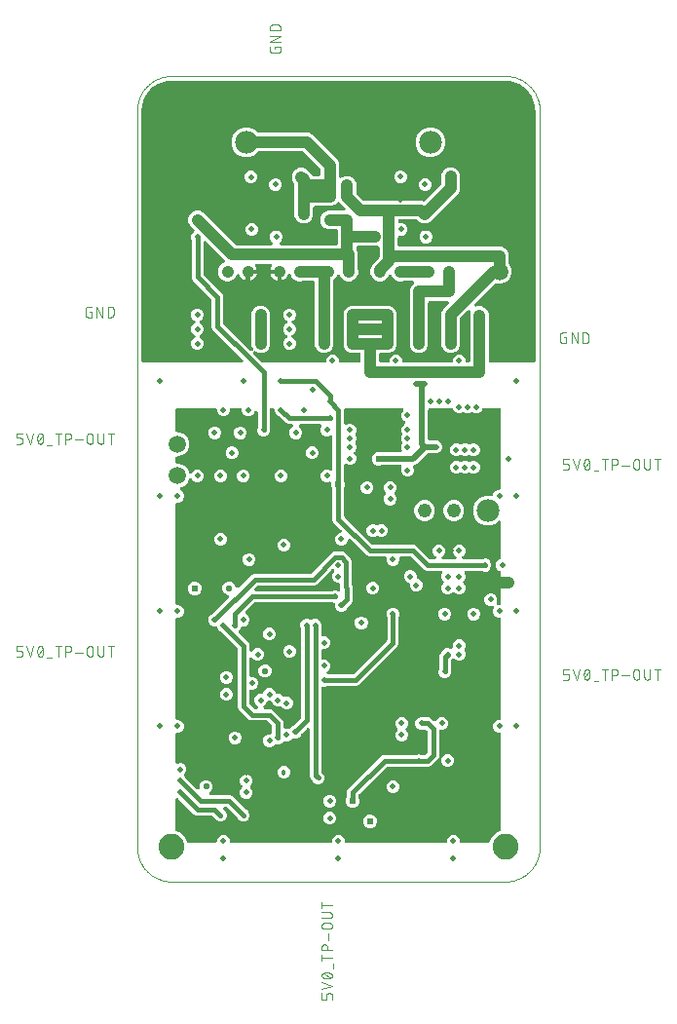
<source format=gbr>
G04 EAGLE Gerber RS-274X export*
G75*
%MOMM*%
%FSLAX35Y35*%
%LPD*%
%INcopper_layer15*%
%IPPOS*%
%AMOC8*
5,1,8,0,0,1.08239X$1,22.5*%
G01*
%ADD10C,0.010000*%
%ADD11C,0.076200*%
%ADD12C,0.503200*%
%ADD13C,1.219200*%
%ADD14C,1.066800*%
%ADD15C,1.981200*%
%ADD16C,2.250000*%
%ADD17C,1.500000*%
%ADD18C,0.603200*%
%ADD19C,0.400000*%
%ADD20C,1.000000*%
%ADD21C,0.500000*%
%ADD22C,0.553200*%
%ADD23C,0.457200*%

G36*
X680189Y335041D02*
X680189Y335041D01*
X680541Y335017D01*
X681906Y335241D01*
X683275Y335399D01*
X683606Y335519D01*
X683953Y335576D01*
X685231Y336106D01*
X686528Y336574D01*
X686822Y336766D01*
X687148Y336901D01*
X688267Y337708D01*
X689425Y338463D01*
X689669Y338718D01*
X689953Y338923D01*
X690856Y339962D01*
X691813Y340964D01*
X691991Y341268D01*
X692221Y341533D01*
X692864Y342755D01*
X693563Y343947D01*
X693667Y344283D01*
X693831Y344594D01*
X694177Y345930D01*
X694585Y347250D01*
X694610Y347602D01*
X694698Y347942D01*
X694839Y350000D01*
X694839Y360972D01*
X703237Y381245D01*
X718754Y396763D01*
X739028Y405160D01*
X760972Y405160D01*
X781245Y396763D01*
X796763Y381245D01*
X805160Y360972D01*
X805160Y350000D01*
X805201Y349651D01*
X805177Y349299D01*
X805400Y347934D01*
X805559Y346565D01*
X805678Y346234D01*
X805735Y345887D01*
X806265Y344609D01*
X806734Y343312D01*
X806926Y343018D01*
X807061Y342693D01*
X807867Y341573D01*
X808622Y340415D01*
X808878Y340171D01*
X809083Y339887D01*
X810122Y338984D01*
X811124Y338028D01*
X811428Y337849D01*
X811693Y337619D01*
X812915Y336976D01*
X814106Y336277D01*
X814442Y336173D01*
X814754Y336009D01*
X816090Y335663D01*
X817410Y335255D01*
X817762Y335230D01*
X818102Y335143D01*
X820160Y335001D01*
X1679840Y335001D01*
X1680189Y335041D01*
X1680541Y335017D01*
X1681906Y335241D01*
X1683275Y335399D01*
X1683606Y335519D01*
X1683953Y335576D01*
X1685231Y336106D01*
X1686528Y336574D01*
X1686822Y336766D01*
X1687148Y336901D01*
X1688267Y337708D01*
X1689425Y338463D01*
X1689669Y338718D01*
X1689953Y338923D01*
X1690856Y339962D01*
X1691813Y340964D01*
X1691991Y341268D01*
X1692221Y341533D01*
X1692864Y342755D01*
X1693563Y343947D01*
X1693667Y344283D01*
X1693831Y344594D01*
X1694177Y345930D01*
X1694585Y347250D01*
X1694610Y347602D01*
X1694698Y347942D01*
X1694839Y350000D01*
X1694839Y360972D01*
X1703237Y381245D01*
X1718754Y396763D01*
X1739028Y405160D01*
X1760972Y405160D01*
X1781245Y396763D01*
X1796763Y381245D01*
X1805160Y360972D01*
X1805160Y350000D01*
X1805201Y349651D01*
X1805177Y349299D01*
X1805400Y347934D01*
X1805559Y346565D01*
X1805678Y346234D01*
X1805735Y345887D01*
X1806265Y344609D01*
X1806734Y343312D01*
X1806926Y343018D01*
X1807061Y342693D01*
X1807867Y341573D01*
X1808622Y340415D01*
X1808878Y340171D01*
X1809083Y339887D01*
X1810122Y338984D01*
X1811124Y338028D01*
X1811428Y337849D01*
X1811693Y337619D01*
X1812915Y336976D01*
X1814106Y336277D01*
X1814442Y336173D01*
X1814754Y336009D01*
X1816090Y335663D01*
X1817410Y335255D01*
X1817762Y335230D01*
X1818102Y335143D01*
X1820160Y335001D01*
X2679840Y335001D01*
X2680189Y335041D01*
X2680541Y335017D01*
X2681906Y335241D01*
X2683275Y335399D01*
X2683606Y335519D01*
X2683953Y335576D01*
X2685231Y336106D01*
X2686528Y336574D01*
X2686822Y336766D01*
X2687148Y336901D01*
X2688267Y337708D01*
X2689425Y338463D01*
X2689669Y338718D01*
X2689953Y338923D01*
X2690856Y339962D01*
X2691813Y340964D01*
X2691991Y341268D01*
X2692221Y341533D01*
X2692864Y342755D01*
X2693563Y343947D01*
X2693667Y344283D01*
X2693831Y344594D01*
X2694177Y345930D01*
X2694585Y347250D01*
X2694610Y347602D01*
X2694698Y347942D01*
X2694839Y350000D01*
X2694839Y360972D01*
X2703237Y381245D01*
X2718754Y396763D01*
X2739028Y405160D01*
X2760972Y405160D01*
X2781245Y396763D01*
X2796763Y381245D01*
X2805160Y360972D01*
X2805160Y350000D01*
X2805201Y349651D01*
X2805177Y349299D01*
X2805400Y347934D01*
X2805559Y346565D01*
X2805678Y346234D01*
X2805735Y345887D01*
X2806265Y344609D01*
X2806734Y343312D01*
X2806926Y343018D01*
X2807061Y342693D01*
X2807867Y341573D01*
X2808622Y340415D01*
X2808878Y340171D01*
X2809083Y339887D01*
X2810122Y338984D01*
X2811124Y338028D01*
X2811428Y337849D01*
X2811693Y337619D01*
X2812915Y336976D01*
X2814106Y336277D01*
X2814442Y336173D01*
X2814754Y336009D01*
X2816090Y335663D01*
X2817410Y335255D01*
X2817762Y335230D01*
X2818102Y335143D01*
X2820160Y335001D01*
X3050234Y335001D01*
X3051101Y335101D01*
X3051973Y335102D01*
X3052812Y335300D01*
X3053669Y335399D01*
X3054490Y335696D01*
X3055338Y335896D01*
X3056110Y336281D01*
X3056922Y336574D01*
X3057653Y337050D01*
X3058433Y337440D01*
X3059096Y337992D01*
X3059819Y338463D01*
X3060422Y339094D01*
X3061092Y339651D01*
X3061610Y340340D01*
X3062207Y340964D01*
X3062648Y341717D01*
X3063173Y342413D01*
X3063815Y343704D01*
X3063958Y343947D01*
X3063993Y344063D01*
X3064092Y344260D01*
X3079193Y380720D01*
X3119279Y420806D01*
X3155740Y435908D01*
X3156502Y436332D01*
X3157308Y436667D01*
X3158008Y437172D01*
X3158761Y437591D01*
X3159405Y438178D01*
X3160113Y438688D01*
X3160678Y439339D01*
X3161317Y439921D01*
X3161810Y440641D01*
X3162381Y441299D01*
X3162783Y442062D01*
X3163270Y442774D01*
X3163585Y443588D01*
X3163991Y444360D01*
X3164208Y445195D01*
X3164519Y445999D01*
X3164639Y446863D01*
X3164858Y447708D01*
X3164957Y449144D01*
X3164996Y449425D01*
X3164984Y449547D01*
X3164999Y449766D01*
X3164999Y1279840D01*
X3164959Y1280189D01*
X3164983Y1280541D01*
X3164759Y1281906D01*
X3164601Y1283275D01*
X3164481Y1283606D01*
X3164424Y1283953D01*
X3163894Y1285231D01*
X3163426Y1286528D01*
X3163234Y1286822D01*
X3163099Y1287148D01*
X3162293Y1288267D01*
X3161538Y1289425D01*
X3161282Y1289669D01*
X3161077Y1289953D01*
X3160038Y1290856D01*
X3159036Y1291813D01*
X3158732Y1291991D01*
X3158467Y1292221D01*
X3157245Y1292864D01*
X3156053Y1293563D01*
X3155718Y1293667D01*
X3155406Y1293831D01*
X3154070Y1294177D01*
X3152750Y1294585D01*
X3152398Y1294610D01*
X3152058Y1294698D01*
X3150000Y1294839D01*
X3139028Y1294839D01*
X3118754Y1303237D01*
X3103237Y1318754D01*
X3094839Y1339028D01*
X3094839Y1360972D01*
X3103237Y1381245D01*
X3118754Y1396763D01*
X3139028Y1405160D01*
X3150000Y1405160D01*
X3150349Y1405201D01*
X3150701Y1405177D01*
X3152066Y1405400D01*
X3153435Y1405559D01*
X3153766Y1405678D01*
X3154113Y1405735D01*
X3155391Y1406265D01*
X3156688Y1406734D01*
X3156982Y1406926D01*
X3157308Y1407061D01*
X3158427Y1407867D01*
X3159585Y1408622D01*
X3159829Y1408878D01*
X3160113Y1409083D01*
X3161016Y1410122D01*
X3161973Y1411124D01*
X3162151Y1411428D01*
X3162381Y1411693D01*
X3163024Y1412915D01*
X3163723Y1414106D01*
X3163827Y1414442D01*
X3163991Y1414754D01*
X3164337Y1416090D01*
X3164745Y1417410D01*
X3164770Y1417762D01*
X3164858Y1418102D01*
X3164999Y1420160D01*
X3164999Y2279840D01*
X3164959Y2280189D01*
X3164983Y2280541D01*
X3164759Y2281906D01*
X3164601Y2283275D01*
X3164481Y2283606D01*
X3164424Y2283953D01*
X3163894Y2285231D01*
X3163426Y2286528D01*
X3163234Y2286822D01*
X3163099Y2287148D01*
X3162293Y2288267D01*
X3161538Y2289425D01*
X3161282Y2289669D01*
X3161077Y2289953D01*
X3160038Y2290856D01*
X3159036Y2291813D01*
X3158732Y2291991D01*
X3158467Y2292221D01*
X3157245Y2292864D01*
X3156053Y2293563D01*
X3155718Y2293667D01*
X3155406Y2293831D01*
X3154070Y2294177D01*
X3152750Y2294585D01*
X3152398Y2294610D01*
X3152058Y2294698D01*
X3150000Y2294839D01*
X3139028Y2294839D01*
X3118754Y2303237D01*
X3103237Y2318754D01*
X3094839Y2339028D01*
X3094839Y2360972D01*
X3100277Y2374100D01*
X3100700Y2375586D01*
X3101165Y2377090D01*
X3101177Y2377263D01*
X3101223Y2377426D01*
X3101295Y2378975D01*
X3101403Y2380541D01*
X3101375Y2380711D01*
X3101383Y2380881D01*
X3101097Y2382408D01*
X3100844Y2383953D01*
X3100778Y2384112D01*
X3100747Y2384280D01*
X3100119Y2385700D01*
X3099519Y2387148D01*
X3099418Y2387288D01*
X3099349Y2387443D01*
X3098411Y2388684D01*
X3097497Y2389953D01*
X3097368Y2390065D01*
X3097264Y2390202D01*
X3096059Y2391202D01*
X3094886Y2392221D01*
X3094735Y2392301D01*
X3094603Y2392411D01*
X3093200Y2393108D01*
X3091826Y2393831D01*
X3091660Y2393874D01*
X3091506Y2393951D01*
X3089987Y2394307D01*
X3088478Y2394698D01*
X3088258Y2394713D01*
X3088140Y2394740D01*
X3087859Y2394740D01*
X3086420Y2394839D01*
X3064028Y2394839D01*
X3043754Y2403237D01*
X3028237Y2418754D01*
X3019839Y2439028D01*
X3019839Y2460972D01*
X3028237Y2481245D01*
X3043754Y2496763D01*
X3064028Y2505160D01*
X3085972Y2505160D01*
X3106245Y2496763D01*
X3121763Y2481245D01*
X3130160Y2460972D01*
X3130160Y2439028D01*
X3124723Y2425900D01*
X3124297Y2424405D01*
X3123835Y2422909D01*
X3123823Y2422737D01*
X3123776Y2422573D01*
X3123705Y2421025D01*
X3123597Y2419459D01*
X3123625Y2419289D01*
X3123617Y2419119D01*
X3123903Y2417592D01*
X3124156Y2416046D01*
X3124221Y2415888D01*
X3124253Y2415720D01*
X3124880Y2414300D01*
X3125481Y2412852D01*
X3125582Y2412712D01*
X3125651Y2412557D01*
X3126588Y2411315D01*
X3127503Y2410047D01*
X3127632Y2409934D01*
X3127735Y2409798D01*
X3128941Y2408798D01*
X3130113Y2407778D01*
X3130264Y2407699D01*
X3130397Y2407589D01*
X3131800Y2406891D01*
X3133174Y2406168D01*
X3133339Y2406126D01*
X3133493Y2406049D01*
X3135013Y2405693D01*
X3136522Y2405302D01*
X3136742Y2405287D01*
X3136860Y2405259D01*
X3137141Y2405259D01*
X3138580Y2405160D01*
X3150000Y2405160D01*
X3150349Y2405201D01*
X3150701Y2405177D01*
X3152066Y2405400D01*
X3153435Y2405559D01*
X3153766Y2405678D01*
X3154113Y2405735D01*
X3155391Y2406265D01*
X3156688Y2406734D01*
X3156982Y2406926D01*
X3157308Y2407061D01*
X3158427Y2407867D01*
X3159585Y2408622D01*
X3159829Y2408878D01*
X3160113Y2409083D01*
X3161016Y2410122D01*
X3161973Y2411124D01*
X3162151Y2411428D01*
X3162381Y2411693D01*
X3163024Y2412915D01*
X3163723Y2414106D01*
X3163827Y2414442D01*
X3163991Y2414754D01*
X3164337Y2416090D01*
X3164745Y2417410D01*
X3164770Y2417762D01*
X3164858Y2418102D01*
X3164999Y2420160D01*
X3164999Y2684415D01*
X3164899Y2685280D01*
X3164898Y2686153D01*
X3164700Y2686994D01*
X3164601Y2687850D01*
X3164304Y2688670D01*
X3164104Y2689519D01*
X3163719Y2690291D01*
X3163426Y2691103D01*
X3162949Y2691834D01*
X3162560Y2692613D01*
X3162009Y2693276D01*
X3161538Y2694000D01*
X3160906Y2694603D01*
X3160349Y2695272D01*
X3159660Y2695791D01*
X3159036Y2696387D01*
X3158284Y2696828D01*
X3157587Y2697354D01*
X3156296Y2697996D01*
X3156053Y2698138D01*
X3155938Y2698174D01*
X3155740Y2698272D01*
X3143754Y2703237D01*
X3128237Y2718754D01*
X3119839Y2739028D01*
X3119839Y2760972D01*
X3128237Y2781245D01*
X3143754Y2796763D01*
X3155740Y2801728D01*
X3156501Y2802151D01*
X3157308Y2802486D01*
X3158008Y2802991D01*
X3158761Y2803410D01*
X3159406Y2803998D01*
X3160113Y2804508D01*
X3160678Y2805158D01*
X3161317Y2805740D01*
X3161810Y2806461D01*
X3162381Y2807118D01*
X3162783Y2807882D01*
X3163270Y2808594D01*
X3163585Y2809407D01*
X3163991Y2810179D01*
X3164208Y2811015D01*
X3164519Y2811819D01*
X3164639Y2812683D01*
X3164858Y2813527D01*
X3164957Y2814963D01*
X3164996Y2815244D01*
X3164984Y2815366D01*
X3164999Y2815585D01*
X3164999Y3121269D01*
X3164879Y3122303D01*
X3164855Y3123345D01*
X3164680Y3124016D01*
X3164601Y3124704D01*
X3164247Y3125685D01*
X3163984Y3126692D01*
X3163662Y3127304D01*
X3163426Y3127957D01*
X3162856Y3128831D01*
X3162371Y3129751D01*
X3161916Y3130273D01*
X3161538Y3130854D01*
X3160783Y3131573D01*
X3160099Y3132359D01*
X3159537Y3132763D01*
X3159036Y3133241D01*
X3158137Y3133769D01*
X3157291Y3134377D01*
X3156650Y3134642D01*
X3156053Y3134992D01*
X3155058Y3135300D01*
X3154095Y3135698D01*
X3153413Y3135809D01*
X3152750Y3136014D01*
X3151708Y3136086D01*
X3150682Y3136253D01*
X3149992Y3136204D01*
X3149299Y3136252D01*
X3148271Y3136083D01*
X3147232Y3136011D01*
X3146570Y3135805D01*
X3145887Y3135693D01*
X3144923Y3135293D01*
X3143929Y3134985D01*
X3143334Y3134634D01*
X3142693Y3134368D01*
X3141846Y3133758D01*
X3140949Y3133230D01*
X3140163Y3132545D01*
X3139887Y3132346D01*
X3139739Y3132175D01*
X3139394Y3131875D01*
X3123106Y3115588D01*
X3075672Y3095939D01*
X3024328Y3095939D01*
X2976893Y3115588D01*
X2940588Y3151893D01*
X2920939Y3199328D01*
X2920939Y3250672D01*
X2940588Y3298106D01*
X2976893Y3334412D01*
X3024328Y3354060D01*
X3075672Y3354060D01*
X3075731Y3354036D01*
X3076068Y3353940D01*
X3076385Y3353783D01*
X3077733Y3353466D01*
X3079057Y3353089D01*
X3079408Y3353073D01*
X3079752Y3352993D01*
X3081135Y3352993D01*
X3082511Y3352930D01*
X3082858Y3352995D01*
X3083210Y3352995D01*
X3084551Y3353312D01*
X3085911Y3353566D01*
X3086234Y3353708D01*
X3086576Y3353789D01*
X3087811Y3354406D01*
X3089074Y3354963D01*
X3089354Y3355175D01*
X3089670Y3355333D01*
X3090733Y3356217D01*
X3091833Y3357048D01*
X3092058Y3357319D01*
X3092329Y3357544D01*
X3093158Y3358645D01*
X3094042Y3359709D01*
X3094199Y3360026D01*
X3094410Y3360306D01*
X3095329Y3362153D01*
X3103237Y3381245D01*
X3118754Y3396763D01*
X3139028Y3405160D01*
X3150000Y3405160D01*
X3150349Y3405201D01*
X3150701Y3405177D01*
X3152066Y3405400D01*
X3153435Y3405559D01*
X3153766Y3405678D01*
X3154113Y3405735D01*
X3155391Y3406265D01*
X3156688Y3406734D01*
X3156982Y3406926D01*
X3157308Y3407061D01*
X3158427Y3407867D01*
X3159585Y3408622D01*
X3159829Y3408878D01*
X3160113Y3409083D01*
X3161016Y3410122D01*
X3161973Y3411124D01*
X3162151Y3411428D01*
X3162381Y3411693D01*
X3163024Y3412915D01*
X3163723Y3414106D01*
X3163827Y3414442D01*
X3163991Y3414754D01*
X3164337Y3416090D01*
X3164745Y3417410D01*
X3164770Y3417762D01*
X3164858Y3418102D01*
X3164999Y3420160D01*
X3164999Y4100000D01*
X3164966Y4100291D01*
X3164983Y4100544D01*
X3164976Y4100591D01*
X3164983Y4100701D01*
X3164759Y4102066D01*
X3164601Y4103435D01*
X3164481Y4103766D01*
X3164424Y4104113D01*
X3163894Y4105391D01*
X3163426Y4106688D01*
X3163234Y4106982D01*
X3163099Y4107308D01*
X3162293Y4108427D01*
X3161538Y4109585D01*
X3161282Y4109829D01*
X3161077Y4110113D01*
X3160038Y4111016D01*
X3159036Y4111973D01*
X3158732Y4112151D01*
X3158467Y4112381D01*
X3157245Y4113024D01*
X3156053Y4113723D01*
X3155718Y4113827D01*
X3155406Y4113991D01*
X3154070Y4114337D01*
X3152750Y4114745D01*
X3152398Y4114770D01*
X3152058Y4114858D01*
X3150000Y4114999D01*
X3015585Y4114999D01*
X3014718Y4114899D01*
X3013846Y4114898D01*
X3013007Y4114700D01*
X3012149Y4114601D01*
X3011329Y4114304D01*
X3010480Y4114104D01*
X3009708Y4113719D01*
X3008897Y4113426D01*
X3008165Y4112949D01*
X3007386Y4112560D01*
X3006724Y4112009D01*
X3006000Y4111538D01*
X3005397Y4110906D01*
X3004727Y4110348D01*
X3004208Y4109660D01*
X3003612Y4109036D01*
X3003170Y4108283D01*
X3002646Y4107587D01*
X3002003Y4106295D01*
X3001861Y4106053D01*
X3001832Y4105957D01*
X3001796Y4105897D01*
X3001782Y4105850D01*
X3001727Y4105740D01*
X2996763Y4093754D01*
X2981245Y4078237D01*
X2960972Y4069839D01*
X2939028Y4069839D01*
X2918240Y4078450D01*
X2916906Y4078829D01*
X2915583Y4079272D01*
X2915242Y4079303D01*
X2914913Y4079396D01*
X2913527Y4079460D01*
X2912140Y4079588D01*
X2911801Y4079540D01*
X2911459Y4079556D01*
X2910092Y4079300D01*
X2908715Y4079107D01*
X2908283Y4078962D01*
X2908060Y4078920D01*
X2907747Y4078781D01*
X2906760Y4078450D01*
X2885972Y4069839D01*
X2864028Y4069839D01*
X2843240Y4078450D01*
X2841906Y4078829D01*
X2840583Y4079272D01*
X2840242Y4079303D01*
X2839913Y4079396D01*
X2838527Y4079460D01*
X2837140Y4079588D01*
X2836801Y4079540D01*
X2836459Y4079556D01*
X2835092Y4079300D01*
X2833715Y4079107D01*
X2833283Y4078962D01*
X2833060Y4078920D01*
X2832747Y4078781D01*
X2831760Y4078450D01*
X2810972Y4069839D01*
X2789028Y4069839D01*
X2768754Y4078237D01*
X2753237Y4093754D01*
X2748273Y4105740D01*
X2747848Y4106502D01*
X2747514Y4107308D01*
X2747010Y4108007D01*
X2746590Y4108761D01*
X2746002Y4109406D01*
X2745492Y4110113D01*
X2744842Y4110678D01*
X2744260Y4111317D01*
X2743539Y4111810D01*
X2742882Y4112381D01*
X2742119Y4112782D01*
X2741407Y4113270D01*
X2740592Y4113586D01*
X2739821Y4113991D01*
X2738986Y4114208D01*
X2738181Y4114519D01*
X2737318Y4114639D01*
X2736473Y4114858D01*
X2735038Y4114957D01*
X2734756Y4114996D01*
X2734634Y4114984D01*
X2734415Y4114999D01*
X2545000Y4114999D01*
X2544651Y4114959D01*
X2544299Y4114983D01*
X2542933Y4114759D01*
X2541564Y4114601D01*
X2541234Y4114481D01*
X2540886Y4114424D01*
X2539609Y4113894D01*
X2538312Y4113426D01*
X2538018Y4113234D01*
X2537692Y4113099D01*
X2536573Y4112293D01*
X2535415Y4111538D01*
X2535171Y4111282D01*
X2534887Y4111077D01*
X2533983Y4110038D01*
X2533027Y4109036D01*
X2532849Y4108732D01*
X2532618Y4108467D01*
X2531976Y4107245D01*
X2531276Y4106053D01*
X2531173Y4105718D01*
X2531008Y4105406D01*
X2530663Y4104070D01*
X2530254Y4102750D01*
X2530230Y4102398D01*
X2530142Y4102058D01*
X2530000Y4100000D01*
X2530000Y3845000D01*
X2530041Y3844651D01*
X2530017Y3844299D01*
X2530240Y3842933D01*
X2530399Y3841564D01*
X2530518Y3841234D01*
X2530575Y3840886D01*
X2531105Y3839609D01*
X2531574Y3838312D01*
X2531766Y3838018D01*
X2531901Y3837692D01*
X2532707Y3836573D01*
X2533462Y3835415D01*
X2533718Y3835171D01*
X2533923Y3834887D01*
X2534962Y3833983D01*
X2535964Y3833027D01*
X2536268Y3832849D01*
X2536533Y3832618D01*
X2537755Y3831976D01*
X2538946Y3831276D01*
X2539282Y3831173D01*
X2539594Y3831008D01*
X2540930Y3830663D01*
X2542250Y3830254D01*
X2542602Y3830230D01*
X2542942Y3830142D01*
X2545000Y3830000D01*
X2585658Y3830000D01*
X2585840Y3830021D01*
X2586023Y3830005D01*
X2587128Y3830160D01*
X2610972Y3830160D01*
X2631245Y3821763D01*
X2646763Y3806245D01*
X2655160Y3785972D01*
X2655160Y3764028D01*
X2646763Y3743754D01*
X2631245Y3728237D01*
X2610972Y3719839D01*
X2587786Y3719839D01*
X2587716Y3719858D01*
X2585658Y3719999D01*
X2528995Y3719999D01*
X2527615Y3719839D01*
X2526227Y3719742D01*
X2525899Y3719640D01*
X2525559Y3719601D01*
X2524253Y3719128D01*
X2522924Y3718716D01*
X2522629Y3718543D01*
X2522307Y3718426D01*
X2521138Y3717664D01*
X2519944Y3716961D01*
X2519601Y3716662D01*
X2519410Y3716538D01*
X2519173Y3716289D01*
X2518388Y3715606D01*
X2431155Y3628373D01*
X2409295Y3619318D01*
X2408614Y3619072D01*
X2407132Y3618574D01*
X2406987Y3618484D01*
X2406826Y3618426D01*
X2405513Y3617570D01*
X2404193Y3616752D01*
X2404073Y3616632D01*
X2403928Y3616538D01*
X2402845Y3615402D01*
X2401749Y3614305D01*
X2401660Y3614160D01*
X2401541Y3614036D01*
X2400748Y3612686D01*
X2399931Y3611363D01*
X2399877Y3611201D01*
X2399790Y3611053D01*
X2399329Y3609564D01*
X2398834Y3608084D01*
X2398819Y3607913D01*
X2398768Y3607750D01*
X2398660Y3606178D01*
X2398518Y3604640D01*
X2398542Y3604471D01*
X2398530Y3604299D01*
X2398783Y3602755D01*
X2398999Y3601215D01*
X2399069Y3601007D01*
X2399089Y3600887D01*
X2399198Y3600625D01*
X2399656Y3599260D01*
X2405160Y3585972D01*
X2405160Y3564028D01*
X2396763Y3543754D01*
X2381245Y3528237D01*
X2360972Y3519839D01*
X2339028Y3519839D01*
X2318754Y3528237D01*
X2303237Y3543754D01*
X2294839Y3564028D01*
X2294839Y3585972D01*
X2300344Y3599260D01*
X2300770Y3600758D01*
X2301232Y3602250D01*
X2301243Y3602422D01*
X2301290Y3602586D01*
X2301362Y3604135D01*
X2301469Y3605701D01*
X2301442Y3605871D01*
X2301449Y3606041D01*
X2301164Y3607567D01*
X2300911Y3609113D01*
X2300845Y3609272D01*
X2300813Y3609440D01*
X2300185Y3610863D01*
X2299585Y3612308D01*
X2299485Y3612447D01*
X2299416Y3612603D01*
X2298474Y3613849D01*
X2297563Y3615113D01*
X2297434Y3615225D01*
X2297331Y3615362D01*
X2296126Y3616362D01*
X2294953Y3617381D01*
X2294802Y3617461D01*
X2294670Y3617570D01*
X2293272Y3618265D01*
X2291892Y3618991D01*
X2291726Y3619034D01*
X2291573Y3619110D01*
X2290059Y3619466D01*
X2288544Y3619858D01*
X2288324Y3619873D01*
X2288206Y3619900D01*
X2287926Y3619900D01*
X2286486Y3619999D01*
X2127407Y3619999D01*
X2127227Y3619978D01*
X2127047Y3619995D01*
X2125511Y3619779D01*
X2123972Y3619601D01*
X2123802Y3619539D01*
X2123623Y3619514D01*
X2121667Y3618858D01*
X2111967Y3614839D01*
X2088033Y3614839D01*
X2065922Y3623998D01*
X2048998Y3640922D01*
X2039839Y3663033D01*
X2039839Y3686967D01*
X2048998Y3709078D01*
X2065922Y3726002D01*
X2088033Y3735160D01*
X2111967Y3735160D01*
X2121667Y3731142D01*
X2121841Y3731093D01*
X2122001Y3731008D01*
X2123503Y3730620D01*
X2124993Y3730196D01*
X2125173Y3730188D01*
X2125349Y3730142D01*
X2127407Y3730000D01*
X2286486Y3730000D01*
X2288031Y3730180D01*
X2289589Y3730325D01*
X2289752Y3730379D01*
X2289922Y3730399D01*
X2291385Y3730928D01*
X2292868Y3731425D01*
X2293013Y3731516D01*
X2293174Y3731574D01*
X2294482Y3732426D01*
X2295807Y3733248D01*
X2295927Y3733368D01*
X2296071Y3733462D01*
X2297155Y3734598D01*
X2298250Y3735695D01*
X2298340Y3735839D01*
X2298459Y3735964D01*
X2299251Y3737314D01*
X2300069Y3738636D01*
X2300123Y3738799D01*
X2300210Y3738946D01*
X2300670Y3740435D01*
X2301165Y3741916D01*
X2301181Y3742086D01*
X2301232Y3742250D01*
X2301339Y3743810D01*
X2301481Y3745360D01*
X2301458Y3745528D01*
X2301469Y3745700D01*
X2301217Y3747244D01*
X2301000Y3748784D01*
X2300930Y3748993D01*
X2300911Y3749113D01*
X2300802Y3749374D01*
X2300344Y3750740D01*
X2294839Y3764028D01*
X2294839Y3785972D01*
X2303450Y3806760D01*
X2303828Y3808089D01*
X2304272Y3809416D01*
X2304303Y3809758D01*
X2304396Y3810086D01*
X2304460Y3811472D01*
X2304588Y3812859D01*
X2304540Y3813199D01*
X2304556Y3813540D01*
X2304300Y3814907D01*
X2304107Y3816284D01*
X2303962Y3816716D01*
X2303920Y3816940D01*
X2303781Y3817253D01*
X2303450Y3818240D01*
X2294839Y3839028D01*
X2294839Y3860972D01*
X2303450Y3881760D01*
X2303829Y3883092D01*
X2304272Y3884416D01*
X2304303Y3884758D01*
X2304396Y3885086D01*
X2304460Y3886472D01*
X2304588Y3887859D01*
X2304540Y3888199D01*
X2304556Y3888540D01*
X2304300Y3889907D01*
X2304107Y3891284D01*
X2303962Y3891716D01*
X2303920Y3891940D01*
X2303781Y3892253D01*
X2303450Y3893240D01*
X2294839Y3914028D01*
X2294839Y3935972D01*
X2303237Y3956245D01*
X2318754Y3971763D01*
X2323292Y3973643D01*
X2324203Y3974150D01*
X2325156Y3974571D01*
X2325708Y3974988D01*
X2326313Y3975325D01*
X2327084Y3976028D01*
X2327915Y3976656D01*
X2328357Y3977189D01*
X2328869Y3977655D01*
X2329458Y3978515D01*
X2330123Y3979318D01*
X2330432Y3979938D01*
X2330823Y3980509D01*
X2331199Y3981481D01*
X2331663Y3982414D01*
X2331821Y3983088D01*
X2332071Y3983734D01*
X2332215Y3984765D01*
X2332453Y3985781D01*
X2332452Y3986473D01*
X2332548Y3987159D01*
X2332451Y3988198D01*
X2332450Y3989239D01*
X2332292Y3989913D01*
X2332227Y3990603D01*
X2331896Y3991590D01*
X2331656Y3992605D01*
X2331347Y3993225D01*
X2331127Y3993881D01*
X2330578Y3994766D01*
X2330112Y3995699D01*
X2329669Y3996232D01*
X2329304Y3996820D01*
X2328567Y3997557D01*
X2327901Y3998358D01*
X2327348Y3998775D01*
X2326858Y3999264D01*
X2325971Y3999812D01*
X2325139Y4000439D01*
X2324206Y4000903D01*
X2323916Y4001083D01*
X2323700Y4001155D01*
X2323292Y4001358D01*
X2318754Y4003237D01*
X2303237Y4018754D01*
X2294839Y4039028D01*
X2294839Y4060972D01*
X2303237Y4081245D01*
X2311385Y4089394D01*
X2312033Y4090211D01*
X2312752Y4090964D01*
X2313102Y4091561D01*
X2313533Y4092105D01*
X2313976Y4093050D01*
X2314503Y4093947D01*
X2314707Y4094607D01*
X2315002Y4095235D01*
X2315216Y4096254D01*
X2315524Y4097250D01*
X2315572Y4097943D01*
X2315715Y4098619D01*
X2315690Y4099659D01*
X2315762Y4100701D01*
X2315650Y4101385D01*
X2315634Y4102077D01*
X2315372Y4103084D01*
X2315203Y4104113D01*
X2314938Y4104754D01*
X2314763Y4105423D01*
X2314278Y4106343D01*
X2313878Y4107308D01*
X2313473Y4107871D01*
X2313150Y4108482D01*
X2312465Y4109268D01*
X2311856Y4110113D01*
X2311334Y4110567D01*
X2310878Y4111090D01*
X2310031Y4111699D01*
X2309246Y4112381D01*
X2308633Y4112703D01*
X2308070Y4113108D01*
X2307107Y4113507D01*
X2306185Y4113991D01*
X2305514Y4114165D01*
X2304874Y4114429D01*
X2303847Y4114596D01*
X2302837Y4114858D01*
X2301796Y4114929D01*
X2301461Y4114984D01*
X2301235Y4114968D01*
X2300779Y4114999D01*
X1815000Y4114999D01*
X1814651Y4114959D01*
X1814299Y4114983D01*
X1812933Y4114759D01*
X1811564Y4114601D01*
X1811234Y4114481D01*
X1810886Y4114424D01*
X1809609Y4113894D01*
X1808312Y4113426D01*
X1808018Y4113234D01*
X1807692Y4113099D01*
X1806573Y4112293D01*
X1805415Y4111538D01*
X1805171Y4111282D01*
X1804887Y4111077D01*
X1803983Y4110038D01*
X1803027Y4109036D01*
X1802849Y4108732D01*
X1802618Y4108467D01*
X1801976Y4107245D01*
X1801276Y4106053D01*
X1801173Y4105718D01*
X1801008Y4105406D01*
X1800663Y4104070D01*
X1800254Y4102750D01*
X1800230Y4102398D01*
X1800142Y4102058D01*
X1800000Y4100000D01*
X1800000Y3986443D01*
X1800180Y3984897D01*
X1800325Y3983340D01*
X1800379Y3983177D01*
X1800399Y3983007D01*
X1800929Y3981539D01*
X1801425Y3980062D01*
X1801515Y3979916D01*
X1801574Y3979755D01*
X1802428Y3978444D01*
X1803248Y3977122D01*
X1803368Y3977002D01*
X1803462Y3976858D01*
X1804593Y3975778D01*
X1805694Y3974678D01*
X1805840Y3974588D01*
X1805964Y3974470D01*
X1807308Y3973681D01*
X1808636Y3972860D01*
X1808799Y3972805D01*
X1808946Y3972719D01*
X1810433Y3972259D01*
X1811916Y3971763D01*
X1812086Y3971748D01*
X1812250Y3971697D01*
X1813810Y3971590D01*
X1815360Y3971448D01*
X1815528Y3971471D01*
X1815700Y3971459D01*
X1817244Y3971712D01*
X1818784Y3971928D01*
X1818993Y3971998D01*
X1819113Y3972018D01*
X1819374Y3972127D01*
X1820740Y3972585D01*
X1839028Y3980160D01*
X1860972Y3980160D01*
X1881245Y3971763D01*
X1896763Y3956245D01*
X1905160Y3935972D01*
X1905160Y3914028D01*
X1896550Y3893240D01*
X1896170Y3891906D01*
X1895728Y3890583D01*
X1895697Y3890242D01*
X1895603Y3889913D01*
X1895539Y3888527D01*
X1895412Y3887140D01*
X1895460Y3886801D01*
X1895444Y3886459D01*
X1895700Y3885092D01*
X1895893Y3883715D01*
X1896038Y3883283D01*
X1896080Y3883060D01*
X1896218Y3882747D01*
X1896550Y3881760D01*
X1905160Y3860972D01*
X1905160Y3839028D01*
X1896550Y3818240D01*
X1896170Y3816906D01*
X1895728Y3815583D01*
X1895697Y3815242D01*
X1895603Y3814913D01*
X1895539Y3813527D01*
X1895412Y3812140D01*
X1895460Y3811801D01*
X1895444Y3811459D01*
X1895700Y3810092D01*
X1895893Y3808715D01*
X1896038Y3808283D01*
X1896080Y3808060D01*
X1896218Y3807747D01*
X1896550Y3806760D01*
X1905160Y3785972D01*
X1905160Y3764028D01*
X1896763Y3743754D01*
X1888614Y3735606D01*
X1888395Y3735329D01*
X1888131Y3735099D01*
X1887327Y3733981D01*
X1886467Y3732895D01*
X1886317Y3732576D01*
X1886113Y3732291D01*
X1885585Y3731015D01*
X1884998Y3729764D01*
X1884926Y3729421D01*
X1884791Y3729095D01*
X1884569Y3727730D01*
X1884285Y3726380D01*
X1884293Y3726028D01*
X1884237Y3725681D01*
X1884333Y3724307D01*
X1884366Y3722923D01*
X1884454Y3722582D01*
X1884479Y3722231D01*
X1884889Y3720912D01*
X1885236Y3719576D01*
X1885400Y3719266D01*
X1885505Y3718929D01*
X1886135Y3717859D01*
X1886262Y3717552D01*
X1886419Y3717334D01*
X1886850Y3716518D01*
X1887081Y3716253D01*
X1887260Y3715949D01*
X1888173Y3714901D01*
X1888284Y3714746D01*
X1888380Y3714663D01*
X1888615Y3714393D01*
X1896763Y3706246D01*
X1905160Y3685972D01*
X1905160Y3664028D01*
X1896763Y3643754D01*
X1881245Y3628237D01*
X1860972Y3619839D01*
X1839028Y3619839D01*
X1820740Y3627415D01*
X1819241Y3627841D01*
X1817749Y3628303D01*
X1817578Y3628314D01*
X1817414Y3628361D01*
X1815865Y3628433D01*
X1814299Y3628540D01*
X1814129Y3628513D01*
X1813959Y3628520D01*
X1812432Y3628235D01*
X1810886Y3627982D01*
X1810728Y3627916D01*
X1810560Y3627884D01*
X1809134Y3627255D01*
X1807692Y3626656D01*
X1807553Y3626556D01*
X1807397Y3626487D01*
X1806150Y3625545D01*
X1804887Y3624634D01*
X1804775Y3624505D01*
X1804638Y3624402D01*
X1803641Y3623200D01*
X1802618Y3622024D01*
X1802538Y3621872D01*
X1802429Y3621740D01*
X1801733Y3620341D01*
X1801008Y3618963D01*
X1800966Y3618798D01*
X1800889Y3618644D01*
X1800532Y3617123D01*
X1800142Y3615615D01*
X1800127Y3615395D01*
X1800099Y3615277D01*
X1800099Y3614997D01*
X1800000Y3613557D01*
X1800000Y3489478D01*
X1800021Y3489299D01*
X1800005Y3489119D01*
X1800220Y3487584D01*
X1800399Y3486043D01*
X1800461Y3485873D01*
X1800486Y3485694D01*
X1801142Y3483738D01*
X1810160Y3461967D01*
X1810160Y3438033D01*
X1801142Y3416261D01*
X1801093Y3416088D01*
X1801008Y3415927D01*
X1800619Y3414423D01*
X1800196Y3412935D01*
X1800188Y3412755D01*
X1800142Y3412579D01*
X1800000Y3410521D01*
X1800000Y3176924D01*
X1800160Y3175544D01*
X1800258Y3174156D01*
X1800360Y3173828D01*
X1800399Y3173488D01*
X1800871Y3172182D01*
X1801284Y3170853D01*
X1801457Y3170558D01*
X1801574Y3170236D01*
X1802335Y3169068D01*
X1803039Y3167873D01*
X1803338Y3167530D01*
X1803462Y3167339D01*
X1803710Y3167102D01*
X1804393Y3166318D01*
X2041318Y2929393D01*
X2042412Y2928527D01*
X2043457Y2927618D01*
X2043759Y2927460D01*
X2044028Y2927246D01*
X2045291Y2926654D01*
X2046518Y2926008D01*
X2046849Y2925923D01*
X2047159Y2925777D01*
X2048519Y2925491D01*
X2049866Y2925142D01*
X2050322Y2925111D01*
X2050543Y2925064D01*
X2050884Y2925072D01*
X2051924Y2925000D01*
X2409946Y2925000D01*
X2428323Y2917388D01*
X2541318Y2804393D01*
X2542412Y2803527D01*
X2543457Y2802618D01*
X2543759Y2802460D01*
X2544028Y2802246D01*
X2545291Y2801654D01*
X2546518Y2801008D01*
X2546849Y2800923D01*
X2547159Y2800777D01*
X2548519Y2800491D01*
X2549866Y2800142D01*
X2550322Y2800111D01*
X2550543Y2800064D01*
X2550884Y2800072D01*
X2551924Y2800000D01*
X2586517Y2800000D01*
X2587037Y2800061D01*
X2587560Y2800037D01*
X2588752Y2800260D01*
X2589953Y2800399D01*
X2590444Y2800577D01*
X2590959Y2800673D01*
X2592068Y2801163D01*
X2593205Y2801574D01*
X2593643Y2801859D01*
X2594123Y2802071D01*
X2595088Y2802801D01*
X2596102Y2803462D01*
X2596464Y2803842D01*
X2596881Y2804157D01*
X2597653Y2805088D01*
X2598490Y2805964D01*
X2598755Y2806415D01*
X2599089Y2806818D01*
X2599628Y2807904D01*
X2600241Y2808946D01*
X2600395Y2809446D01*
X2600628Y2809915D01*
X2600904Y2811092D01*
X2601263Y2812250D01*
X2601299Y2812774D01*
X2601418Y2813282D01*
X2601417Y2814491D01*
X2601500Y2815700D01*
X2601416Y2816217D01*
X2601415Y2816740D01*
X2601137Y2817918D01*
X2600942Y2819113D01*
X2600741Y2819597D01*
X2600621Y2820106D01*
X2600081Y2821187D01*
X2599616Y2822307D01*
X2599310Y2822733D01*
X2599076Y2823200D01*
X2598302Y2824131D01*
X2597594Y2825113D01*
X2597200Y2825456D01*
X2596864Y2825859D01*
X2595897Y2826588D01*
X2594984Y2827381D01*
X2594520Y2827625D01*
X2594102Y2827940D01*
X2594002Y2827990D01*
X2578237Y2843754D01*
X2569839Y2864028D01*
X2569839Y2885972D01*
X2578237Y2906245D01*
X2593754Y2921763D01*
X2614028Y2930160D01*
X2635972Y2930160D01*
X2656245Y2921763D01*
X2671763Y2906245D01*
X2680160Y2885972D01*
X2680160Y2864028D01*
X2671763Y2843754D01*
X2655763Y2827755D01*
X2654723Y2827176D01*
X2654337Y2826824D01*
X2653898Y2826537D01*
X2653060Y2825659D01*
X2652168Y2824846D01*
X2651872Y2824414D01*
X2651510Y2824035D01*
X2650897Y2822991D01*
X2650213Y2821993D01*
X2650024Y2821504D01*
X2649759Y2821053D01*
X2649402Y2819899D01*
X2648964Y2818768D01*
X2648892Y2818249D01*
X2648737Y2817749D01*
X2648654Y2816540D01*
X2648487Y2815343D01*
X2648536Y2814823D01*
X2648499Y2814299D01*
X2648695Y2813104D01*
X2648807Y2811899D01*
X2648973Y2811403D01*
X2649058Y2810886D01*
X2649522Y2809768D01*
X2649907Y2808621D01*
X2650183Y2808176D01*
X2650383Y2807692D01*
X2651091Y2806710D01*
X2651729Y2805681D01*
X2652100Y2805311D01*
X2652405Y2804887D01*
X2653318Y2804093D01*
X2654175Y2803237D01*
X2654621Y2802962D01*
X2655016Y2802618D01*
X2656085Y2802056D01*
X2657117Y2801418D01*
X2657614Y2801252D01*
X2658077Y2801008D01*
X2659247Y2800706D01*
X2660396Y2800321D01*
X2660918Y2800273D01*
X2661424Y2800142D01*
X2663483Y2800000D01*
X2761517Y2800000D01*
X2762037Y2800061D01*
X2762560Y2800037D01*
X2763752Y2800260D01*
X2764953Y2800399D01*
X2765444Y2800577D01*
X2765959Y2800673D01*
X2767068Y2801163D01*
X2768205Y2801574D01*
X2768643Y2801859D01*
X2769123Y2802071D01*
X2770088Y2802801D01*
X2771102Y2803462D01*
X2771464Y2803842D01*
X2771881Y2804157D01*
X2772653Y2805088D01*
X2773490Y2805964D01*
X2773755Y2806415D01*
X2774089Y2806818D01*
X2774628Y2807904D01*
X2775241Y2808946D01*
X2775395Y2809446D01*
X2775628Y2809915D01*
X2775904Y2811092D01*
X2776263Y2812250D01*
X2776299Y2812774D01*
X2776418Y2813282D01*
X2776417Y2814491D01*
X2776500Y2815700D01*
X2776416Y2816217D01*
X2776415Y2816740D01*
X2776137Y2817918D01*
X2775942Y2819113D01*
X2775741Y2819597D01*
X2775621Y2820106D01*
X2775081Y2821187D01*
X2774616Y2822307D01*
X2774310Y2822733D01*
X2774076Y2823200D01*
X2773302Y2824131D01*
X2772594Y2825113D01*
X2772200Y2825456D01*
X2771864Y2825859D01*
X2770897Y2826588D01*
X2769984Y2827381D01*
X2769520Y2827625D01*
X2769102Y2827940D01*
X2769002Y2827990D01*
X2753237Y2843754D01*
X2744839Y2864028D01*
X2744839Y2885972D01*
X2753237Y2906245D01*
X2768754Y2921763D01*
X2789028Y2930160D01*
X2810972Y2930160D01*
X2831245Y2921763D01*
X2846763Y2906245D01*
X2855160Y2885972D01*
X2855160Y2864028D01*
X2846763Y2843754D01*
X2830763Y2827755D01*
X2829723Y2827176D01*
X2829337Y2826824D01*
X2828898Y2826537D01*
X2828060Y2825659D01*
X2827168Y2824846D01*
X2826872Y2824414D01*
X2826510Y2824035D01*
X2825897Y2822991D01*
X2825213Y2821993D01*
X2825024Y2821504D01*
X2824759Y2821053D01*
X2824402Y2819899D01*
X2823964Y2818768D01*
X2823892Y2818249D01*
X2823737Y2817749D01*
X2823654Y2816540D01*
X2823487Y2815343D01*
X2823536Y2814823D01*
X2823499Y2814299D01*
X2823695Y2813104D01*
X2823807Y2811899D01*
X2823973Y2811403D01*
X2824058Y2810886D01*
X2824522Y2809768D01*
X2824907Y2808621D01*
X2825183Y2808176D01*
X2825383Y2807692D01*
X2826091Y2806710D01*
X2826729Y2805681D01*
X2827100Y2805311D01*
X2827405Y2804887D01*
X2828318Y2804093D01*
X2829175Y2803237D01*
X2829621Y2802962D01*
X2830016Y2802618D01*
X2831085Y2802056D01*
X2832117Y2801418D01*
X2832614Y2801252D01*
X2833077Y2801008D01*
X2834247Y2800706D01*
X2835396Y2800321D01*
X2835918Y2800273D01*
X2836424Y2800142D01*
X2838483Y2800000D01*
X2998587Y2800000D01*
X2998767Y2800021D01*
X2998947Y2800005D01*
X3000483Y2800220D01*
X3002023Y2800399D01*
X3002193Y2800460D01*
X3002372Y2800486D01*
X3004328Y2801142D01*
X3014028Y2805160D01*
X3035972Y2805160D01*
X3056245Y2796763D01*
X3071763Y2781245D01*
X3080160Y2760972D01*
X3080160Y2739028D01*
X3071763Y2718754D01*
X3056245Y2703237D01*
X3035972Y2694839D01*
X3014028Y2694839D01*
X3004328Y2698858D01*
X3004153Y2698907D01*
X3003993Y2698991D01*
X3002492Y2699380D01*
X3001001Y2699804D01*
X3000821Y2699812D01*
X3000645Y2699858D01*
X2998587Y2699999D01*
X2861443Y2699999D01*
X2859897Y2699820D01*
X2858340Y2699675D01*
X2858177Y2699620D01*
X2858007Y2699601D01*
X2856539Y2699070D01*
X2855062Y2698574D01*
X2854916Y2698484D01*
X2854755Y2698426D01*
X2853442Y2697570D01*
X2852122Y2696752D01*
X2852002Y2696631D01*
X2851858Y2696538D01*
X2850778Y2695406D01*
X2849678Y2694305D01*
X2849588Y2694160D01*
X2849470Y2694036D01*
X2848681Y2692692D01*
X2847860Y2691364D01*
X2847805Y2691201D01*
X2847719Y2691053D01*
X2847259Y2689566D01*
X2846763Y2688084D01*
X2846748Y2687913D01*
X2846697Y2687750D01*
X2846590Y2686189D01*
X2846448Y2684640D01*
X2846471Y2684471D01*
X2846459Y2684299D01*
X2846712Y2682755D01*
X2846928Y2681215D01*
X2846998Y2681007D01*
X2847018Y2680887D01*
X2847127Y2680625D01*
X2847585Y2679260D01*
X2855160Y2660972D01*
X2855160Y2639028D01*
X2846763Y2618754D01*
X2838615Y2610606D01*
X2838397Y2610331D01*
X2838131Y2610099D01*
X2837323Y2608975D01*
X2836468Y2607895D01*
X2836318Y2607577D01*
X2836113Y2607291D01*
X2835585Y2606015D01*
X2834998Y2604765D01*
X2834926Y2604420D01*
X2834791Y2604095D01*
X2834570Y2602734D01*
X2834285Y2601381D01*
X2834293Y2601028D01*
X2834237Y2600682D01*
X2834333Y2599305D01*
X2834335Y2599254D01*
X2834331Y2599206D01*
X2834337Y2599174D01*
X2834366Y2597923D01*
X2834454Y2597583D01*
X2834479Y2597232D01*
X2834850Y2596037D01*
X2834890Y2595793D01*
X2834969Y2595601D01*
X2835236Y2594577D01*
X2835401Y2594264D01*
X2835505Y2593929D01*
X2836041Y2593018D01*
X2836215Y2592599D01*
X2836455Y2592266D01*
X2836850Y2591518D01*
X2837081Y2591252D01*
X2837260Y2590949D01*
X2838096Y2589989D01*
X2838237Y2589793D01*
X2838358Y2589688D01*
X2838614Y2589394D01*
X2846763Y2581245D01*
X2855160Y2560972D01*
X2855160Y2539028D01*
X2846763Y2518754D01*
X2831245Y2503237D01*
X2810972Y2494839D01*
X2789028Y2494839D01*
X2768754Y2503237D01*
X2760606Y2511385D01*
X2760331Y2511603D01*
X2760099Y2511869D01*
X2758975Y2512677D01*
X2757895Y2513532D01*
X2757577Y2513682D01*
X2757291Y2513887D01*
X2756015Y2514415D01*
X2754765Y2515002D01*
X2754420Y2515074D01*
X2754095Y2515208D01*
X2752734Y2515429D01*
X2751381Y2515715D01*
X2751028Y2515707D01*
X2750682Y2515763D01*
X2749305Y2515666D01*
X2747923Y2515634D01*
X2747583Y2515546D01*
X2747232Y2515521D01*
X2745914Y2515112D01*
X2744577Y2514764D01*
X2744265Y2514599D01*
X2743929Y2514495D01*
X2742743Y2513796D01*
X2741518Y2513150D01*
X2741252Y2512918D01*
X2740949Y2512740D01*
X2739394Y2511385D01*
X2731245Y2503237D01*
X2710972Y2494839D01*
X2689028Y2494839D01*
X2668754Y2503237D01*
X2653237Y2518754D01*
X2644839Y2539028D01*
X2644839Y2560972D01*
X2653237Y2581246D01*
X2661385Y2589393D01*
X2661603Y2589668D01*
X2661869Y2589900D01*
X2662287Y2590481D01*
X2662658Y2590871D01*
X2662954Y2591374D01*
X2663532Y2592104D01*
X2663682Y2592423D01*
X2663887Y2592709D01*
X2664244Y2593572D01*
X2664409Y2593853D01*
X2664518Y2594204D01*
X2665002Y2595235D01*
X2665074Y2595580D01*
X2665208Y2595904D01*
X2665391Y2597026D01*
X2665431Y2597157D01*
X2665443Y2597329D01*
X2665715Y2598619D01*
X2665707Y2598971D01*
X2665763Y2599318D01*
X2665666Y2600695D01*
X2665634Y2602076D01*
X2665546Y2602417D01*
X2665521Y2602768D01*
X2665112Y2604086D01*
X2664764Y2605423D01*
X2664599Y2605735D01*
X2664495Y2606070D01*
X2663796Y2607257D01*
X2663150Y2608482D01*
X2662918Y2608748D01*
X2662740Y2609050D01*
X2661385Y2610606D01*
X2653237Y2618754D01*
X2644839Y2639028D01*
X2644839Y2660972D01*
X2652415Y2679260D01*
X2652841Y2680758D01*
X2653303Y2682250D01*
X2653314Y2682422D01*
X2653361Y2682586D01*
X2653433Y2684135D01*
X2653540Y2685701D01*
X2653513Y2685871D01*
X2653520Y2686041D01*
X2653235Y2687568D01*
X2652982Y2689113D01*
X2652916Y2689272D01*
X2652884Y2689440D01*
X2652255Y2690865D01*
X2651656Y2692308D01*
X2651556Y2692447D01*
X2651487Y2692603D01*
X2650545Y2693849D01*
X2649634Y2695113D01*
X2649505Y2695225D01*
X2649402Y2695362D01*
X2648200Y2696359D01*
X2647024Y2697381D01*
X2646872Y2697461D01*
X2646740Y2697570D01*
X2645341Y2698267D01*
X2643963Y2698991D01*
X2643798Y2699034D01*
X2643644Y2699111D01*
X2642123Y2699468D01*
X2640615Y2699858D01*
X2640395Y2699873D01*
X2640277Y2699900D01*
X2639997Y2699900D01*
X2638557Y2699999D01*
X2515054Y2699999D01*
X2496677Y2707611D01*
X2383682Y2820606D01*
X2382588Y2821473D01*
X2381543Y2822381D01*
X2381241Y2822540D01*
X2380971Y2822753D01*
X2379709Y2823346D01*
X2378482Y2823991D01*
X2378151Y2824077D01*
X2377841Y2824223D01*
X2376480Y2824509D01*
X2375134Y2824858D01*
X2374678Y2824889D01*
X2374457Y2824936D01*
X2374116Y2824928D01*
X2373076Y2824999D01*
X2295160Y2824999D01*
X2294811Y2824959D01*
X2294459Y2824983D01*
X2293093Y2824759D01*
X2291724Y2824601D01*
X2291394Y2824481D01*
X2291046Y2824424D01*
X2289769Y2823894D01*
X2288472Y2823426D01*
X2288178Y2823234D01*
X2287852Y2823099D01*
X2286733Y2822293D01*
X2285575Y2821538D01*
X2285331Y2821282D01*
X2285047Y2821077D01*
X2284143Y2820038D01*
X2283187Y2819036D01*
X2283009Y2818732D01*
X2282778Y2818467D01*
X2282136Y2817245D01*
X2281436Y2816053D01*
X2281333Y2815718D01*
X2281168Y2815406D01*
X2280823Y2814070D01*
X2280414Y2812750D01*
X2280390Y2812398D01*
X2280302Y2812058D01*
X2280160Y2810000D01*
X2280160Y2789028D01*
X2271763Y2768754D01*
X2256245Y2753237D01*
X2235972Y2744839D01*
X2214028Y2744839D01*
X2193754Y2753237D01*
X2178237Y2768754D01*
X2169839Y2789028D01*
X2169839Y2810000D01*
X2169803Y2810311D01*
X2169823Y2810598D01*
X2169818Y2810628D01*
X2169823Y2810701D01*
X2169599Y2812066D01*
X2169441Y2813435D01*
X2169321Y2813766D01*
X2169264Y2814113D01*
X2168734Y2815391D01*
X2168266Y2816688D01*
X2168074Y2816982D01*
X2167939Y2817308D01*
X2167133Y2818427D01*
X2166378Y2819585D01*
X2166122Y2819829D01*
X2165917Y2820113D01*
X2164878Y2821016D01*
X2163876Y2821973D01*
X2163572Y2822151D01*
X2163307Y2822381D01*
X2162085Y2823024D01*
X2160893Y2823723D01*
X2160558Y2823827D01*
X2160246Y2823991D01*
X2158910Y2824337D01*
X2157590Y2824745D01*
X2157238Y2824770D01*
X2156898Y2824858D01*
X2154840Y2824999D01*
X2015054Y2824999D01*
X1996677Y2832611D01*
X1855766Y2973523D01*
X1854949Y2974170D01*
X1854195Y2974889D01*
X1853599Y2975239D01*
X1853055Y2975670D01*
X1852110Y2976113D01*
X1851213Y2976640D01*
X1850553Y2976844D01*
X1849924Y2977139D01*
X1848905Y2977354D01*
X1847909Y2977662D01*
X1847217Y2977710D01*
X1846540Y2977852D01*
X1845500Y2977828D01*
X1844459Y2977900D01*
X1843775Y2977788D01*
X1843083Y2977772D01*
X1842076Y2977509D01*
X1841046Y2977341D01*
X1840405Y2977075D01*
X1839736Y2976901D01*
X1838817Y2976416D01*
X1837852Y2976016D01*
X1837289Y2975610D01*
X1836678Y2975287D01*
X1835892Y2974603D01*
X1835047Y2973994D01*
X1834593Y2973472D01*
X1834070Y2973016D01*
X1833461Y2972168D01*
X1832778Y2971383D01*
X1832456Y2970771D01*
X1832052Y2970208D01*
X1831653Y2969244D01*
X1831168Y2968323D01*
X1830995Y2967652D01*
X1830730Y2967012D01*
X1830563Y2965984D01*
X1830302Y2964975D01*
X1830252Y2964249D01*
X1821763Y2943754D01*
X1806245Y2928237D01*
X1785972Y2919839D01*
X1764028Y2919839D01*
X1743754Y2928237D01*
X1728237Y2943754D01*
X1719839Y2964028D01*
X1719839Y2985972D01*
X1728237Y3006245D01*
X1743754Y3021763D01*
X1764339Y3030289D01*
X1764993Y3030305D01*
X1765664Y3030479D01*
X1766352Y3030559D01*
X1767332Y3030913D01*
X1768340Y3031175D01*
X1768953Y3031498D01*
X1769604Y3031734D01*
X1770478Y3032303D01*
X1771399Y3032789D01*
X1771920Y3033243D01*
X1772502Y3033622D01*
X1773221Y3034376D01*
X1774007Y3035060D01*
X1774411Y3035623D01*
X1774889Y3036124D01*
X1775417Y3037023D01*
X1776025Y3037869D01*
X1776289Y3038509D01*
X1776640Y3039106D01*
X1776948Y3040103D01*
X1777346Y3041065D01*
X1777457Y3041747D01*
X1777662Y3042410D01*
X1777734Y3043453D01*
X1777900Y3044478D01*
X1777852Y3045168D01*
X1777900Y3045860D01*
X1777731Y3046889D01*
X1777658Y3047928D01*
X1777453Y3048590D01*
X1777341Y3049273D01*
X1776942Y3050236D01*
X1776633Y3051231D01*
X1776281Y3051827D01*
X1776016Y3052467D01*
X1775406Y3053314D01*
X1774878Y3054210D01*
X1774193Y3054997D01*
X1773994Y3055273D01*
X1773823Y3055421D01*
X1773523Y3055766D01*
X1723787Y3105502D01*
X1707611Y3121677D01*
X1699999Y3140054D01*
X1699999Y3410521D01*
X1699978Y3410701D01*
X1699995Y3410881D01*
X1699779Y3412415D01*
X1699601Y3413957D01*
X1699539Y3414127D01*
X1699514Y3414306D01*
X1698858Y3416261D01*
X1689839Y3438033D01*
X1689839Y3459349D01*
X1689660Y3460893D01*
X1689515Y3462452D01*
X1689460Y3462614D01*
X1689441Y3462784D01*
X1688912Y3464248D01*
X1688414Y3465730D01*
X1688324Y3465876D01*
X1688266Y3466037D01*
X1687413Y3467344D01*
X1686592Y3468669D01*
X1686472Y3468790D01*
X1686378Y3468934D01*
X1685242Y3470017D01*
X1684145Y3471113D01*
X1684000Y3471202D01*
X1683876Y3471321D01*
X1682526Y3472114D01*
X1681203Y3472931D01*
X1681041Y3472986D01*
X1680893Y3473072D01*
X1679404Y3473533D01*
X1677924Y3474028D01*
X1677753Y3474043D01*
X1677590Y3474094D01*
X1676029Y3474202D01*
X1674480Y3474344D01*
X1674311Y3474320D01*
X1674139Y3474332D01*
X1672595Y3474079D01*
X1671055Y3473863D01*
X1670847Y3473793D01*
X1670727Y3473773D01*
X1670465Y3473665D01*
X1669100Y3473206D01*
X1660972Y3469839D01*
X1639028Y3469839D01*
X1618754Y3478237D01*
X1603237Y3493754D01*
X1594839Y3514028D01*
X1594839Y3535972D01*
X1603237Y3556245D01*
X1618754Y3571763D01*
X1639028Y3580160D01*
X1660972Y3580160D01*
X1679260Y3572585D01*
X1680758Y3572159D01*
X1682250Y3571697D01*
X1682422Y3571685D01*
X1682586Y3571639D01*
X1684135Y3571567D01*
X1685701Y3571459D01*
X1685871Y3571487D01*
X1686041Y3571479D01*
X1687568Y3571765D01*
X1689113Y3572018D01*
X1689272Y3572084D01*
X1689440Y3572115D01*
X1690865Y3572745D01*
X1692308Y3573343D01*
X1692447Y3573444D01*
X1692603Y3573513D01*
X1693849Y3574455D01*
X1695113Y3575365D01*
X1695225Y3575494D01*
X1695362Y3575598D01*
X1696359Y3576799D01*
X1697381Y3577976D01*
X1697461Y3578128D01*
X1697570Y3578259D01*
X1698267Y3579659D01*
X1698991Y3581037D01*
X1699034Y3581201D01*
X1699111Y3581356D01*
X1699467Y3582875D01*
X1699858Y3584384D01*
X1699873Y3584605D01*
X1699900Y3584723D01*
X1699900Y3585003D01*
X1699999Y3586443D01*
X1699999Y3863557D01*
X1699820Y3865103D01*
X1699675Y3866660D01*
X1699620Y3866823D01*
X1699601Y3866993D01*
X1699070Y3868460D01*
X1698574Y3869938D01*
X1698484Y3870083D01*
X1698426Y3870245D01*
X1697572Y3871556D01*
X1696752Y3872878D01*
X1696631Y3872998D01*
X1696538Y3873142D01*
X1695406Y3874222D01*
X1694305Y3875321D01*
X1694160Y3875411D01*
X1694036Y3875530D01*
X1692692Y3876318D01*
X1691364Y3877140D01*
X1691201Y3877194D01*
X1691053Y3877281D01*
X1689566Y3877741D01*
X1688084Y3878236D01*
X1687913Y3878252D01*
X1687750Y3878303D01*
X1686189Y3878410D01*
X1684640Y3878552D01*
X1684471Y3878528D01*
X1684299Y3878540D01*
X1682755Y3878288D01*
X1681215Y3878071D01*
X1681007Y3878001D01*
X1680887Y3877982D01*
X1680625Y3877873D01*
X1679260Y3877415D01*
X1660972Y3869839D01*
X1639028Y3869839D01*
X1618754Y3878237D01*
X1603237Y3893754D01*
X1594839Y3914028D01*
X1594839Y3935972D01*
X1602415Y3954260D01*
X1602841Y3955758D01*
X1603303Y3957250D01*
X1603314Y3957422D01*
X1603361Y3957586D01*
X1603433Y3959135D01*
X1603540Y3960701D01*
X1603513Y3960871D01*
X1603520Y3961041D01*
X1603235Y3962568D01*
X1602982Y3964113D01*
X1602916Y3964272D01*
X1602884Y3964440D01*
X1602255Y3965865D01*
X1601656Y3967308D01*
X1601556Y3967447D01*
X1601487Y3967603D01*
X1600545Y3968849D01*
X1599634Y3970113D01*
X1599505Y3970225D01*
X1599402Y3970362D01*
X1598200Y3971359D01*
X1597024Y3972381D01*
X1596872Y3972461D01*
X1596740Y3972570D01*
X1595341Y3973267D01*
X1593963Y3973991D01*
X1593798Y3974034D01*
X1593644Y3974111D01*
X1592123Y3974468D01*
X1590615Y3974858D01*
X1590395Y3974873D01*
X1590277Y3974900D01*
X1589997Y3974900D01*
X1588557Y3974999D01*
X1420483Y3974999D01*
X1419963Y3974939D01*
X1419439Y3974963D01*
X1418248Y3974740D01*
X1417047Y3974601D01*
X1416556Y3974423D01*
X1416040Y3974327D01*
X1414932Y3973837D01*
X1413795Y3973426D01*
X1413356Y3973140D01*
X1412877Y3972928D01*
X1411912Y3972199D01*
X1410898Y3971538D01*
X1410535Y3971158D01*
X1410118Y3970843D01*
X1409346Y3969912D01*
X1408510Y3969036D01*
X1408245Y3968584D01*
X1407911Y3968181D01*
X1407371Y3967096D01*
X1406759Y3966053D01*
X1406604Y3965553D01*
X1406371Y3965084D01*
X1406095Y3963908D01*
X1405737Y3962750D01*
X1405701Y3962226D01*
X1405582Y3961718D01*
X1405583Y3960509D01*
X1405499Y3959299D01*
X1405584Y3958783D01*
X1405584Y3958259D01*
X1405863Y3957082D01*
X1406058Y3955887D01*
X1406259Y3955403D01*
X1406379Y3954894D01*
X1406919Y3953813D01*
X1407383Y3952693D01*
X1407690Y3952267D01*
X1407923Y3951799D01*
X1408698Y3950869D01*
X1409405Y3949887D01*
X1409800Y3949544D01*
X1410135Y3949141D01*
X1411103Y3948412D01*
X1412016Y3947619D01*
X1412480Y3947375D01*
X1412898Y3947060D01*
X1412998Y3947010D01*
X1428763Y3931245D01*
X1437160Y3910972D01*
X1437160Y3889028D01*
X1428763Y3868754D01*
X1413245Y3853237D01*
X1392972Y3844839D01*
X1371028Y3844839D01*
X1350754Y3853237D01*
X1335237Y3868754D01*
X1326839Y3889028D01*
X1326839Y3910972D01*
X1335237Y3931245D01*
X1351236Y3947245D01*
X1352277Y3947824D01*
X1352663Y3948176D01*
X1353102Y3948463D01*
X1353940Y3949340D01*
X1354832Y3950154D01*
X1355128Y3950585D01*
X1355490Y3950964D01*
X1356103Y3952009D01*
X1356787Y3953007D01*
X1356976Y3953496D01*
X1357241Y3953947D01*
X1357598Y3955101D01*
X1358036Y3956232D01*
X1358108Y3956750D01*
X1358263Y3957250D01*
X1358346Y3958460D01*
X1358513Y3959657D01*
X1358464Y3960177D01*
X1358500Y3960701D01*
X1358305Y3961896D01*
X1358193Y3963100D01*
X1358026Y3963597D01*
X1357942Y3964113D01*
X1357478Y3965232D01*
X1357093Y3966379D01*
X1356817Y3966823D01*
X1356616Y3967308D01*
X1355909Y3968289D01*
X1355271Y3969318D01*
X1354900Y3969689D01*
X1354594Y3970113D01*
X1353682Y3970906D01*
X1352824Y3971763D01*
X1352379Y3972038D01*
X1351984Y3972381D01*
X1350914Y3972944D01*
X1349883Y3973582D01*
X1349386Y3973748D01*
X1348923Y3973991D01*
X1347753Y3974294D01*
X1346603Y3974678D01*
X1346082Y3974726D01*
X1345575Y3974858D01*
X1343517Y3974999D01*
X1315054Y3974999D01*
X1296677Y3982611D01*
X1280504Y3998784D01*
X1280502Y3998787D01*
X1233321Y4045968D01*
X1233179Y4046080D01*
X1233064Y4046219D01*
X1231831Y4047148D01*
X1230610Y4048115D01*
X1230446Y4048192D01*
X1230302Y4048300D01*
X1228455Y4049219D01*
X1218754Y4053237D01*
X1203237Y4068754D01*
X1194839Y4089028D01*
X1194839Y4100000D01*
X1194806Y4100291D01*
X1194823Y4100544D01*
X1194816Y4100591D01*
X1194823Y4100701D01*
X1194599Y4102066D01*
X1194441Y4103435D01*
X1194321Y4103766D01*
X1194264Y4104113D01*
X1193734Y4105391D01*
X1193266Y4106688D01*
X1193074Y4106982D01*
X1192939Y4107308D01*
X1192133Y4108427D01*
X1191378Y4109585D01*
X1191122Y4109829D01*
X1190917Y4110113D01*
X1189878Y4111016D01*
X1188876Y4111973D01*
X1188572Y4112151D01*
X1188307Y4112381D01*
X1187085Y4113024D01*
X1185893Y4113723D01*
X1185558Y4113827D01*
X1185246Y4113991D01*
X1183910Y4114337D01*
X1182590Y4114745D01*
X1182238Y4114770D01*
X1181898Y4114858D01*
X1179840Y4114999D01*
X1165000Y4114999D01*
X1164651Y4114959D01*
X1164299Y4114983D01*
X1162933Y4114759D01*
X1161564Y4114601D01*
X1161234Y4114481D01*
X1160886Y4114424D01*
X1159609Y4113894D01*
X1158312Y4113426D01*
X1158018Y4113234D01*
X1157692Y4113099D01*
X1156573Y4112293D01*
X1155415Y4111538D01*
X1155171Y4111282D01*
X1154887Y4111077D01*
X1153983Y4110038D01*
X1153027Y4109036D01*
X1152849Y4108732D01*
X1152618Y4108467D01*
X1151976Y4107245D01*
X1151276Y4106053D01*
X1151173Y4105718D01*
X1151008Y4105406D01*
X1150663Y4104070D01*
X1150254Y4102750D01*
X1150230Y4102398D01*
X1150142Y4102058D01*
X1150000Y4100000D01*
X1150000Y3951413D01*
X1150021Y3951233D01*
X1150005Y3951053D01*
X1150220Y3949519D01*
X1150399Y3947978D01*
X1150461Y3947808D01*
X1150486Y3947628D01*
X1151142Y3945673D01*
X1155160Y3935972D01*
X1155160Y3914028D01*
X1146763Y3893754D01*
X1131245Y3878237D01*
X1110972Y3869839D01*
X1089028Y3869839D01*
X1068754Y3878237D01*
X1053237Y3893754D01*
X1044839Y3914028D01*
X1044839Y3935972D01*
X1048858Y3945673D01*
X1048907Y3945847D01*
X1048991Y3946007D01*
X1049381Y3947512D01*
X1049804Y3948999D01*
X1049812Y3949179D01*
X1049858Y3949355D01*
X1049999Y3951413D01*
X1049999Y4076417D01*
X1049939Y4076936D01*
X1049963Y4077458D01*
X1049740Y4078649D01*
X1049601Y4079852D01*
X1049423Y4080343D01*
X1049327Y4080857D01*
X1048837Y4081966D01*
X1048426Y4083104D01*
X1048140Y4083543D01*
X1047929Y4084020D01*
X1047200Y4084985D01*
X1046538Y4086002D01*
X1046159Y4086363D01*
X1045844Y4086779D01*
X1044913Y4087552D01*
X1044036Y4088389D01*
X1043584Y4088654D01*
X1043183Y4088987D01*
X1042098Y4089527D01*
X1041053Y4090140D01*
X1040555Y4090294D01*
X1040087Y4090527D01*
X1038906Y4090804D01*
X1037750Y4091162D01*
X1037228Y4091198D01*
X1036720Y4091317D01*
X1035509Y4091316D01*
X1034299Y4091400D01*
X1033783Y4091315D01*
X1033261Y4091315D01*
X1032085Y4091037D01*
X1030887Y4090841D01*
X1030403Y4090640D01*
X1029896Y4090521D01*
X1028813Y4089981D01*
X1027693Y4089516D01*
X1027269Y4089210D01*
X1026801Y4088977D01*
X1025868Y4088201D01*
X1024887Y4087494D01*
X1024545Y4087100D01*
X1024143Y4086765D01*
X1023413Y4085797D01*
X1022619Y4084883D01*
X1022376Y4084421D01*
X1022061Y4084003D01*
X1021142Y4082157D01*
X1014762Y4066754D01*
X999245Y4051237D01*
X978972Y4042839D01*
X957028Y4042839D01*
X936754Y4051237D01*
X921237Y4066754D01*
X912839Y4087028D01*
X912839Y4100000D01*
X912806Y4100291D01*
X912823Y4100544D01*
X912816Y4100591D01*
X912823Y4100701D01*
X912599Y4102066D01*
X912441Y4103435D01*
X912321Y4103766D01*
X912264Y4104113D01*
X911734Y4105391D01*
X911266Y4106688D01*
X911074Y4106982D01*
X910939Y4107308D01*
X910133Y4108427D01*
X909378Y4109585D01*
X909122Y4109829D01*
X908917Y4110113D01*
X907878Y4111016D01*
X906876Y4111973D01*
X906572Y4112151D01*
X906307Y4112381D01*
X905085Y4113024D01*
X903893Y4113723D01*
X903558Y4113827D01*
X903246Y4113991D01*
X901910Y4114337D01*
X900590Y4114745D01*
X900238Y4114770D01*
X899898Y4114858D01*
X897840Y4114999D01*
X820160Y4114999D01*
X819811Y4114959D01*
X819459Y4114983D01*
X818093Y4114759D01*
X816724Y4114601D01*
X816394Y4114481D01*
X816046Y4114424D01*
X814769Y4113894D01*
X813472Y4113426D01*
X813178Y4113234D01*
X812852Y4113099D01*
X811733Y4112293D01*
X810575Y4111538D01*
X810331Y4111282D01*
X810047Y4111077D01*
X809143Y4110038D01*
X808187Y4109036D01*
X808009Y4108732D01*
X807778Y4108467D01*
X807136Y4107245D01*
X806436Y4106053D01*
X806333Y4105718D01*
X806168Y4105406D01*
X805823Y4104070D01*
X805414Y4102750D01*
X805390Y4102398D01*
X805302Y4102058D01*
X805160Y4100000D01*
X805160Y4089028D01*
X796763Y4068754D01*
X781245Y4053237D01*
X760972Y4044839D01*
X739028Y4044839D01*
X718754Y4053237D01*
X703237Y4068754D01*
X694839Y4089028D01*
X694839Y4100000D01*
X694806Y4100291D01*
X694823Y4100544D01*
X694816Y4100591D01*
X694823Y4100701D01*
X694599Y4102066D01*
X694441Y4103435D01*
X694321Y4103766D01*
X694264Y4104113D01*
X693734Y4105391D01*
X693266Y4106688D01*
X693074Y4106982D01*
X692939Y4107308D01*
X692133Y4108427D01*
X691378Y4109585D01*
X691122Y4109829D01*
X690917Y4110113D01*
X689878Y4111016D01*
X688876Y4111973D01*
X688572Y4112151D01*
X688307Y4112381D01*
X687085Y4113024D01*
X685893Y4113723D01*
X685558Y4113827D01*
X685246Y4113991D01*
X683910Y4114337D01*
X682590Y4114745D01*
X682238Y4114770D01*
X681898Y4114858D01*
X679840Y4114999D01*
X350000Y4114999D01*
X349651Y4114959D01*
X349299Y4114983D01*
X347934Y4114759D01*
X346565Y4114601D01*
X346234Y4114481D01*
X345887Y4114424D01*
X344609Y4113894D01*
X343312Y4113426D01*
X343018Y4113234D01*
X342693Y4113099D01*
X341573Y4112293D01*
X340415Y4111538D01*
X340171Y4111282D01*
X339887Y4111077D01*
X338984Y4110038D01*
X338028Y4109036D01*
X337849Y4108732D01*
X337619Y4108467D01*
X336976Y4107245D01*
X336277Y4106053D01*
X336173Y4105718D01*
X336009Y4105406D01*
X335663Y4104070D01*
X335255Y4102750D01*
X335230Y4102398D01*
X335143Y4102058D01*
X335001Y4100000D01*
X335001Y3920000D01*
X335041Y3919651D01*
X335017Y3919299D01*
X335241Y3917933D01*
X335399Y3916564D01*
X335519Y3916234D01*
X335576Y3915886D01*
X336106Y3914609D01*
X336574Y3913312D01*
X336766Y3913018D01*
X336901Y3912692D01*
X337708Y3911573D01*
X338463Y3910415D01*
X338718Y3910171D01*
X338923Y3909887D01*
X339962Y3908983D01*
X340964Y3908027D01*
X341268Y3907849D01*
X341533Y3907618D01*
X342755Y3906976D01*
X343947Y3906276D01*
X344283Y3906173D01*
X344594Y3906008D01*
X345930Y3905663D01*
X347250Y3905254D01*
X347602Y3905230D01*
X347942Y3905142D01*
X350000Y3905000D01*
X370886Y3905000D01*
X409478Y3889015D01*
X439015Y3859478D01*
X455000Y3820886D01*
X455000Y3779113D01*
X439015Y3740522D01*
X409478Y3710984D01*
X370886Y3694999D01*
X350000Y3694999D01*
X349651Y3694959D01*
X349299Y3694983D01*
X347934Y3694759D01*
X346565Y3694601D01*
X346234Y3694481D01*
X345887Y3694424D01*
X344609Y3693894D01*
X343312Y3693426D01*
X343018Y3693234D01*
X342693Y3693099D01*
X341573Y3692293D01*
X340415Y3691538D01*
X340171Y3691282D01*
X339887Y3691077D01*
X338983Y3690037D01*
X338028Y3689036D01*
X337849Y3688732D01*
X337619Y3688467D01*
X336976Y3687245D01*
X336277Y3686053D01*
X336173Y3685718D01*
X336009Y3685406D01*
X335663Y3684070D01*
X335255Y3682750D01*
X335230Y3682398D01*
X335143Y3682058D01*
X335001Y3680000D01*
X335001Y3645000D01*
X335041Y3644651D01*
X335017Y3644299D01*
X335241Y3642933D01*
X335399Y3641564D01*
X335519Y3641234D01*
X335576Y3640886D01*
X336106Y3639609D01*
X336574Y3638312D01*
X336766Y3638018D01*
X336901Y3637692D01*
X337708Y3636573D01*
X338463Y3635415D01*
X338718Y3635171D01*
X338923Y3634887D01*
X339962Y3633983D01*
X340964Y3633027D01*
X341268Y3632849D01*
X341533Y3632618D01*
X342755Y3631976D01*
X343947Y3631276D01*
X344283Y3631173D01*
X344594Y3631008D01*
X345930Y3630663D01*
X347250Y3630254D01*
X347602Y3630230D01*
X347942Y3630142D01*
X350000Y3630000D01*
X370886Y3630000D01*
X409478Y3614015D01*
X439015Y3584478D01*
X450616Y3556472D01*
X451123Y3555561D01*
X451544Y3554608D01*
X451962Y3554055D01*
X452298Y3553451D01*
X453000Y3552681D01*
X453629Y3551849D01*
X454162Y3551407D01*
X454628Y3550895D01*
X455488Y3550306D01*
X456291Y3549641D01*
X456911Y3549332D01*
X457482Y3548941D01*
X458453Y3548565D01*
X459387Y3548101D01*
X460062Y3547943D01*
X460707Y3547693D01*
X461738Y3547549D01*
X462754Y3547311D01*
X463446Y3547312D01*
X464132Y3547216D01*
X465171Y3547313D01*
X466212Y3547313D01*
X466886Y3547472D01*
X467576Y3547537D01*
X468563Y3547868D01*
X469578Y3548108D01*
X470198Y3548417D01*
X470854Y3548637D01*
X471739Y3549186D01*
X472673Y3549652D01*
X473206Y3550095D01*
X473793Y3550459D01*
X474528Y3551196D01*
X475331Y3551863D01*
X475748Y3552417D01*
X476237Y3552906D01*
X476785Y3553793D01*
X477413Y3554625D01*
X477876Y3555557D01*
X478056Y3555848D01*
X478128Y3556063D01*
X478200Y3556208D01*
X493754Y3571763D01*
X514028Y3580160D01*
X535972Y3580160D01*
X556245Y3571763D01*
X571763Y3556245D01*
X580160Y3535972D01*
X580160Y3514028D01*
X571763Y3493754D01*
X556245Y3478237D01*
X535972Y3469839D01*
X514028Y3469839D01*
X493754Y3478237D01*
X478164Y3493827D01*
X477824Y3494438D01*
X477403Y3495392D01*
X476985Y3495944D01*
X476648Y3496549D01*
X475946Y3497318D01*
X475318Y3498151D01*
X474785Y3498593D01*
X474318Y3499104D01*
X473458Y3499694D01*
X472656Y3500359D01*
X472037Y3500667D01*
X471465Y3501058D01*
X470493Y3501435D01*
X469560Y3501899D01*
X468885Y3502057D01*
X468240Y3502307D01*
X467206Y3502451D01*
X466193Y3502688D01*
X465502Y3502688D01*
X464814Y3502784D01*
X463774Y3502687D01*
X462735Y3502686D01*
X462061Y3502528D01*
X461371Y3502463D01*
X460383Y3502132D01*
X459369Y3501892D01*
X458750Y3501583D01*
X458093Y3501363D01*
X457206Y3500813D01*
X456274Y3500348D01*
X455742Y3499905D01*
X455153Y3499541D01*
X454418Y3498804D01*
X453616Y3498137D01*
X453198Y3497583D01*
X452709Y3497094D01*
X452161Y3496207D01*
X451534Y3495375D01*
X451071Y3494443D01*
X450891Y3494153D01*
X450819Y3493937D01*
X450616Y3493528D01*
X439015Y3465522D01*
X409478Y3435985D01*
X381471Y3424384D01*
X380559Y3423876D01*
X379607Y3423455D01*
X379055Y3423038D01*
X378450Y3422701D01*
X377681Y3421999D01*
X376848Y3421370D01*
X376406Y3420838D01*
X375895Y3420371D01*
X375306Y3419512D01*
X374640Y3418709D01*
X374331Y3418088D01*
X373941Y3417518D01*
X373565Y3416547D01*
X373100Y3415612D01*
X372942Y3414938D01*
X372693Y3414293D01*
X372549Y3413261D01*
X372311Y3412245D01*
X372311Y3411553D01*
X372216Y3410868D01*
X372313Y3409828D01*
X372313Y3408787D01*
X372472Y3408113D01*
X372536Y3407424D01*
X372868Y3406436D01*
X373108Y3405421D01*
X373417Y3404802D01*
X373637Y3404146D01*
X374186Y3403259D01*
X374652Y3402327D01*
X375094Y3401796D01*
X375459Y3401207D01*
X376198Y3400468D01*
X376863Y3399668D01*
X377415Y3399253D01*
X377906Y3398763D01*
X378793Y3398214D01*
X379625Y3397587D01*
X380557Y3397124D01*
X380847Y3396944D01*
X381063Y3396872D01*
X381209Y3396799D01*
X396763Y3381245D01*
X405160Y3360972D01*
X405160Y3339028D01*
X396763Y3318754D01*
X381245Y3303237D01*
X360972Y3294839D01*
X350000Y3294839D01*
X349651Y3294799D01*
X349299Y3294823D01*
X347934Y3294599D01*
X346565Y3294441D01*
X346234Y3294321D01*
X345887Y3294264D01*
X344609Y3293734D01*
X343312Y3293266D01*
X343018Y3293074D01*
X342693Y3292939D01*
X341573Y3292133D01*
X340415Y3291378D01*
X340171Y3291122D01*
X339887Y3290917D01*
X338983Y3289878D01*
X338028Y3288876D01*
X337849Y3288572D01*
X337619Y3288307D01*
X336976Y3287085D01*
X336277Y3285893D01*
X336173Y3285558D01*
X336009Y3285246D01*
X335663Y3283910D01*
X335255Y3282590D01*
X335230Y3282238D01*
X335143Y3281898D01*
X335001Y3279840D01*
X335001Y2420160D01*
X335041Y2419811D01*
X335017Y2419459D01*
X335241Y2418093D01*
X335399Y2416724D01*
X335519Y2416394D01*
X335576Y2416046D01*
X336106Y2414769D01*
X336574Y2413472D01*
X336766Y2413178D01*
X336901Y2412852D01*
X337708Y2411733D01*
X338463Y2410575D01*
X338718Y2410331D01*
X338923Y2410047D01*
X339962Y2409143D01*
X340964Y2408187D01*
X341268Y2408009D01*
X341533Y2407778D01*
X342755Y2407136D01*
X343947Y2406436D01*
X344283Y2406333D01*
X344594Y2406168D01*
X345930Y2405823D01*
X347250Y2405414D01*
X347602Y2405390D01*
X347942Y2405302D01*
X350000Y2405160D01*
X360972Y2405160D01*
X381245Y2396763D01*
X396763Y2381245D01*
X405160Y2360972D01*
X405160Y2339028D01*
X396763Y2318754D01*
X381245Y2303237D01*
X360972Y2294839D01*
X350000Y2294839D01*
X349651Y2294799D01*
X349299Y2294823D01*
X347934Y2294599D01*
X346565Y2294441D01*
X346234Y2294321D01*
X345887Y2294264D01*
X344609Y2293734D01*
X343312Y2293266D01*
X343018Y2293074D01*
X342693Y2292939D01*
X341573Y2292133D01*
X340415Y2291378D01*
X340171Y2291122D01*
X339887Y2290917D01*
X338984Y2289878D01*
X338028Y2288876D01*
X337849Y2288572D01*
X337619Y2288307D01*
X336976Y2287085D01*
X336277Y2285893D01*
X336173Y2285558D01*
X336009Y2285246D01*
X335663Y2283910D01*
X335255Y2282590D01*
X335230Y2282238D01*
X335143Y2281898D01*
X335001Y2279840D01*
X335001Y1420160D01*
X335041Y1419811D01*
X335017Y1419459D01*
X335241Y1418093D01*
X335399Y1416724D01*
X335519Y1416393D01*
X335576Y1416046D01*
X336106Y1414769D01*
X336574Y1413472D01*
X336766Y1413178D01*
X336901Y1412852D01*
X337708Y1411733D01*
X338463Y1410575D01*
X338718Y1410331D01*
X338923Y1410047D01*
X339962Y1409143D01*
X340964Y1408187D01*
X341268Y1408009D01*
X341533Y1407778D01*
X342755Y1407136D01*
X343947Y1406436D01*
X344283Y1406333D01*
X344594Y1406168D01*
X345930Y1405823D01*
X347250Y1405414D01*
X347602Y1405390D01*
X347942Y1405302D01*
X350000Y1405160D01*
X360972Y1405160D01*
X381245Y1396763D01*
X396763Y1381245D01*
X405160Y1360972D01*
X405160Y1339028D01*
X396763Y1318754D01*
X381245Y1303237D01*
X360972Y1294839D01*
X350000Y1294839D01*
X349651Y1294799D01*
X349299Y1294823D01*
X347934Y1294599D01*
X346565Y1294441D01*
X346234Y1294321D01*
X345887Y1294264D01*
X344609Y1293734D01*
X343312Y1293266D01*
X343018Y1293074D01*
X342693Y1292939D01*
X341573Y1292133D01*
X340415Y1291378D01*
X340171Y1291122D01*
X339887Y1290917D01*
X338983Y1289877D01*
X338028Y1288876D01*
X337849Y1288572D01*
X337619Y1288307D01*
X336976Y1287085D01*
X336277Y1285893D01*
X336173Y1285558D01*
X336009Y1285246D01*
X335663Y1283910D01*
X335255Y1282590D01*
X335230Y1282238D01*
X335143Y1281898D01*
X335001Y1279840D01*
X335001Y1040585D01*
X335180Y1039041D01*
X335325Y1037482D01*
X335380Y1037319D01*
X335399Y1037149D01*
X335928Y1035684D01*
X336426Y1034203D01*
X336516Y1034058D01*
X336574Y1033897D01*
X337428Y1032587D01*
X338248Y1031264D01*
X338369Y1031144D01*
X338463Y1031000D01*
X339594Y1029920D01*
X340695Y1028820D01*
X340841Y1028730D01*
X340964Y1028612D01*
X342309Y1027823D01*
X343637Y1027002D01*
X343799Y1026948D01*
X343947Y1026861D01*
X345438Y1026400D01*
X346917Y1025906D01*
X347087Y1025890D01*
X347250Y1025839D01*
X348812Y1025732D01*
X350360Y1025590D01*
X350529Y1025613D01*
X350701Y1025602D01*
X352243Y1025854D01*
X353785Y1026071D01*
X353994Y1026141D01*
X354113Y1026160D01*
X354374Y1026268D01*
X355740Y1026727D01*
X364028Y1030160D01*
X385972Y1030160D01*
X406245Y1021763D01*
X421763Y1006245D01*
X430160Y985972D01*
X430160Y964028D01*
X421763Y943754D01*
X413615Y935606D01*
X413397Y935331D01*
X413131Y935099D01*
X412323Y933975D01*
X411468Y932895D01*
X411318Y932577D01*
X411113Y932291D01*
X410585Y931015D01*
X409998Y929765D01*
X409926Y929420D01*
X409791Y929095D01*
X409570Y927734D01*
X409285Y926381D01*
X409293Y926028D01*
X409237Y925682D01*
X409333Y924305D01*
X409366Y922923D01*
X409454Y922583D01*
X409479Y922232D01*
X409888Y920914D01*
X410236Y919577D01*
X410401Y919265D01*
X410505Y918929D01*
X411205Y917740D01*
X411850Y916518D01*
X412081Y916252D01*
X412260Y915949D01*
X413614Y914394D01*
X421763Y906245D01*
X425781Y896545D01*
X425869Y896387D01*
X425923Y896214D01*
X426708Y894881D01*
X427464Y893524D01*
X427586Y893390D01*
X427678Y893234D01*
X429032Y891679D01*
X516734Y803977D01*
X517551Y803330D01*
X518304Y802611D01*
X518901Y802260D01*
X519445Y801830D01*
X520390Y801386D01*
X521287Y800860D01*
X521947Y800655D01*
X522575Y800361D01*
X523594Y800146D01*
X524590Y799838D01*
X525283Y799790D01*
X525959Y799648D01*
X526999Y799672D01*
X528041Y799600D01*
X528725Y799712D01*
X529417Y799728D01*
X530424Y799990D01*
X531453Y800159D01*
X532094Y800425D01*
X532763Y800599D01*
X533683Y801084D01*
X534648Y801484D01*
X535211Y801890D01*
X535822Y802213D01*
X536608Y802897D01*
X537453Y803506D01*
X537907Y804028D01*
X538430Y804484D01*
X539039Y805332D01*
X539721Y806117D01*
X540043Y806729D01*
X540448Y807292D01*
X540847Y808256D01*
X541331Y809177D01*
X541505Y809848D01*
X541769Y810488D01*
X541936Y811515D01*
X542198Y812525D01*
X542269Y813566D01*
X542324Y813902D01*
X542308Y814127D01*
X542339Y814583D01*
X542339Y836470D01*
X551118Y857662D01*
X567338Y873882D01*
X588530Y882660D01*
X611470Y882660D01*
X632662Y873882D01*
X648882Y857662D01*
X657660Y836470D01*
X657660Y813530D01*
X648882Y792338D01*
X632150Y775606D01*
X631504Y774791D01*
X630783Y774035D01*
X630432Y773437D01*
X630003Y772895D01*
X629560Y771952D01*
X629033Y771053D01*
X628828Y770392D01*
X628533Y769764D01*
X628319Y768745D01*
X628011Y767749D01*
X627963Y767057D01*
X627820Y766380D01*
X627845Y765340D01*
X627773Y764299D01*
X627885Y763615D01*
X627901Y762923D01*
X628163Y761914D01*
X628332Y760886D01*
X628597Y760247D01*
X628771Y759576D01*
X629258Y758655D01*
X629657Y757692D01*
X630063Y757130D01*
X630385Y756518D01*
X631069Y755732D01*
X631679Y754887D01*
X632202Y754432D01*
X632657Y753910D01*
X633503Y753301D01*
X634289Y752618D01*
X634901Y752297D01*
X635465Y751892D01*
X636429Y751493D01*
X637350Y751008D01*
X638021Y750835D01*
X638661Y750570D01*
X639688Y750403D01*
X640698Y750142D01*
X641738Y750070D01*
X642074Y750016D01*
X642300Y750032D01*
X642756Y750000D01*
X809946Y750000D01*
X828323Y742388D01*
X941679Y629032D01*
X941821Y628920D01*
X941936Y628781D01*
X943172Y627850D01*
X944390Y626885D01*
X944553Y626808D01*
X944698Y626699D01*
X946545Y625781D01*
X956245Y621763D01*
X971763Y606245D01*
X980160Y585972D01*
X980160Y564028D01*
X971763Y543754D01*
X956245Y528237D01*
X935972Y519839D01*
X914028Y519839D01*
X893754Y528237D01*
X878237Y543754D01*
X874219Y553455D01*
X874131Y553613D01*
X874077Y553785D01*
X873292Y555119D01*
X872536Y556476D01*
X872413Y556610D01*
X872322Y556765D01*
X870968Y558321D01*
X783682Y645606D01*
X782588Y646473D01*
X781543Y647381D01*
X781241Y647540D01*
X780971Y647753D01*
X779709Y648346D01*
X778482Y648991D01*
X778151Y649077D01*
X777841Y649223D01*
X776480Y649509D01*
X775134Y649858D01*
X774678Y649889D01*
X774457Y649936D01*
X774116Y649928D01*
X773076Y649999D01*
X763483Y649999D01*
X762963Y649939D01*
X762439Y649963D01*
X761248Y649740D01*
X760047Y649601D01*
X759556Y649423D01*
X759040Y649327D01*
X757932Y648837D01*
X756795Y648426D01*
X756356Y648140D01*
X755877Y647928D01*
X754912Y647199D01*
X753898Y646538D01*
X753535Y646158D01*
X753118Y645843D01*
X752346Y644912D01*
X751510Y644036D01*
X751245Y643584D01*
X750911Y643181D01*
X750371Y642096D01*
X749759Y641053D01*
X749604Y640553D01*
X749371Y640084D01*
X749095Y638908D01*
X748737Y637750D01*
X748701Y637226D01*
X748582Y636718D01*
X748583Y635509D01*
X748499Y634299D01*
X748584Y633783D01*
X748584Y633259D01*
X748863Y632082D01*
X749058Y630887D01*
X749259Y630403D01*
X749379Y629894D01*
X749919Y628813D01*
X750383Y627693D01*
X750690Y627267D01*
X750923Y626799D01*
X751698Y625869D01*
X752405Y624887D01*
X752800Y624544D01*
X753135Y624141D01*
X754103Y623412D01*
X755016Y622619D01*
X755480Y622375D01*
X755898Y622060D01*
X755998Y622010D01*
X771763Y606245D01*
X780160Y585972D01*
X780160Y564028D01*
X771763Y543754D01*
X756245Y528237D01*
X735972Y519839D01*
X714028Y519839D01*
X693754Y528237D01*
X678237Y543754D01*
X674219Y553455D01*
X674131Y553613D01*
X674077Y553785D01*
X673292Y555119D01*
X672536Y556476D01*
X672413Y556610D01*
X672322Y556765D01*
X670968Y558321D01*
X658682Y570606D01*
X657588Y571473D01*
X656543Y572381D01*
X656241Y572540D01*
X655971Y572753D01*
X654709Y573346D01*
X653482Y573991D01*
X653151Y574077D01*
X652841Y574223D01*
X651480Y574509D01*
X650134Y574858D01*
X649678Y574889D01*
X649457Y574936D01*
X649116Y574928D01*
X648076Y574999D01*
X515054Y574999D01*
X496677Y582611D01*
X480502Y598787D01*
X360606Y718683D01*
X359789Y719330D01*
X359036Y720049D01*
X358439Y720399D01*
X357895Y720830D01*
X356950Y721273D01*
X356053Y721800D01*
X355393Y722004D01*
X354765Y722299D01*
X353746Y722513D01*
X352750Y722822D01*
X352057Y722869D01*
X351381Y723012D01*
X350341Y722988D01*
X349299Y723059D01*
X348615Y722948D01*
X347923Y722931D01*
X346916Y722669D01*
X345887Y722501D01*
X345246Y722235D01*
X344577Y722061D01*
X343657Y721576D01*
X342693Y721175D01*
X342129Y720770D01*
X341518Y720447D01*
X340732Y719763D01*
X339887Y719153D01*
X339433Y718632D01*
X338910Y718176D01*
X338301Y717328D01*
X337619Y716543D01*
X337297Y715930D01*
X336892Y715367D01*
X336493Y714404D01*
X336009Y713482D01*
X335835Y712812D01*
X335571Y712172D01*
X335404Y711144D01*
X335143Y710134D01*
X335071Y709093D01*
X335016Y708758D01*
X335032Y708532D01*
X335001Y708076D01*
X335001Y449766D01*
X335101Y448899D01*
X335102Y448027D01*
X335300Y447188D01*
X335399Y446330D01*
X335696Y445509D01*
X335896Y444661D01*
X336281Y443890D01*
X336574Y443078D01*
X337050Y442347D01*
X337440Y441567D01*
X337992Y440903D01*
X338463Y440181D01*
X339094Y439578D01*
X339651Y438908D01*
X340340Y438389D01*
X340964Y437793D01*
X341717Y437351D01*
X342413Y436827D01*
X343704Y436185D01*
X343947Y436042D01*
X344063Y436006D01*
X344260Y435908D01*
X380720Y420806D01*
X420806Y380720D01*
X435908Y344260D01*
X436332Y343500D01*
X436667Y342693D01*
X437172Y341991D01*
X437591Y341239D01*
X438178Y340595D01*
X438688Y339887D01*
X439339Y339322D01*
X439921Y338683D01*
X440641Y338190D01*
X441299Y337619D01*
X442062Y337217D01*
X442774Y336730D01*
X443588Y336415D01*
X444360Y336009D01*
X445195Y335793D01*
X445999Y335481D01*
X446863Y335361D01*
X447708Y335143D01*
X449144Y335043D01*
X449425Y335004D01*
X449547Y335016D01*
X449766Y335001D01*
X679840Y335001D01*
X680189Y335041D01*
G37*
G36*
X909111Y4510121D02*
X909111Y4510121D01*
X910153Y4510145D01*
X910824Y4510320D01*
X911512Y4510399D01*
X912492Y4510753D01*
X913500Y4511016D01*
X914111Y4511338D01*
X914764Y4511574D01*
X915638Y4512144D01*
X916558Y4512629D01*
X917080Y4513084D01*
X917661Y4513463D01*
X918381Y4514217D01*
X919166Y4514901D01*
X919571Y4515463D01*
X920049Y4515964D01*
X920576Y4516863D01*
X921184Y4517709D01*
X921449Y4518350D01*
X921800Y4518947D01*
X922108Y4519942D01*
X922506Y4520905D01*
X922617Y4521587D01*
X922822Y4522250D01*
X922893Y4523293D01*
X923060Y4524318D01*
X923012Y4525008D01*
X923059Y4525701D01*
X922891Y4526729D01*
X922818Y4527768D01*
X922613Y4528430D01*
X922501Y4529113D01*
X922101Y4530077D01*
X921792Y4531071D01*
X921441Y4531666D01*
X921175Y4532308D01*
X920565Y4533154D01*
X920037Y4534051D01*
X919353Y4534837D01*
X919153Y4535113D01*
X918983Y4535261D01*
X918683Y4535606D01*
X671223Y4783065D01*
X655048Y4799240D01*
X647436Y4817617D01*
X647436Y5054736D01*
X647276Y5056116D01*
X647179Y5057504D01*
X647077Y5057832D01*
X647038Y5058171D01*
X646565Y5059478D01*
X646153Y5060807D01*
X645979Y5061101D01*
X645863Y5061424D01*
X645101Y5062592D01*
X644398Y5063787D01*
X644099Y5064130D01*
X643974Y5064321D01*
X643726Y5064558D01*
X643043Y5065342D01*
X482611Y5225774D01*
X474999Y5244151D01*
X474999Y5573587D01*
X474978Y5573767D01*
X474995Y5573947D01*
X474779Y5575481D01*
X474601Y5577022D01*
X474539Y5577192D01*
X474514Y5577371D01*
X473858Y5579327D01*
X469839Y5589028D01*
X469839Y5610972D01*
X478237Y5631246D01*
X493820Y5646829D01*
X494038Y5647104D01*
X494304Y5647336D01*
X495113Y5648460D01*
X495968Y5649540D01*
X496117Y5649858D01*
X496323Y5650144D01*
X496850Y5651420D01*
X497437Y5652670D01*
X497509Y5653015D01*
X497644Y5653340D01*
X497865Y5654701D01*
X498150Y5656054D01*
X498142Y5656407D01*
X498198Y5656753D01*
X498102Y5658130D01*
X498069Y5659512D01*
X497981Y5659852D01*
X497956Y5660203D01*
X497547Y5661521D01*
X497199Y5662858D01*
X497034Y5663170D01*
X496930Y5663506D01*
X496231Y5664694D01*
X495585Y5665917D01*
X495354Y5666183D01*
X495175Y5666486D01*
X493821Y5668041D01*
X457178Y5704683D01*
X444999Y5734086D01*
X444999Y5765913D01*
X457178Y5795316D01*
X479683Y5817821D01*
X509086Y5830000D01*
X540913Y5830000D01*
X570316Y5817821D01*
X853744Y5534393D01*
X854838Y5533527D01*
X855884Y5532618D01*
X856186Y5532460D01*
X856455Y5532246D01*
X857718Y5531654D01*
X858944Y5531008D01*
X859275Y5530923D01*
X859586Y5530777D01*
X860946Y5530491D01*
X862292Y5530142D01*
X862748Y5530111D01*
X862970Y5530064D01*
X863310Y5530072D01*
X864350Y5530000D01*
X1168779Y5530000D01*
X1169814Y5530120D01*
X1170856Y5530145D01*
X1171528Y5530319D01*
X1172215Y5530399D01*
X1173194Y5530753D01*
X1174203Y5531015D01*
X1174815Y5531338D01*
X1175467Y5531574D01*
X1176341Y5532143D01*
X1177262Y5532629D01*
X1177783Y5533083D01*
X1178364Y5533462D01*
X1179085Y5534218D01*
X1179869Y5534901D01*
X1180273Y5535462D01*
X1180752Y5535964D01*
X1181280Y5536863D01*
X1181888Y5537709D01*
X1182153Y5538350D01*
X1182503Y5538946D01*
X1182810Y5539940D01*
X1183209Y5540905D01*
X1183320Y5541588D01*
X1183525Y5542250D01*
X1183597Y5543291D01*
X1183763Y5544318D01*
X1183715Y5545008D01*
X1183763Y5545700D01*
X1183594Y5546731D01*
X1183521Y5547768D01*
X1183316Y5548428D01*
X1183204Y5549113D01*
X1182804Y5550077D01*
X1182495Y5551071D01*
X1182144Y5551667D01*
X1181878Y5552307D01*
X1181268Y5553154D01*
X1180740Y5554050D01*
X1180057Y5554835D01*
X1179857Y5555113D01*
X1179685Y5555262D01*
X1179385Y5555606D01*
X1163237Y5571754D01*
X1154839Y5592028D01*
X1154839Y5613972D01*
X1163237Y5634245D01*
X1178754Y5649763D01*
X1199028Y5658160D01*
X1220972Y5658160D01*
X1241245Y5649763D01*
X1256763Y5634245D01*
X1265160Y5613972D01*
X1265160Y5592028D01*
X1256763Y5571754D01*
X1240614Y5555606D01*
X1239969Y5554791D01*
X1239248Y5554035D01*
X1238897Y5553437D01*
X1238467Y5552895D01*
X1238024Y5551952D01*
X1237497Y5551053D01*
X1237293Y5550392D01*
X1236998Y5549764D01*
X1236783Y5548745D01*
X1236475Y5547749D01*
X1236427Y5547057D01*
X1236285Y5546381D01*
X1236309Y5545340D01*
X1236237Y5544299D01*
X1236349Y5543615D01*
X1236365Y5542923D01*
X1236628Y5541914D01*
X1236796Y5540886D01*
X1237061Y5540247D01*
X1237236Y5539576D01*
X1237722Y5538655D01*
X1238121Y5537692D01*
X1238527Y5537130D01*
X1238850Y5536518D01*
X1239534Y5535732D01*
X1240143Y5534887D01*
X1240666Y5534432D01*
X1241121Y5533910D01*
X1241968Y5533301D01*
X1242754Y5532618D01*
X1243366Y5532297D01*
X1243929Y5531892D01*
X1244893Y5531493D01*
X1245814Y5531008D01*
X1246485Y5530835D01*
X1247125Y5530570D01*
X1248153Y5530403D01*
X1249162Y5530142D01*
X1250203Y5530070D01*
X1250538Y5530016D01*
X1250764Y5530032D01*
X1251220Y5530000D01*
X1730000Y5530000D01*
X1730349Y5530041D01*
X1730701Y5530017D01*
X1732066Y5530240D01*
X1733435Y5530399D01*
X1733766Y5530518D01*
X1734113Y5530575D01*
X1735391Y5531105D01*
X1736688Y5531574D01*
X1736982Y5531766D01*
X1737308Y5531901D01*
X1738427Y5532707D01*
X1739585Y5533462D01*
X1739829Y5533718D01*
X1740113Y5533923D01*
X1741016Y5534962D01*
X1741973Y5535964D01*
X1742151Y5536268D01*
X1742381Y5536533D01*
X1743024Y5537755D01*
X1743723Y5538946D01*
X1743827Y5539282D01*
X1743991Y5539594D01*
X1744337Y5540930D01*
X1744745Y5542250D01*
X1744770Y5542602D01*
X1744858Y5542942D01*
X1744999Y5545000D01*
X1744999Y5655000D01*
X1744959Y5655349D01*
X1744983Y5655701D01*
X1744759Y5657066D01*
X1744601Y5658435D01*
X1744481Y5658766D01*
X1744424Y5659113D01*
X1743894Y5660391D01*
X1743426Y5661688D01*
X1743234Y5661982D01*
X1743099Y5662308D01*
X1742293Y5663427D01*
X1741538Y5664585D01*
X1741282Y5664829D01*
X1741077Y5665113D01*
X1740038Y5666016D01*
X1739036Y5666973D01*
X1738732Y5667151D01*
X1738467Y5667381D01*
X1737245Y5668024D01*
X1736053Y5668723D01*
X1735718Y5668827D01*
X1735406Y5668991D01*
X1734070Y5669337D01*
X1732750Y5669745D01*
X1732398Y5669770D01*
X1732058Y5669858D01*
X1730000Y5669999D01*
X1659086Y5669999D01*
X1629683Y5682178D01*
X1607178Y5704683D01*
X1594999Y5734086D01*
X1594999Y5765913D01*
X1607178Y5795316D01*
X1629683Y5817821D01*
X1659086Y5830000D01*
X1795650Y5830000D01*
X1796684Y5830120D01*
X1797727Y5830145D01*
X1798398Y5830319D01*
X1799085Y5830399D01*
X1800065Y5830753D01*
X1801074Y5831015D01*
X1801686Y5831338D01*
X1802338Y5831574D01*
X1803212Y5832143D01*
X1804132Y5832629D01*
X1804654Y5833083D01*
X1805235Y5833462D01*
X1805955Y5834216D01*
X1806740Y5834900D01*
X1807144Y5835463D01*
X1807623Y5835964D01*
X1808150Y5836863D01*
X1808758Y5837709D01*
X1809023Y5838349D01*
X1809373Y5838946D01*
X1809682Y5839943D01*
X1810079Y5840905D01*
X1810190Y5841587D01*
X1810395Y5842250D01*
X1810467Y5843290D01*
X1810634Y5844318D01*
X1810585Y5845008D01*
X1810633Y5845700D01*
X1810465Y5846729D01*
X1810392Y5847768D01*
X1810186Y5848430D01*
X1810074Y5849113D01*
X1809675Y5850076D01*
X1809366Y5851071D01*
X1809015Y5851667D01*
X1808749Y5852307D01*
X1808139Y5853154D01*
X1807611Y5854050D01*
X1806926Y5854837D01*
X1806727Y5855113D01*
X1806557Y5855261D01*
X1806256Y5855606D01*
X1760606Y5901256D01*
X1760329Y5901475D01*
X1760099Y5901740D01*
X1758981Y5902543D01*
X1757895Y5903403D01*
X1757576Y5903553D01*
X1757291Y5903758D01*
X1756014Y5904286D01*
X1754764Y5904872D01*
X1754421Y5904945D01*
X1754095Y5905079D01*
X1752730Y5905301D01*
X1751380Y5905585D01*
X1751028Y5905577D01*
X1750681Y5905633D01*
X1749307Y5905537D01*
X1747923Y5905505D01*
X1747582Y5905416D01*
X1747232Y5905391D01*
X1745914Y5904982D01*
X1744576Y5904634D01*
X1744265Y5904470D01*
X1743929Y5904366D01*
X1742738Y5903664D01*
X1741518Y5903020D01*
X1741252Y5902789D01*
X1740949Y5902611D01*
X1739393Y5901256D01*
X1720317Y5882178D01*
X1690913Y5869999D01*
X1545000Y5869999D01*
X1544651Y5869959D01*
X1544299Y5869983D01*
X1542933Y5869759D01*
X1541564Y5869601D01*
X1541234Y5869481D01*
X1540886Y5869424D01*
X1539609Y5868894D01*
X1538312Y5868426D01*
X1538018Y5868234D01*
X1537692Y5868099D01*
X1536573Y5867293D01*
X1535415Y5866538D01*
X1535171Y5866282D01*
X1534887Y5866077D01*
X1533983Y5865038D01*
X1533027Y5864036D01*
X1532849Y5863732D01*
X1532618Y5863467D01*
X1531976Y5862245D01*
X1531276Y5861053D01*
X1531173Y5860718D01*
X1531008Y5860406D01*
X1530663Y5859070D01*
X1530254Y5857750D01*
X1530230Y5857398D01*
X1530142Y5857058D01*
X1530000Y5855000D01*
X1530000Y5784086D01*
X1517821Y5754683D01*
X1495316Y5732178D01*
X1465913Y5719999D01*
X1434086Y5719999D01*
X1404683Y5732178D01*
X1382178Y5754683D01*
X1369999Y5784086D01*
X1369999Y6060649D01*
X1369839Y6062029D01*
X1369742Y6063418D01*
X1369640Y6063745D01*
X1369601Y6064085D01*
X1369128Y6065392D01*
X1368716Y6066720D01*
X1368543Y6067015D01*
X1368426Y6067337D01*
X1367664Y6068506D01*
X1366961Y6069700D01*
X1366662Y6070043D01*
X1366538Y6070234D01*
X1366289Y6070471D01*
X1365606Y6071256D01*
X1360178Y6076683D01*
X1347999Y6106086D01*
X1347999Y6137913D01*
X1360178Y6167316D01*
X1382683Y6189821D01*
X1412086Y6202000D01*
X1443913Y6202000D01*
X1473316Y6189821D01*
X1517821Y6145316D01*
X1520330Y6139260D01*
X1520753Y6138499D01*
X1521088Y6137692D01*
X1521593Y6136992D01*
X1522013Y6136238D01*
X1522601Y6135594D01*
X1523110Y6134887D01*
X1523761Y6134321D01*
X1524343Y6133683D01*
X1525063Y6133190D01*
X1525721Y6132618D01*
X1526484Y6132217D01*
X1527196Y6131729D01*
X1528010Y6131414D01*
X1528782Y6131008D01*
X1529617Y6130792D01*
X1530421Y6130481D01*
X1531285Y6130361D01*
X1532129Y6130142D01*
X1533566Y6130043D01*
X1533847Y6130004D01*
X1533968Y6130015D01*
X1534188Y6130000D01*
X1580000Y6130000D01*
X1580349Y6130041D01*
X1580701Y6130017D01*
X1582066Y6130240D01*
X1583435Y6130399D01*
X1583766Y6130518D01*
X1584113Y6130575D01*
X1585391Y6131105D01*
X1586688Y6131574D01*
X1586982Y6131766D01*
X1587308Y6131901D01*
X1588427Y6132707D01*
X1589585Y6133462D01*
X1589829Y6133718D01*
X1590113Y6133923D01*
X1591016Y6134962D01*
X1591973Y6135964D01*
X1592151Y6136268D01*
X1592381Y6136533D01*
X1593024Y6137755D01*
X1593723Y6138946D01*
X1593827Y6139282D01*
X1593991Y6139594D01*
X1594337Y6140930D01*
X1594745Y6142250D01*
X1594770Y6142602D01*
X1594858Y6142942D01*
X1594999Y6145000D01*
X1594999Y6185649D01*
X1594839Y6187029D01*
X1594742Y6188418D01*
X1594640Y6188745D01*
X1594601Y6189085D01*
X1594128Y6190392D01*
X1593716Y6191720D01*
X1593543Y6192015D01*
X1593426Y6192337D01*
X1592664Y6193506D01*
X1591961Y6194700D01*
X1591662Y6195043D01*
X1591538Y6195234D01*
X1591289Y6195471D01*
X1590606Y6196256D01*
X1446256Y6340606D01*
X1445162Y6341473D01*
X1444116Y6342381D01*
X1443814Y6342540D01*
X1443545Y6342753D01*
X1442282Y6343346D01*
X1441055Y6343991D01*
X1440724Y6344077D01*
X1440414Y6344223D01*
X1439054Y6344509D01*
X1437708Y6344858D01*
X1437252Y6344889D01*
X1437030Y6344936D01*
X1436689Y6344928D01*
X1435649Y6344999D01*
X1058731Y6344999D01*
X1057352Y6344839D01*
X1055963Y6344742D01*
X1055635Y6344640D01*
X1055296Y6344601D01*
X1053989Y6344128D01*
X1052661Y6343716D01*
X1052366Y6343543D01*
X1052043Y6343426D01*
X1050875Y6342664D01*
X1049681Y6341961D01*
X1049338Y6341662D01*
X1049146Y6341538D01*
X1048910Y6341289D01*
X1048125Y6340606D01*
X1023106Y6315588D01*
X975672Y6295939D01*
X924328Y6295939D01*
X876893Y6315588D01*
X840588Y6351893D01*
X820939Y6399328D01*
X820939Y6450672D01*
X840588Y6498106D01*
X876893Y6534412D01*
X924328Y6554060D01*
X975672Y6554060D01*
X1023106Y6534412D01*
X1048125Y6509393D01*
X1049219Y6508527D01*
X1050265Y6507618D01*
X1050567Y6507460D01*
X1050836Y6507246D01*
X1052098Y6506654D01*
X1053325Y6506008D01*
X1053656Y6505923D01*
X1053967Y6505777D01*
X1055327Y6505491D01*
X1056673Y6505142D01*
X1057129Y6505111D01*
X1057351Y6505064D01*
X1057691Y6505072D01*
X1058731Y6505000D01*
X1490913Y6505000D01*
X1520316Y6492821D01*
X1742821Y6270316D01*
X1755000Y6240913D01*
X1755000Y6129350D01*
X1755121Y6128314D01*
X1755145Y6127271D01*
X1755319Y6126601D01*
X1755399Y6125914D01*
X1755753Y6124933D01*
X1756016Y6123924D01*
X1756338Y6123313D01*
X1756574Y6122662D01*
X1757143Y6121788D01*
X1757630Y6120866D01*
X1758084Y6120345D01*
X1758462Y6119765D01*
X1759218Y6119044D01*
X1759902Y6118258D01*
X1760463Y6117855D01*
X1760964Y6117377D01*
X1761863Y6116849D01*
X1762710Y6116241D01*
X1763350Y6115976D01*
X1763946Y6115626D01*
X1764943Y6115318D01*
X1765907Y6114920D01*
X1766588Y6114809D01*
X1767250Y6114604D01*
X1768291Y6114533D01*
X1769320Y6114366D01*
X1770010Y6114414D01*
X1770700Y6114367D01*
X1771731Y6114535D01*
X1772770Y6114608D01*
X1773429Y6114813D01*
X1774113Y6114925D01*
X1775079Y6115326D01*
X1776072Y6115635D01*
X1776667Y6115985D01*
X1777307Y6116251D01*
X1778154Y6116861D01*
X1779052Y6117390D01*
X1779424Y6117714D01*
X1809086Y6130000D01*
X1840913Y6130000D01*
X1870316Y6117821D01*
X1892821Y6095316D01*
X1905000Y6065913D01*
X1905000Y5989350D01*
X1905160Y5987971D01*
X1905258Y5986582D01*
X1905360Y5986254D01*
X1905399Y5985915D01*
X1905871Y5984608D01*
X1906284Y5983280D01*
X1906457Y5982985D01*
X1906574Y5982663D01*
X1907335Y5981494D01*
X1908039Y5980300D01*
X1908338Y5979957D01*
X1908462Y5979765D01*
X1908710Y5979529D01*
X1909393Y5978744D01*
X1969744Y5918393D01*
X1970838Y5917527D01*
X1971884Y5916618D01*
X1972186Y5916460D01*
X1972455Y5916246D01*
X1973718Y5915654D01*
X1974944Y5915008D01*
X1975275Y5914923D01*
X1975586Y5914777D01*
X1976946Y5914491D01*
X1978292Y5914142D01*
X1978748Y5914111D01*
X1978970Y5914064D01*
X1979310Y5914072D01*
X1980350Y5914000D01*
X2481913Y5914000D01*
X2486053Y5912286D01*
X2486891Y5912047D01*
X2487698Y5911714D01*
X2488549Y5911575D01*
X2489379Y5911339D01*
X2490250Y5911299D01*
X2491111Y5911159D01*
X2491972Y5911220D01*
X2492833Y5911180D01*
X2493689Y5911340D01*
X2494561Y5911401D01*
X2495386Y5911658D01*
X2496233Y5911816D01*
X2497030Y5912168D01*
X2497863Y5912427D01*
X2498607Y5912865D01*
X2499396Y5913214D01*
X2500092Y5913739D01*
X2500843Y5914182D01*
X2501930Y5915129D01*
X2502155Y5915298D01*
X2502233Y5915392D01*
X2502399Y5915537D01*
X2640606Y6053744D01*
X2641473Y6054838D01*
X2642381Y6055884D01*
X2642540Y6056186D01*
X2642753Y6056455D01*
X2643346Y6057718D01*
X2643991Y6058944D01*
X2644077Y6059275D01*
X2644223Y6059586D01*
X2644509Y6060946D01*
X2644858Y6062292D01*
X2644889Y6062748D01*
X2644936Y6062970D01*
X2644928Y6063310D01*
X2644999Y6064350D01*
X2644999Y6140913D01*
X2657178Y6170316D01*
X2679683Y6192821D01*
X2709086Y6205000D01*
X2740913Y6205000D01*
X2770316Y6192821D01*
X2792821Y6170316D01*
X2805000Y6140913D01*
X2805000Y6009086D01*
X2792821Y5979683D01*
X2545316Y5732178D01*
X2515913Y5719999D01*
X2484086Y5719999D01*
X2454683Y5732178D01*
X2437256Y5749606D01*
X2436162Y5750473D01*
X2435116Y5751381D01*
X2434814Y5751540D01*
X2434545Y5751753D01*
X2433282Y5752346D01*
X2432055Y5752991D01*
X2431724Y5753077D01*
X2431414Y5753223D01*
X2430054Y5753509D01*
X2428708Y5753858D01*
X2428252Y5753889D01*
X2428030Y5753936D01*
X2427689Y5753928D01*
X2426649Y5753999D01*
X2282500Y5753999D01*
X2282151Y5753959D01*
X2281799Y5753983D01*
X2280433Y5753759D01*
X2279064Y5753601D01*
X2278734Y5753481D01*
X2278386Y5753424D01*
X2277109Y5752894D01*
X2275812Y5752426D01*
X2275518Y5752234D01*
X2275192Y5752099D01*
X2274073Y5751293D01*
X2272915Y5750538D01*
X2272671Y5750282D01*
X2272387Y5750077D01*
X2271483Y5749038D01*
X2270527Y5748036D01*
X2270349Y5747732D01*
X2270118Y5747467D01*
X2269476Y5746245D01*
X2268776Y5745053D01*
X2268673Y5744718D01*
X2268508Y5744406D01*
X2268163Y5743070D01*
X2267754Y5741750D01*
X2267730Y5741398D01*
X2267642Y5741058D01*
X2267500Y5739000D01*
X2267500Y5738160D01*
X2267541Y5737811D01*
X2267517Y5737459D01*
X2267740Y5736093D01*
X2267899Y5734724D01*
X2268018Y5734393D01*
X2268075Y5734046D01*
X2268605Y5732769D01*
X2269074Y5731472D01*
X2269266Y5731178D01*
X2269401Y5730852D01*
X2270207Y5729733D01*
X2270962Y5728575D01*
X2271218Y5728331D01*
X2271423Y5728047D01*
X2272462Y5727143D01*
X2273464Y5726187D01*
X2273768Y5726009D01*
X2274033Y5725778D01*
X2275255Y5725136D01*
X2276446Y5724436D01*
X2276782Y5724333D01*
X2277094Y5724168D01*
X2278430Y5723823D01*
X2279750Y5723414D01*
X2280102Y5723390D01*
X2280442Y5723302D01*
X2282500Y5723160D01*
X2306972Y5723160D01*
X2327245Y5714763D01*
X2342763Y5699245D01*
X2351160Y5678972D01*
X2351160Y5657028D01*
X2342763Y5636754D01*
X2327245Y5621237D01*
X2306972Y5612839D01*
X2282500Y5612839D01*
X2282151Y5612799D01*
X2281799Y5612823D01*
X2280433Y5612599D01*
X2279064Y5612441D01*
X2278734Y5612321D01*
X2278386Y5612264D01*
X2277109Y5611734D01*
X2275812Y5611266D01*
X2275518Y5611074D01*
X2275192Y5610939D01*
X2274073Y5610133D01*
X2272915Y5609378D01*
X2272671Y5609122D01*
X2272387Y5608917D01*
X2271483Y5607878D01*
X2270527Y5606876D01*
X2270349Y5606572D01*
X2270118Y5606307D01*
X2269476Y5605085D01*
X2268776Y5603893D01*
X2268673Y5603558D01*
X2268508Y5603246D01*
X2268163Y5601910D01*
X2267754Y5600590D01*
X2267730Y5600238D01*
X2267642Y5599898D01*
X2267500Y5597840D01*
X2267500Y5532500D01*
X2267541Y5532151D01*
X2267517Y5531799D01*
X2267740Y5530433D01*
X2267899Y5529064D01*
X2268018Y5528734D01*
X2268075Y5528386D01*
X2268605Y5527109D01*
X2269074Y5525812D01*
X2269266Y5525518D01*
X2269401Y5525192D01*
X2270207Y5524073D01*
X2270962Y5522915D01*
X2271218Y5522671D01*
X2271423Y5522387D01*
X2272462Y5521483D01*
X2273464Y5520527D01*
X2273768Y5520349D01*
X2274033Y5520118D01*
X2275255Y5519476D01*
X2276446Y5518776D01*
X2276782Y5518673D01*
X2277094Y5518508D01*
X2278430Y5518163D01*
X2279750Y5517754D01*
X2280102Y5517730D01*
X2280442Y5517642D01*
X2282500Y5517500D01*
X3165913Y5517500D01*
X3195316Y5505321D01*
X3217821Y5482816D01*
X3230000Y5453413D01*
X3230000Y5374705D01*
X3230161Y5373322D01*
X3230258Y5371937D01*
X3230360Y5371610D01*
X3230399Y5371270D01*
X3230871Y5369963D01*
X3231284Y5368634D01*
X3231458Y5368339D01*
X3231574Y5368018D01*
X3232333Y5366852D01*
X3233039Y5365654D01*
X3233338Y5365311D01*
X3233462Y5365120D01*
X3233710Y5364883D01*
X3234394Y5364099D01*
X3239015Y5359478D01*
X3255000Y5320886D01*
X3255000Y5279113D01*
X3239015Y5240522D01*
X3209478Y5210984D01*
X3170886Y5194999D01*
X3129114Y5194999D01*
X3123541Y5197308D01*
X3122701Y5197547D01*
X3121896Y5197880D01*
X3121046Y5198018D01*
X3120215Y5198254D01*
X3119343Y5198295D01*
X3118482Y5198434D01*
X3117622Y5198374D01*
X3116760Y5198414D01*
X3115904Y5198254D01*
X3115033Y5198193D01*
X3114207Y5197936D01*
X3113361Y5197778D01*
X3112563Y5197426D01*
X3111730Y5197167D01*
X3110987Y5196729D01*
X3110198Y5196380D01*
X3109501Y5195854D01*
X3108750Y5195412D01*
X3107664Y5194466D01*
X3107439Y5194296D01*
X3107361Y5194202D01*
X3107194Y5194057D01*
X2935675Y5022538D01*
X2935350Y5022127D01*
X2934965Y5021776D01*
X2934282Y5020778D01*
X2933528Y5019827D01*
X2933306Y5019353D01*
X2933011Y5018923D01*
X2932573Y5017793D01*
X2932059Y5016696D01*
X2931951Y5016184D01*
X2931763Y5015697D01*
X2931595Y5014498D01*
X2931346Y5013312D01*
X2931358Y5012790D01*
X2931286Y5012272D01*
X2931398Y5011065D01*
X2931426Y5009855D01*
X2931558Y5009349D01*
X2931606Y5008829D01*
X2931992Y5007679D01*
X2932297Y5006508D01*
X2932540Y5006046D01*
X2932707Y5005550D01*
X2933346Y5004520D01*
X2933911Y5003449D01*
X2934254Y5003055D01*
X2934529Y5002611D01*
X2935386Y5001755D01*
X2936182Y5000841D01*
X2936607Y5000536D01*
X2936976Y5000167D01*
X2938006Y4999530D01*
X2938990Y4998823D01*
X2939473Y4998624D01*
X2939918Y4998349D01*
X2941068Y4997964D01*
X2942186Y4997502D01*
X2942701Y4997418D01*
X2943198Y4997252D01*
X2944407Y4997141D01*
X2945600Y4996948D01*
X2946121Y4996984D01*
X2946641Y4996936D01*
X2947840Y4997105D01*
X2949049Y4997189D01*
X2949549Y4997345D01*
X2950066Y4997417D01*
X2952021Y4998074D01*
X2959087Y5001000D01*
X2990913Y5001000D01*
X3020316Y4988821D01*
X3042821Y4966316D01*
X3055000Y4936913D01*
X3055000Y4525000D01*
X3055041Y4524651D01*
X3055017Y4524299D01*
X3055240Y4522934D01*
X3055399Y4521565D01*
X3055518Y4521234D01*
X3055575Y4520887D01*
X3056105Y4519609D01*
X3056574Y4518312D01*
X3056766Y4518018D01*
X3056901Y4517693D01*
X3057707Y4516573D01*
X3058462Y4515415D01*
X3058718Y4515171D01*
X3058923Y4514887D01*
X3059962Y4513984D01*
X3060964Y4513028D01*
X3061268Y4512849D01*
X3061533Y4512619D01*
X3062755Y4511976D01*
X3063946Y4511277D01*
X3064282Y4511173D01*
X3064594Y4511009D01*
X3065930Y4510663D01*
X3067250Y4510255D01*
X3067602Y4510230D01*
X3067942Y4510143D01*
X3070000Y4510001D01*
X3446400Y4510001D01*
X3446749Y4510041D01*
X3447101Y4510017D01*
X3448466Y4510241D01*
X3449835Y4510399D01*
X3450166Y4510519D01*
X3450513Y4510576D01*
X3451791Y4511106D01*
X3453088Y4511574D01*
X3453382Y4511766D01*
X3453708Y4511901D01*
X3454827Y4512708D01*
X3455985Y4513463D01*
X3456229Y4513718D01*
X3456513Y4513923D01*
X3457416Y4514962D01*
X3458373Y4515964D01*
X3458551Y4516268D01*
X3458781Y4516533D01*
X3459424Y4517755D01*
X3460123Y4518947D01*
X3460227Y4519283D01*
X3460391Y4519594D01*
X3460737Y4520930D01*
X3461145Y4522250D01*
X3461170Y4522602D01*
X3461258Y4522942D01*
X3461399Y4525000D01*
X3461399Y6700000D01*
X3461363Y6700315D01*
X3461383Y6700610D01*
X3461357Y6700769D01*
X3461353Y6701177D01*
X3458319Y6739722D01*
X3458178Y6740445D01*
X3458133Y6741179D01*
X3457670Y6743028D01*
X3457653Y6743116D01*
X3457642Y6743139D01*
X3457632Y6743180D01*
X3433809Y6816498D01*
X3433259Y6817700D01*
X3432774Y6818931D01*
X3432478Y6819403D01*
X3432369Y6819642D01*
X3432163Y6819907D01*
X3431679Y6820680D01*
X3386366Y6883048D01*
X3385470Y6884021D01*
X3384629Y6885041D01*
X3384202Y6885399D01*
X3384024Y6885592D01*
X3383746Y6885781D01*
X3383048Y6886366D01*
X3320680Y6931679D01*
X3319527Y6932328D01*
X3318412Y6933038D01*
X3317895Y6933247D01*
X3317666Y6933375D01*
X3317344Y6933469D01*
X3316498Y6933809D01*
X3243180Y6957632D01*
X3242459Y6957777D01*
X3241763Y6958017D01*
X3239874Y6958297D01*
X3239790Y6958314D01*
X3239765Y6958313D01*
X3239722Y6958319D01*
X3201177Y6961353D01*
X3200848Y6961341D01*
X3200000Y6961399D01*
X299999Y6961399D01*
X299672Y6961361D01*
X298823Y6961353D01*
X260278Y6958319D01*
X259555Y6958178D01*
X258820Y6958133D01*
X256972Y6957670D01*
X256884Y6957653D01*
X256861Y6957642D01*
X256819Y6957632D01*
X183502Y6933809D01*
X182300Y6933259D01*
X181068Y6932774D01*
X180596Y6932478D01*
X180358Y6932369D01*
X180093Y6932163D01*
X179320Y6931679D01*
X116952Y6886366D01*
X115979Y6885470D01*
X114958Y6884629D01*
X114601Y6884202D01*
X114408Y6884024D01*
X114219Y6883746D01*
X113634Y6883048D01*
X68321Y6820680D01*
X67672Y6819527D01*
X66961Y6818412D01*
X66753Y6817895D01*
X66624Y6817666D01*
X66531Y6817344D01*
X66190Y6816498D01*
X42368Y6743180D01*
X42223Y6742459D01*
X41983Y6741763D01*
X41703Y6739874D01*
X41686Y6739790D01*
X41687Y6739765D01*
X41680Y6739722D01*
X38647Y6701177D01*
X38659Y6700848D01*
X38600Y6700000D01*
X38600Y4525000D01*
X38641Y4524651D01*
X38617Y4524299D01*
X38840Y4522934D01*
X38999Y4521565D01*
X39118Y4521234D01*
X39175Y4520887D01*
X39705Y4519609D01*
X40174Y4518312D01*
X40366Y4518018D01*
X40501Y4517693D01*
X41307Y4516573D01*
X42062Y4515415D01*
X42318Y4515171D01*
X42523Y4514887D01*
X43562Y4513984D01*
X44564Y4513028D01*
X44868Y4512849D01*
X45133Y4512619D01*
X46355Y4511976D01*
X47546Y4511277D01*
X47882Y4511173D01*
X48194Y4511009D01*
X49530Y4510663D01*
X50850Y4510255D01*
X51202Y4510230D01*
X51542Y4510143D01*
X53600Y4510001D01*
X908076Y4510001D01*
X909111Y4510121D01*
G37*
G36*
X1630189Y4510041D02*
X1630189Y4510041D01*
X1630541Y4510017D01*
X1631906Y4510241D01*
X1633275Y4510399D01*
X1633606Y4510519D01*
X1633953Y4510576D01*
X1635231Y4511106D01*
X1636528Y4511574D01*
X1636822Y4511766D01*
X1637148Y4511901D01*
X1638267Y4512708D01*
X1639425Y4513463D01*
X1639669Y4513718D01*
X1639953Y4513923D01*
X1640856Y4514962D01*
X1641813Y4515964D01*
X1641991Y4516268D01*
X1642221Y4516533D01*
X1642864Y4517755D01*
X1643563Y4518947D01*
X1643667Y4519283D01*
X1643831Y4519594D01*
X1644177Y4520930D01*
X1644585Y4522250D01*
X1644610Y4522602D01*
X1644698Y4522942D01*
X1644839Y4525000D01*
X1644839Y4535972D01*
X1653237Y4556245D01*
X1668754Y4571763D01*
X1689028Y4580160D01*
X1710972Y4580160D01*
X1731245Y4571763D01*
X1746763Y4556245D01*
X1755160Y4535972D01*
X1755160Y4525000D01*
X1755201Y4524651D01*
X1755177Y4524299D01*
X1755400Y4522934D01*
X1755559Y4521565D01*
X1755678Y4521234D01*
X1755735Y4520887D01*
X1756265Y4519609D01*
X1756734Y4518312D01*
X1756926Y4518018D01*
X1757061Y4517693D01*
X1757867Y4516573D01*
X1758622Y4515415D01*
X1758878Y4515171D01*
X1759083Y4514887D01*
X1760122Y4513984D01*
X1761124Y4513028D01*
X1761428Y4512849D01*
X1761693Y4512619D01*
X1762915Y4511976D01*
X1764106Y4511277D01*
X1764442Y4511173D01*
X1764754Y4511009D01*
X1766090Y4510663D01*
X1767410Y4510255D01*
X1767762Y4510230D01*
X1768102Y4510143D01*
X1770160Y4510001D01*
X1930000Y4510001D01*
X1930349Y4510041D01*
X1930701Y4510017D01*
X1932066Y4510241D01*
X1933435Y4510399D01*
X1933766Y4510519D01*
X1934113Y4510576D01*
X1935391Y4511106D01*
X1936688Y4511574D01*
X1936982Y4511766D01*
X1937308Y4511901D01*
X1938427Y4512708D01*
X1939585Y4513463D01*
X1939829Y4513718D01*
X1940113Y4513923D01*
X1941016Y4514962D01*
X1941973Y4515964D01*
X1942151Y4516268D01*
X1942381Y4516533D01*
X1943024Y4517755D01*
X1943723Y4518947D01*
X1943827Y4519283D01*
X1943991Y4519594D01*
X1944337Y4520930D01*
X1944745Y4522250D01*
X1944770Y4522602D01*
X1944858Y4522942D01*
X1944999Y4525000D01*
X1944999Y4580000D01*
X1944959Y4580349D01*
X1944983Y4580701D01*
X1944759Y4582066D01*
X1944601Y4583435D01*
X1944481Y4583766D01*
X1944424Y4584113D01*
X1943894Y4585391D01*
X1943426Y4586688D01*
X1943234Y4586982D01*
X1943099Y4587308D01*
X1942293Y4588427D01*
X1941538Y4589585D01*
X1941282Y4589829D01*
X1941077Y4590113D01*
X1940038Y4591016D01*
X1939036Y4591973D01*
X1938732Y4592151D01*
X1938467Y4592381D01*
X1937245Y4593024D01*
X1936053Y4593723D01*
X1935718Y4593827D01*
X1935406Y4593991D01*
X1934070Y4594337D01*
X1932750Y4594745D01*
X1932398Y4594770D01*
X1932058Y4594858D01*
X1930000Y4594999D01*
X1859086Y4594999D01*
X1829683Y4607178D01*
X1807178Y4629683D01*
X1794999Y4659086D01*
X1794999Y4940913D01*
X1807178Y4970316D01*
X1829683Y4992821D01*
X1859086Y5005000D01*
X2190913Y5005000D01*
X2220316Y4992821D01*
X2242821Y4970316D01*
X2255000Y4940913D01*
X2255000Y4659086D01*
X2242821Y4629683D01*
X2220316Y4607178D01*
X2190913Y4594999D01*
X2120000Y4594999D01*
X2119651Y4594959D01*
X2119299Y4594983D01*
X2117933Y4594759D01*
X2116564Y4594601D01*
X2116234Y4594481D01*
X2115886Y4594424D01*
X2114609Y4593894D01*
X2113312Y4593426D01*
X2113018Y4593234D01*
X2112692Y4593099D01*
X2111573Y4592293D01*
X2110415Y4591538D01*
X2110171Y4591282D01*
X2109887Y4591077D01*
X2108982Y4590036D01*
X2108027Y4589036D01*
X2107849Y4588732D01*
X2107618Y4588467D01*
X2106976Y4587245D01*
X2106276Y4586053D01*
X2106173Y4585718D01*
X2106008Y4585406D01*
X2105663Y4584070D01*
X2105254Y4582750D01*
X2105230Y4582398D01*
X2105142Y4582058D01*
X2105000Y4580000D01*
X2105000Y4525000D01*
X2105041Y4524651D01*
X2105017Y4524299D01*
X2105240Y4522934D01*
X2105399Y4521565D01*
X2105518Y4521234D01*
X2105575Y4520887D01*
X2106105Y4519609D01*
X2106574Y4518312D01*
X2106766Y4518018D01*
X2106901Y4517693D01*
X2107707Y4516573D01*
X2108462Y4515415D01*
X2108718Y4515171D01*
X2108923Y4514887D01*
X2109962Y4513984D01*
X2110964Y4513028D01*
X2111268Y4512849D01*
X2111533Y4512619D01*
X2112755Y4511976D01*
X2113946Y4511277D01*
X2114282Y4511173D01*
X2114594Y4511009D01*
X2115930Y4510663D01*
X2117250Y4510255D01*
X2117602Y4510230D01*
X2117942Y4510143D01*
X2120000Y4510001D01*
X2179840Y4510001D01*
X2180189Y4510041D01*
X2180541Y4510017D01*
X2181906Y4510241D01*
X2183275Y4510399D01*
X2183606Y4510519D01*
X2183953Y4510576D01*
X2185231Y4511106D01*
X2186528Y4511574D01*
X2186822Y4511766D01*
X2187148Y4511901D01*
X2188267Y4512708D01*
X2189425Y4513463D01*
X2189669Y4513718D01*
X2189953Y4513923D01*
X2190856Y4514962D01*
X2191813Y4515964D01*
X2191991Y4516268D01*
X2192221Y4516533D01*
X2192864Y4517755D01*
X2193563Y4518947D01*
X2193667Y4519283D01*
X2193831Y4519594D01*
X2194177Y4520930D01*
X2194585Y4522250D01*
X2194610Y4522602D01*
X2194698Y4522942D01*
X2194839Y4525000D01*
X2194839Y4535972D01*
X2203237Y4556245D01*
X2218754Y4571763D01*
X2239028Y4580160D01*
X2260972Y4580160D01*
X2281245Y4571763D01*
X2296763Y4556245D01*
X2305160Y4535972D01*
X2305160Y4525000D01*
X2305201Y4524651D01*
X2305177Y4524299D01*
X2305400Y4522934D01*
X2305559Y4521565D01*
X2305678Y4521234D01*
X2305735Y4520887D01*
X2306265Y4519609D01*
X2306734Y4518312D01*
X2306926Y4518018D01*
X2307061Y4517693D01*
X2307867Y4516573D01*
X2308622Y4515415D01*
X2308878Y4515171D01*
X2309083Y4514887D01*
X2310122Y4513984D01*
X2311124Y4513028D01*
X2311428Y4512849D01*
X2311693Y4512619D01*
X2312915Y4511976D01*
X2314106Y4511277D01*
X2314442Y4511173D01*
X2314754Y4511009D01*
X2316090Y4510663D01*
X2317410Y4510255D01*
X2317762Y4510230D01*
X2318102Y4510143D01*
X2320160Y4510001D01*
X2729840Y4510001D01*
X2730189Y4510041D01*
X2730541Y4510017D01*
X2731906Y4510241D01*
X2733275Y4510399D01*
X2733606Y4510519D01*
X2733953Y4510576D01*
X2735231Y4511106D01*
X2736528Y4511574D01*
X2736822Y4511766D01*
X2737148Y4511901D01*
X2738267Y4512708D01*
X2739425Y4513463D01*
X2739669Y4513718D01*
X2739953Y4513923D01*
X2740856Y4514962D01*
X2741813Y4515964D01*
X2741991Y4516268D01*
X2742221Y4516533D01*
X2742864Y4517755D01*
X2743563Y4518947D01*
X2743667Y4519283D01*
X2743831Y4519594D01*
X2744177Y4520930D01*
X2744585Y4522250D01*
X2744610Y4522602D01*
X2744698Y4522942D01*
X2744839Y4525000D01*
X2744839Y4535972D01*
X2753237Y4556245D01*
X2768754Y4571763D01*
X2789028Y4580160D01*
X2810972Y4580160D01*
X2831245Y4571763D01*
X2846763Y4556245D01*
X2855160Y4535972D01*
X2855160Y4525000D01*
X2855201Y4524651D01*
X2855177Y4524299D01*
X2855400Y4522934D01*
X2855559Y4521565D01*
X2855678Y4521234D01*
X2855735Y4520887D01*
X2856265Y4519609D01*
X2856734Y4518312D01*
X2856926Y4518018D01*
X2857061Y4517693D01*
X2857867Y4516573D01*
X2858622Y4515415D01*
X2858878Y4515171D01*
X2859083Y4514887D01*
X2860122Y4513984D01*
X2861124Y4513028D01*
X2861428Y4512849D01*
X2861693Y4512619D01*
X2862915Y4511976D01*
X2864106Y4511277D01*
X2864442Y4511173D01*
X2864754Y4511009D01*
X2866090Y4510663D01*
X2867410Y4510255D01*
X2867762Y4510230D01*
X2868102Y4510143D01*
X2870160Y4510001D01*
X2880000Y4510001D01*
X2880349Y4510041D01*
X2880701Y4510017D01*
X2882066Y4510241D01*
X2883435Y4510399D01*
X2883766Y4510519D01*
X2884113Y4510576D01*
X2885391Y4511106D01*
X2886688Y4511574D01*
X2886982Y4511766D01*
X2887308Y4511901D01*
X2888427Y4512708D01*
X2889585Y4513463D01*
X2889829Y4513718D01*
X2890113Y4513923D01*
X2891016Y4514962D01*
X2891973Y4515964D01*
X2892151Y4516268D01*
X2892381Y4516533D01*
X2893024Y4517755D01*
X2893723Y4518947D01*
X2893827Y4519283D01*
X2893991Y4519594D01*
X2894337Y4520930D01*
X2894745Y4522250D01*
X2894770Y4522602D01*
X2894858Y4522942D01*
X2894999Y4525000D01*
X2894999Y4936913D01*
X2897926Y4943978D01*
X2898069Y4944480D01*
X2898291Y4944954D01*
X2898541Y4946141D01*
X2898872Y4947305D01*
X2898896Y4947826D01*
X2899004Y4948338D01*
X2898976Y4949550D01*
X2899032Y4950759D01*
X2898936Y4951272D01*
X2898923Y4951795D01*
X2898618Y4952968D01*
X2898396Y4954158D01*
X2898184Y4954637D01*
X2898053Y4955142D01*
X2897488Y4956213D01*
X2896998Y4957322D01*
X2896683Y4957738D01*
X2896439Y4958201D01*
X2895643Y4959115D01*
X2894913Y4960081D01*
X2894511Y4960414D01*
X2894168Y4960808D01*
X2893184Y4961516D01*
X2892252Y4962289D01*
X2891783Y4962522D01*
X2891359Y4962827D01*
X2890241Y4963289D01*
X2889155Y4963829D01*
X2888646Y4963948D01*
X2888164Y4964148D01*
X2886969Y4964342D01*
X2885788Y4964619D01*
X2885266Y4964618D01*
X2884750Y4964702D01*
X2883543Y4964618D01*
X2882330Y4964617D01*
X2881822Y4964497D01*
X2881300Y4964460D01*
X2880142Y4964101D01*
X2878964Y4963823D01*
X2878497Y4963589D01*
X2877998Y4963434D01*
X2876955Y4962820D01*
X2875870Y4962279D01*
X2875468Y4961944D01*
X2875018Y4961679D01*
X2873462Y4960325D01*
X2809393Y4896256D01*
X2808527Y4895162D01*
X2807618Y4894116D01*
X2807460Y4893814D01*
X2807246Y4893545D01*
X2806654Y4892283D01*
X2806008Y4891056D01*
X2805923Y4890725D01*
X2805777Y4890414D01*
X2805491Y4889054D01*
X2805142Y4887708D01*
X2805111Y4887252D01*
X2805064Y4887030D01*
X2805072Y4886690D01*
X2805000Y4885650D01*
X2805000Y4659086D01*
X2792821Y4629683D01*
X2770316Y4607178D01*
X2740913Y4594999D01*
X2709086Y4594999D01*
X2679683Y4607178D01*
X2657178Y4629683D01*
X2644999Y4659086D01*
X2644999Y4940913D01*
X2657178Y4970316D01*
X2681791Y4994928D01*
X2681793Y4994931D01*
X2706256Y5019394D01*
X2706903Y5020211D01*
X2707623Y5020964D01*
X2707973Y5021561D01*
X2708403Y5022105D01*
X2708847Y5023050D01*
X2709373Y5023947D01*
X2709578Y5024607D01*
X2709873Y5025235D01*
X2710087Y5026254D01*
X2710395Y5027250D01*
X2710443Y5027943D01*
X2710586Y5028619D01*
X2710561Y5029659D01*
X2710633Y5030701D01*
X2710521Y5031385D01*
X2710505Y5032077D01*
X2710243Y5033084D01*
X2710074Y5034113D01*
X2709808Y5034754D01*
X2709634Y5035423D01*
X2709149Y5036343D01*
X2708749Y5037308D01*
X2708343Y5037871D01*
X2708021Y5038482D01*
X2707336Y5039268D01*
X2706727Y5040113D01*
X2706205Y5040567D01*
X2705749Y5041090D01*
X2704902Y5041699D01*
X2704117Y5042381D01*
X2703504Y5042703D01*
X2702941Y5043108D01*
X2701978Y5043507D01*
X2701056Y5043991D01*
X2700385Y5044165D01*
X2699745Y5044429D01*
X2698718Y5044596D01*
X2697708Y5044858D01*
X2696667Y5044929D01*
X2696332Y5044984D01*
X2696106Y5044968D01*
X2695650Y5044999D01*
X2545000Y5044999D01*
X2544651Y5044959D01*
X2544299Y5044983D01*
X2542933Y5044759D01*
X2541564Y5044601D01*
X2541234Y5044481D01*
X2540886Y5044424D01*
X2539609Y5043894D01*
X2538312Y5043426D01*
X2538018Y5043234D01*
X2537692Y5043099D01*
X2536573Y5042293D01*
X2535415Y5041538D01*
X2535171Y5041282D01*
X2534887Y5041077D01*
X2533983Y5040038D01*
X2533027Y5039036D01*
X2532849Y5038732D01*
X2532618Y5038467D01*
X2531976Y5037245D01*
X2531276Y5036053D01*
X2531173Y5035718D01*
X2531008Y5035406D01*
X2530663Y5034070D01*
X2530254Y5032750D01*
X2530230Y5032398D01*
X2530142Y5032058D01*
X2530000Y5030000D01*
X2530000Y4659086D01*
X2517821Y4629683D01*
X2495316Y4607178D01*
X2465913Y4594999D01*
X2434086Y4594999D01*
X2404683Y4607178D01*
X2382178Y4629683D01*
X2369999Y4659086D01*
X2369999Y5140913D01*
X2382178Y5170316D01*
X2406256Y5194394D01*
X2406903Y5195210D01*
X2407623Y5195964D01*
X2407973Y5196562D01*
X2408403Y5197105D01*
X2408846Y5198048D01*
X2409373Y5198947D01*
X2409578Y5199608D01*
X2409873Y5200235D01*
X2410087Y5201254D01*
X2410395Y5202250D01*
X2410443Y5202943D01*
X2410586Y5203619D01*
X2410561Y5204659D01*
X2410633Y5205701D01*
X2410521Y5206385D01*
X2410505Y5207077D01*
X2410243Y5208084D01*
X2410074Y5209113D01*
X2409808Y5209754D01*
X2409634Y5210423D01*
X2409149Y5211343D01*
X2408749Y5212308D01*
X2408343Y5212871D01*
X2408021Y5213482D01*
X2407337Y5214268D01*
X2406727Y5215113D01*
X2406204Y5215568D01*
X2405749Y5216090D01*
X2404903Y5216698D01*
X2404117Y5217381D01*
X2403504Y5217703D01*
X2402941Y5218108D01*
X2401978Y5218507D01*
X2401056Y5218991D01*
X2400385Y5219165D01*
X2399745Y5219429D01*
X2398718Y5219596D01*
X2397708Y5219858D01*
X2396668Y5219929D01*
X2396332Y5219984D01*
X2396106Y5219968D01*
X2395650Y5219999D01*
X2316524Y5219999D01*
X2316345Y5219978D01*
X2316165Y5219995D01*
X2314630Y5219779D01*
X2313089Y5219601D01*
X2312919Y5219539D01*
X2312740Y5219514D01*
X2310784Y5218858D01*
X2305478Y5216659D01*
X2272322Y5216659D01*
X2241692Y5229347D01*
X2218247Y5252792D01*
X2213857Y5263389D01*
X2213351Y5264298D01*
X2212929Y5265253D01*
X2212512Y5265805D01*
X2212174Y5266410D01*
X2211472Y5267181D01*
X2210844Y5268012D01*
X2210311Y5268454D01*
X2209844Y5268966D01*
X2208984Y5269555D01*
X2208183Y5270220D01*
X2207563Y5270528D01*
X2206991Y5270919D01*
X2206019Y5271296D01*
X2205086Y5271760D01*
X2204411Y5271918D01*
X2203766Y5272168D01*
X2202735Y5272311D01*
X2201719Y5272550D01*
X2201027Y5272549D01*
X2200341Y5272645D01*
X2199302Y5272548D01*
X2198261Y5272547D01*
X2197588Y5272388D01*
X2196897Y5272324D01*
X2195909Y5271993D01*
X2194895Y5271753D01*
X2194275Y5271444D01*
X2193619Y5271223D01*
X2192733Y5270674D01*
X2191801Y5270209D01*
X2191269Y5269767D01*
X2190679Y5269401D01*
X2189943Y5268664D01*
X2189142Y5267998D01*
X2188725Y5267444D01*
X2188236Y5266954D01*
X2187688Y5266068D01*
X2187061Y5265236D01*
X2186597Y5264303D01*
X2186417Y5264013D01*
X2186345Y5263798D01*
X2186142Y5263389D01*
X2181753Y5252791D01*
X2158308Y5229347D01*
X2127678Y5216659D01*
X2094522Y5216659D01*
X2063892Y5229347D01*
X2040447Y5252792D01*
X2027759Y5283422D01*
X2027759Y5316578D01*
X2029958Y5321884D01*
X2030007Y5322058D01*
X2030091Y5322218D01*
X2030481Y5323723D01*
X2030904Y5325211D01*
X2030912Y5325391D01*
X2030958Y5325566D01*
X2031049Y5326891D01*
X2043278Y5356416D01*
X2103106Y5416244D01*
X2103973Y5417338D01*
X2104881Y5418384D01*
X2105040Y5418686D01*
X2105253Y5418955D01*
X2105846Y5420218D01*
X2106491Y5421444D01*
X2106577Y5421775D01*
X2106723Y5422086D01*
X2107009Y5423446D01*
X2107358Y5424792D01*
X2107389Y5425248D01*
X2107436Y5425470D01*
X2107428Y5425810D01*
X2107499Y5426850D01*
X2107499Y5508664D01*
X2107320Y5510211D01*
X2107175Y5511768D01*
X2107120Y5511931D01*
X2107101Y5512100D01*
X2106571Y5513566D01*
X2106074Y5515047D01*
X2105984Y5515192D01*
X2105926Y5515352D01*
X2105073Y5516661D01*
X2104251Y5517986D01*
X2104131Y5518106D01*
X2104038Y5518249D01*
X2102906Y5519330D01*
X2101804Y5520429D01*
X2101659Y5520519D01*
X2101536Y5520637D01*
X2100192Y5521426D01*
X2098862Y5522248D01*
X2098700Y5522302D01*
X2098553Y5522388D01*
X2097066Y5522848D01*
X2095583Y5523344D01*
X2095413Y5523359D01*
X2095250Y5523410D01*
X2093690Y5523517D01*
X2092138Y5523659D01*
X2091970Y5523636D01*
X2091799Y5523648D01*
X2090256Y5523395D01*
X2088714Y5523178D01*
X2088506Y5523108D01*
X2088387Y5523089D01*
X2088171Y5522999D01*
X1920000Y5522999D01*
X1919651Y5522959D01*
X1919299Y5522983D01*
X1917933Y5522759D01*
X1916564Y5522601D01*
X1916234Y5522481D01*
X1915886Y5522424D01*
X1914609Y5521894D01*
X1913312Y5521426D01*
X1913018Y5521234D01*
X1912692Y5521099D01*
X1911573Y5520293D01*
X1910415Y5519538D01*
X1910171Y5519282D01*
X1909887Y5519077D01*
X1908982Y5518036D01*
X1908027Y5517036D01*
X1907849Y5516732D01*
X1907618Y5516467D01*
X1906976Y5515245D01*
X1906276Y5514053D01*
X1906173Y5513718D01*
X1906008Y5513406D01*
X1905663Y5512070D01*
X1905254Y5510750D01*
X1905230Y5510398D01*
X1905142Y5510058D01*
X1905000Y5508000D01*
X1905000Y5502454D01*
X1905021Y5502274D01*
X1905005Y5502095D01*
X1905220Y5500560D01*
X1905399Y5499019D01*
X1905461Y5498849D01*
X1905486Y5498670D01*
X1906142Y5496714D01*
X1918900Y5465913D01*
X1918900Y5327624D01*
X1918921Y5327444D01*
X1918905Y5327264D01*
X1919120Y5325728D01*
X1919299Y5324189D01*
X1919360Y5324019D01*
X1919386Y5323839D01*
X1920042Y5321884D01*
X1922240Y5316577D01*
X1922240Y5283422D01*
X1909553Y5252792D01*
X1886108Y5229347D01*
X1855478Y5216659D01*
X1822322Y5216659D01*
X1791692Y5229347D01*
X1768247Y5252792D01*
X1763857Y5263389D01*
X1763351Y5264298D01*
X1762929Y5265253D01*
X1762512Y5265805D01*
X1762174Y5266410D01*
X1761472Y5267181D01*
X1760844Y5268012D01*
X1760311Y5268454D01*
X1759844Y5268966D01*
X1758984Y5269555D01*
X1758183Y5270220D01*
X1757563Y5270528D01*
X1756991Y5270919D01*
X1756019Y5271296D01*
X1755086Y5271760D01*
X1754411Y5271918D01*
X1753766Y5272168D01*
X1752735Y5272311D01*
X1751719Y5272550D01*
X1751027Y5272549D01*
X1750341Y5272645D01*
X1749302Y5272548D01*
X1748261Y5272547D01*
X1747588Y5272388D01*
X1746897Y5272324D01*
X1745909Y5271993D01*
X1744895Y5271753D01*
X1744275Y5271444D01*
X1743619Y5271223D01*
X1742733Y5270674D01*
X1741801Y5270209D01*
X1741269Y5269767D01*
X1740679Y5269401D01*
X1739943Y5268664D01*
X1739142Y5267998D01*
X1738725Y5267444D01*
X1738236Y5266954D01*
X1737688Y5266068D01*
X1737061Y5265236D01*
X1736597Y5264303D01*
X1736417Y5264013D01*
X1736345Y5263798D01*
X1736142Y5263389D01*
X1731753Y5252791D01*
X1709393Y5230432D01*
X1708527Y5229338D01*
X1707618Y5228293D01*
X1707460Y5227991D01*
X1707246Y5227721D01*
X1706653Y5226456D01*
X1706008Y5225232D01*
X1705923Y5224901D01*
X1705777Y5224591D01*
X1705491Y5223230D01*
X1705142Y5221884D01*
X1705111Y5221428D01*
X1705064Y5221207D01*
X1705072Y5220866D01*
X1705000Y5219826D01*
X1705000Y4659086D01*
X1692821Y4629683D01*
X1670316Y4607178D01*
X1640913Y4594999D01*
X1609086Y4594999D01*
X1579683Y4607178D01*
X1557178Y4629683D01*
X1544999Y4659086D01*
X1544999Y5205000D01*
X1544959Y5205349D01*
X1544983Y5205701D01*
X1544759Y5207066D01*
X1544601Y5208435D01*
X1544481Y5208766D01*
X1544424Y5209113D01*
X1543894Y5210391D01*
X1543426Y5211688D01*
X1543234Y5211982D01*
X1543099Y5212308D01*
X1542293Y5213427D01*
X1541538Y5214585D01*
X1541282Y5214829D01*
X1541077Y5215113D01*
X1540038Y5216016D01*
X1539036Y5216973D01*
X1538732Y5217151D01*
X1538467Y5217381D01*
X1537245Y5218024D01*
X1536053Y5218723D01*
X1535718Y5218827D01*
X1535406Y5218991D01*
X1534070Y5219337D01*
X1532750Y5219745D01*
X1532398Y5219770D01*
X1532058Y5219858D01*
X1530000Y5219999D01*
X1441524Y5219999D01*
X1441345Y5219978D01*
X1441165Y5219995D01*
X1439630Y5219779D01*
X1438089Y5219601D01*
X1437919Y5219539D01*
X1437740Y5219514D01*
X1435784Y5218858D01*
X1430478Y5216659D01*
X1397322Y5216659D01*
X1366692Y5229347D01*
X1343247Y5252791D01*
X1336368Y5269399D01*
X1335862Y5270309D01*
X1335440Y5271263D01*
X1335021Y5271817D01*
X1334685Y5272421D01*
X1333984Y5273189D01*
X1333355Y5274022D01*
X1332822Y5274464D01*
X1332355Y5274976D01*
X1331495Y5275565D01*
X1330693Y5276230D01*
X1330073Y5276539D01*
X1329502Y5276930D01*
X1328530Y5277306D01*
X1327597Y5277770D01*
X1326922Y5277929D01*
X1326277Y5278178D01*
X1325245Y5278322D01*
X1324230Y5278560D01*
X1323538Y5278560D01*
X1322852Y5278655D01*
X1321813Y5278558D01*
X1320772Y5278558D01*
X1320098Y5278399D01*
X1319408Y5278335D01*
X1318421Y5278003D01*
X1317406Y5277764D01*
X1316785Y5277454D01*
X1316130Y5277234D01*
X1315244Y5276685D01*
X1314311Y5276220D01*
X1313779Y5275778D01*
X1313190Y5275412D01*
X1312453Y5274674D01*
X1311653Y5274008D01*
X1311236Y5273455D01*
X1310747Y5272965D01*
X1310198Y5272078D01*
X1309571Y5271247D01*
X1309108Y5270315D01*
X1308928Y5270024D01*
X1308856Y5269808D01*
X1308653Y5269399D01*
X1305878Y5262702D01*
X1297262Y5249806D01*
X1286293Y5238838D01*
X1273397Y5230221D01*
X1259069Y5224286D01*
X1253879Y5223253D01*
X1253879Y5297218D01*
X1253839Y5297567D01*
X1253863Y5297918D01*
X1253639Y5299284D01*
X1253481Y5300653D01*
X1253361Y5300983D01*
X1253304Y5301331D01*
X1252774Y5302608D01*
X1252306Y5303906D01*
X1252114Y5304200D01*
X1251979Y5304525D01*
X1251173Y5305645D01*
X1250418Y5306803D01*
X1250162Y5307047D01*
X1249957Y5307331D01*
X1248918Y5308234D01*
X1247916Y5309190D01*
X1247612Y5309369D01*
X1247347Y5309599D01*
X1246416Y5310088D01*
X1245610Y5311207D01*
X1244855Y5312365D01*
X1244600Y5312609D01*
X1244395Y5312893D01*
X1243356Y5313796D01*
X1242353Y5314753D01*
X1242049Y5314931D01*
X1241784Y5315161D01*
X1240563Y5315804D01*
X1239371Y5316503D01*
X1239035Y5316607D01*
X1238724Y5316771D01*
X1237388Y5317117D01*
X1236068Y5317525D01*
X1235716Y5317550D01*
X1235376Y5317638D01*
X1233318Y5317779D01*
X1159353Y5317779D01*
X1160386Y5322969D01*
X1166321Y5337298D01*
X1172581Y5346667D01*
X1173174Y5347824D01*
X1173833Y5348947D01*
X1173961Y5349359D01*
X1174158Y5349744D01*
X1174471Y5351007D01*
X1174855Y5352250D01*
X1174885Y5352683D01*
X1174989Y5353102D01*
X1175003Y5354401D01*
X1175093Y5355701D01*
X1175023Y5356128D01*
X1175028Y5356559D01*
X1174745Y5357828D01*
X1174534Y5359113D01*
X1174368Y5359513D01*
X1174274Y5359935D01*
X1173708Y5361104D01*
X1173209Y5362308D01*
X1172956Y5362659D01*
X1172768Y5363048D01*
X1171947Y5364058D01*
X1171187Y5365113D01*
X1170862Y5365396D01*
X1170588Y5365733D01*
X1169557Y5366529D01*
X1168577Y5367381D01*
X1168194Y5367583D01*
X1167852Y5367847D01*
X1166668Y5368385D01*
X1165516Y5368991D01*
X1165097Y5369100D01*
X1164704Y5369278D01*
X1163428Y5369531D01*
X1162168Y5369858D01*
X1161580Y5369898D01*
X1161312Y5369951D01*
X1160979Y5369939D01*
X1160110Y5369999D01*
X1039890Y5369999D01*
X1038597Y5369849D01*
X1037298Y5369774D01*
X1036884Y5369651D01*
X1036454Y5369601D01*
X1035231Y5369159D01*
X1033984Y5368788D01*
X1033608Y5368573D01*
X1033202Y5368426D01*
X1032113Y5367716D01*
X1030983Y5367069D01*
X1030667Y5366773D01*
X1030305Y5366538D01*
X1029407Y5365597D01*
X1028456Y5364708D01*
X1028216Y5364348D01*
X1027917Y5364036D01*
X1027259Y5362914D01*
X1026536Y5361831D01*
X1026385Y5361426D01*
X1026166Y5361053D01*
X1025782Y5359812D01*
X1025327Y5358592D01*
X1025272Y5358163D01*
X1025144Y5357750D01*
X1025055Y5356450D01*
X1024891Y5355161D01*
X1024936Y5354732D01*
X1024907Y5354299D01*
X1025118Y5353012D01*
X1025253Y5351722D01*
X1025395Y5351314D01*
X1025465Y5350887D01*
X1025965Y5349683D01*
X1026393Y5348457D01*
X1026686Y5347945D01*
X1026791Y5347693D01*
X1026986Y5347422D01*
X1027418Y5346667D01*
X1033679Y5337298D01*
X1039614Y5322969D01*
X1040646Y5317779D01*
X966682Y5317779D01*
X966333Y5317739D01*
X965981Y5317763D01*
X964616Y5317539D01*
X963247Y5317381D01*
X962916Y5317261D01*
X962568Y5317204D01*
X961291Y5316674D01*
X959994Y5316206D01*
X959700Y5316014D01*
X959374Y5315879D01*
X958255Y5315073D01*
X957097Y5314318D01*
X956853Y5314062D01*
X956569Y5313857D01*
X955666Y5312818D01*
X954709Y5311816D01*
X954531Y5311512D01*
X954301Y5311247D01*
X953811Y5310317D01*
X952693Y5309510D01*
X951534Y5308755D01*
X951291Y5308500D01*
X951006Y5308295D01*
X950103Y5307256D01*
X949147Y5306253D01*
X948968Y5305949D01*
X948738Y5305684D01*
X948096Y5304463D01*
X947396Y5303271D01*
X947292Y5302935D01*
X947128Y5302624D01*
X946783Y5301288D01*
X946374Y5299968D01*
X946350Y5299616D01*
X946262Y5299276D01*
X946120Y5297218D01*
X946120Y5223253D01*
X940931Y5224286D01*
X926603Y5230221D01*
X913706Y5238838D01*
X902738Y5249806D01*
X894121Y5262702D01*
X891347Y5269399D01*
X890840Y5270310D01*
X890419Y5271263D01*
X890002Y5271815D01*
X889664Y5272421D01*
X888962Y5273191D01*
X888334Y5274022D01*
X887801Y5274464D01*
X887334Y5274976D01*
X886474Y5275565D01*
X885672Y5276230D01*
X885053Y5276538D01*
X884481Y5276930D01*
X883508Y5277307D01*
X882576Y5277770D01*
X881902Y5277928D01*
X881256Y5278178D01*
X880224Y5278322D01*
X879209Y5278560D01*
X878517Y5278560D01*
X877831Y5278655D01*
X876792Y5278558D01*
X875751Y5278558D01*
X875077Y5278399D01*
X874387Y5278335D01*
X873398Y5278003D01*
X872385Y5277764D01*
X871766Y5277455D01*
X871109Y5277234D01*
X870223Y5276685D01*
X869290Y5276220D01*
X868758Y5275777D01*
X868169Y5275412D01*
X867432Y5274674D01*
X866632Y5274008D01*
X866216Y5273456D01*
X865726Y5272965D01*
X865178Y5272078D01*
X864550Y5271247D01*
X864086Y5270313D01*
X863907Y5270024D01*
X863836Y5269809D01*
X863632Y5269399D01*
X856753Y5252791D01*
X833308Y5229347D01*
X802678Y5216659D01*
X769522Y5216659D01*
X738892Y5229347D01*
X715447Y5252792D01*
X702759Y5283422D01*
X702759Y5316578D01*
X715447Y5347208D01*
X738891Y5370652D01*
X755146Y5377385D01*
X756514Y5378148D01*
X757888Y5378873D01*
X758018Y5378985D01*
X758167Y5379068D01*
X759316Y5380116D01*
X760496Y5381144D01*
X760597Y5381283D01*
X760723Y5381398D01*
X761603Y5382683D01*
X762514Y5383952D01*
X762580Y5384111D01*
X762677Y5384252D01*
X763239Y5385705D01*
X763836Y5387148D01*
X763863Y5387317D01*
X763925Y5387477D01*
X764141Y5389028D01*
X764390Y5390562D01*
X764378Y5390731D01*
X764402Y5390902D01*
X764257Y5392457D01*
X764148Y5394011D01*
X764097Y5394176D01*
X764081Y5394346D01*
X763586Y5395822D01*
X763122Y5397314D01*
X763035Y5397461D01*
X762981Y5397624D01*
X762158Y5398950D01*
X761367Y5400294D01*
X761222Y5400460D01*
X761158Y5400563D01*
X760960Y5400761D01*
X760013Y5401849D01*
X755069Y5406793D01*
X600606Y5561256D01*
X599789Y5561903D01*
X599035Y5562623D01*
X598439Y5562973D01*
X597895Y5563403D01*
X596950Y5563847D01*
X596053Y5564373D01*
X595393Y5564578D01*
X594764Y5564873D01*
X593745Y5565087D01*
X592749Y5565395D01*
X592057Y5565443D01*
X591380Y5565586D01*
X590340Y5565561D01*
X589299Y5565633D01*
X588615Y5565521D01*
X587923Y5565505D01*
X586916Y5565243D01*
X585886Y5565074D01*
X585245Y5564808D01*
X584576Y5564634D01*
X583657Y5564149D01*
X582692Y5563749D01*
X582129Y5563343D01*
X581518Y5563021D01*
X580732Y5562336D01*
X579887Y5561727D01*
X579433Y5561205D01*
X578910Y5560749D01*
X578301Y5559902D01*
X577618Y5559117D01*
X577296Y5558504D01*
X576892Y5557941D01*
X576493Y5556978D01*
X576008Y5556056D01*
X575835Y5555385D01*
X575570Y5554745D01*
X575403Y5553718D01*
X575142Y5552708D01*
X575070Y5551667D01*
X575016Y5551332D01*
X575032Y5551106D01*
X575000Y5550650D01*
X575000Y5281021D01*
X575160Y5279641D01*
X575258Y5278253D01*
X575360Y5277925D01*
X575399Y5277585D01*
X575871Y5276278D01*
X576284Y5274950D01*
X576457Y5274655D01*
X576574Y5274333D01*
X577335Y5273164D01*
X578039Y5271970D01*
X578338Y5271627D01*
X578462Y5271436D01*
X578710Y5271199D01*
X579393Y5270414D01*
X739825Y5109983D01*
X747437Y5091606D01*
X747437Y4854487D01*
X747456Y4854324D01*
X747453Y4854285D01*
X747478Y4854135D01*
X747597Y4853107D01*
X747695Y4851719D01*
X747797Y4851391D01*
X747836Y4851052D01*
X748308Y4849745D01*
X748721Y4848416D01*
X748894Y4848122D01*
X749011Y4847799D01*
X749772Y4846631D01*
X750476Y4845436D01*
X750774Y4845093D01*
X750899Y4844902D01*
X751147Y4844665D01*
X751830Y4843881D01*
X982956Y4612755D01*
X983366Y4612430D01*
X983718Y4612044D01*
X984715Y4611361D01*
X985667Y4610608D01*
X986141Y4610385D01*
X986571Y4610091D01*
X987699Y4609654D01*
X988798Y4609138D01*
X989309Y4609031D01*
X989796Y4608842D01*
X990997Y4608675D01*
X992182Y4608425D01*
X992703Y4608438D01*
X993221Y4608365D01*
X994428Y4608478D01*
X995639Y4608506D01*
X996144Y4608638D01*
X996665Y4608686D01*
X997814Y4609072D01*
X998986Y4609377D01*
X999447Y4609620D01*
X999943Y4609787D01*
X1000973Y4610425D01*
X1002044Y4610990D01*
X1002439Y4611334D01*
X1002882Y4611609D01*
X1003737Y4612464D01*
X1004652Y4613262D01*
X1004958Y4613687D01*
X1005326Y4614056D01*
X1005963Y4615086D01*
X1006670Y4616070D01*
X1006870Y4616553D01*
X1007145Y4616997D01*
X1007529Y4618147D01*
X1007992Y4619266D01*
X1008075Y4619781D01*
X1008241Y4620277D01*
X1008352Y4621484D01*
X1008546Y4622679D01*
X1008509Y4623200D01*
X1008557Y4623721D01*
X1008389Y4624919D01*
X1008304Y4626129D01*
X1008149Y4626629D01*
X1008076Y4627145D01*
X1007420Y4629101D01*
X994999Y4659086D01*
X994999Y4940913D01*
X1007178Y4970316D01*
X1029683Y4992821D01*
X1059086Y5005000D01*
X1090913Y5005000D01*
X1120316Y4992821D01*
X1142821Y4970316D01*
X1155000Y4940913D01*
X1155000Y4659086D01*
X1142821Y4629683D01*
X1120316Y4607178D01*
X1090913Y4594999D01*
X1059086Y4594999D01*
X1029101Y4607420D01*
X1028599Y4607562D01*
X1028125Y4607785D01*
X1026938Y4608035D01*
X1025775Y4608366D01*
X1025253Y4608390D01*
X1024741Y4608498D01*
X1023530Y4608469D01*
X1022320Y4608525D01*
X1021806Y4608429D01*
X1021284Y4608417D01*
X1020113Y4608112D01*
X1018921Y4607889D01*
X1018443Y4607678D01*
X1017937Y4607547D01*
X1016865Y4606981D01*
X1015758Y4606492D01*
X1015341Y4606177D01*
X1014878Y4605933D01*
X1013965Y4605137D01*
X1012998Y4604407D01*
X1012664Y4604004D01*
X1012271Y4603661D01*
X1011564Y4602678D01*
X1010790Y4601745D01*
X1010558Y4601277D01*
X1010253Y4600853D01*
X1009790Y4599733D01*
X1009250Y4598649D01*
X1009131Y4598140D01*
X1008931Y4597657D01*
X1008737Y4596461D01*
X1008461Y4595282D01*
X1008461Y4594759D01*
X1008377Y4594243D01*
X1008462Y4593037D01*
X1008463Y4591824D01*
X1008583Y4591314D01*
X1008619Y4590793D01*
X1008978Y4589638D01*
X1009257Y4588458D01*
X1009490Y4587990D01*
X1009645Y4587491D01*
X1010260Y4586448D01*
X1010801Y4585363D01*
X1011135Y4584962D01*
X1011400Y4584511D01*
X1012755Y4582956D01*
X1016679Y4579032D01*
X1016821Y4578920D01*
X1016936Y4578781D01*
X1018177Y4577846D01*
X1019390Y4576885D01*
X1019554Y4576808D01*
X1019698Y4576699D01*
X1021545Y4575781D01*
X1031245Y4571763D01*
X1046763Y4556245D01*
X1050781Y4546545D01*
X1050869Y4546387D01*
X1050923Y4546214D01*
X1051708Y4544881D01*
X1052464Y4543524D01*
X1052586Y4543390D01*
X1052678Y4543234D01*
X1054032Y4541679D01*
X1081317Y4514394D01*
X1082411Y4513527D01*
X1083457Y4512619D01*
X1083759Y4512460D01*
X1084028Y4512247D01*
X1085291Y4511654D01*
X1086518Y4511009D01*
X1086848Y4510923D01*
X1087159Y4510778D01*
X1088519Y4510491D01*
X1089865Y4510143D01*
X1090321Y4510111D01*
X1090543Y4510064D01*
X1090883Y4510072D01*
X1091923Y4510001D01*
X1629840Y4510001D01*
X1630189Y4510041D01*
G37*
%LPC*%
G36*
X1564028Y844839D02*
X1564028Y844839D01*
X1543754Y853237D01*
X1528237Y868754D01*
X1524219Y878454D01*
X1524131Y878613D01*
X1524078Y878786D01*
X1523293Y880118D01*
X1522537Y881476D01*
X1522414Y881610D01*
X1522323Y881765D01*
X1520968Y883321D01*
X1507611Y896677D01*
X1499999Y915054D01*
X1499999Y1318077D01*
X1499879Y1319111D01*
X1499855Y1320153D01*
X1499680Y1320824D01*
X1499601Y1321512D01*
X1499247Y1322492D01*
X1498984Y1323500D01*
X1498661Y1324113D01*
X1498426Y1324764D01*
X1497856Y1325638D01*
X1497371Y1326559D01*
X1496916Y1327080D01*
X1496538Y1327662D01*
X1495783Y1328381D01*
X1495099Y1329167D01*
X1494537Y1329571D01*
X1494036Y1330049D01*
X1493137Y1330577D01*
X1492291Y1331185D01*
X1491650Y1331449D01*
X1491053Y1331800D01*
X1490057Y1332108D01*
X1489095Y1332506D01*
X1488413Y1332617D01*
X1487750Y1332822D01*
X1486707Y1332894D01*
X1485682Y1333060D01*
X1484992Y1333012D01*
X1484299Y1333060D01*
X1483271Y1332891D01*
X1482232Y1332818D01*
X1481570Y1332613D01*
X1480887Y1332501D01*
X1479924Y1332102D01*
X1478929Y1331793D01*
X1478333Y1331441D01*
X1477693Y1331176D01*
X1476846Y1330566D01*
X1475949Y1330038D01*
X1475163Y1329353D01*
X1474887Y1329154D01*
X1474739Y1328983D01*
X1474394Y1328683D01*
X1429578Y1283867D01*
X1429466Y1283725D01*
X1429327Y1283610D01*
X1428396Y1282374D01*
X1427431Y1281156D01*
X1427354Y1280993D01*
X1427246Y1280848D01*
X1426327Y1279001D01*
X1422083Y1268754D01*
X1406565Y1253237D01*
X1386292Y1244839D01*
X1364348Y1244839D01*
X1361941Y1245837D01*
X1361103Y1246075D01*
X1360295Y1246409D01*
X1359443Y1246547D01*
X1358615Y1246783D01*
X1357743Y1246823D01*
X1356882Y1246963D01*
X1356022Y1246903D01*
X1355160Y1246943D01*
X1354302Y1246782D01*
X1353432Y1246721D01*
X1352610Y1246466D01*
X1351761Y1246307D01*
X1350962Y1245954D01*
X1350129Y1245695D01*
X1349387Y1245258D01*
X1348598Y1244909D01*
X1347901Y1244383D01*
X1347149Y1243940D01*
X1346065Y1242996D01*
X1345838Y1242824D01*
X1345760Y1242730D01*
X1345594Y1242585D01*
X1331246Y1228237D01*
X1310972Y1219839D01*
X1289027Y1219839D01*
X1286846Y1220743D01*
X1286008Y1220981D01*
X1285202Y1221315D01*
X1284350Y1221453D01*
X1283520Y1221689D01*
X1282649Y1221729D01*
X1281788Y1221869D01*
X1280927Y1221809D01*
X1280065Y1221848D01*
X1279209Y1221688D01*
X1278338Y1221627D01*
X1277513Y1221371D01*
X1276666Y1221213D01*
X1275868Y1220860D01*
X1275036Y1220601D01*
X1274293Y1220164D01*
X1273503Y1219815D01*
X1272806Y1219288D01*
X1272056Y1218846D01*
X1270968Y1217899D01*
X1270744Y1217730D01*
X1270667Y1217637D01*
X1270500Y1217492D01*
X1256245Y1203237D01*
X1235972Y1194839D01*
X1214028Y1194839D01*
X1211847Y1195743D01*
X1211009Y1195981D01*
X1210201Y1196315D01*
X1209349Y1196453D01*
X1208521Y1196689D01*
X1207649Y1196730D01*
X1206788Y1196869D01*
X1205928Y1196809D01*
X1205066Y1196849D01*
X1204208Y1196688D01*
X1203338Y1196627D01*
X1202516Y1196372D01*
X1201667Y1196213D01*
X1200868Y1195860D01*
X1200035Y1195602D01*
X1199293Y1195164D01*
X1198504Y1194816D01*
X1197807Y1194289D01*
X1197056Y1193847D01*
X1195971Y1192902D01*
X1195744Y1192731D01*
X1195666Y1192636D01*
X1195500Y1192492D01*
X1181246Y1178237D01*
X1160972Y1169839D01*
X1139028Y1169839D01*
X1118754Y1178237D01*
X1103237Y1193754D01*
X1094839Y1214028D01*
X1094839Y1235972D01*
X1103237Y1256245D01*
X1118754Y1271763D01*
X1139028Y1280160D01*
X1160000Y1280160D01*
X1160349Y1280201D01*
X1160701Y1280177D01*
X1162066Y1280400D01*
X1163435Y1280559D01*
X1163766Y1280678D01*
X1164113Y1280735D01*
X1165391Y1281265D01*
X1166688Y1281734D01*
X1166982Y1281926D01*
X1167308Y1282061D01*
X1168427Y1282867D01*
X1169585Y1283622D01*
X1169829Y1283878D01*
X1170113Y1284083D01*
X1171016Y1285122D01*
X1171973Y1286124D01*
X1172151Y1286428D01*
X1172381Y1286693D01*
X1173024Y1287915D01*
X1173723Y1289106D01*
X1173827Y1289442D01*
X1173991Y1289754D01*
X1174337Y1291090D01*
X1174745Y1292410D01*
X1174770Y1292762D01*
X1174858Y1293102D01*
X1174999Y1295160D01*
X1174999Y1348076D01*
X1174839Y1349456D01*
X1174742Y1350844D01*
X1174640Y1351172D01*
X1174601Y1351511D01*
X1174128Y1352818D01*
X1173716Y1354147D01*
X1173543Y1354441D01*
X1173426Y1354764D01*
X1172666Y1355930D01*
X1171961Y1357127D01*
X1171662Y1357470D01*
X1171538Y1357661D01*
X1171289Y1357898D01*
X1170606Y1358682D01*
X1133682Y1395606D01*
X1132588Y1396473D01*
X1131543Y1397381D01*
X1131241Y1397540D01*
X1130971Y1397753D01*
X1129709Y1398346D01*
X1128482Y1398991D01*
X1128151Y1399077D01*
X1127841Y1399223D01*
X1126480Y1399509D01*
X1125134Y1399858D01*
X1124678Y1399889D01*
X1124457Y1399936D01*
X1124116Y1399928D01*
X1123076Y1399999D01*
X990054Y1399999D01*
X971677Y1407611D01*
X882611Y1496677D01*
X874999Y1515054D01*
X874999Y2023076D01*
X874839Y2024456D01*
X874742Y2025844D01*
X874640Y2026172D01*
X874601Y2026511D01*
X874128Y2027818D01*
X873716Y2029147D01*
X873543Y2029441D01*
X873426Y2029764D01*
X872664Y2030932D01*
X871961Y2032127D01*
X871662Y2032470D01*
X871538Y2032661D01*
X871289Y2032898D01*
X870606Y2033682D01*
X733321Y2170968D01*
X733179Y2171080D01*
X733063Y2171219D01*
X731828Y2172150D01*
X730610Y2173115D01*
X730446Y2173192D01*
X730302Y2173300D01*
X728455Y2174219D01*
X718754Y2178237D01*
X703237Y2193754D01*
X696268Y2210580D01*
X695844Y2211341D01*
X695509Y2212148D01*
X695004Y2212848D01*
X694585Y2213601D01*
X693997Y2214246D01*
X693487Y2214953D01*
X692837Y2215518D01*
X692255Y2216157D01*
X691534Y2216650D01*
X690877Y2217221D01*
X690113Y2217623D01*
X689401Y2218110D01*
X688588Y2218425D01*
X687816Y2218831D01*
X686980Y2219048D01*
X686176Y2219359D01*
X685313Y2219479D01*
X684468Y2219698D01*
X683032Y2219797D01*
X682751Y2219836D01*
X682629Y2219824D01*
X682410Y2219839D01*
X664028Y2219839D01*
X643754Y2228237D01*
X628237Y2243754D01*
X619839Y2264028D01*
X619839Y2285972D01*
X628237Y2306245D01*
X643754Y2321763D01*
X653455Y2325781D01*
X653613Y2325869D01*
X653785Y2325923D01*
X655119Y2326708D01*
X656476Y2327464D01*
X656610Y2327586D01*
X656765Y2327678D01*
X658321Y2329032D01*
X796061Y2466772D01*
X797034Y2468001D01*
X798025Y2469196D01*
X798101Y2469348D01*
X798208Y2469483D01*
X798873Y2470899D01*
X799565Y2472292D01*
X799604Y2472459D01*
X799677Y2472614D01*
X799998Y2474134D01*
X800355Y2475659D01*
X800355Y2475831D01*
X800390Y2475998D01*
X800354Y2477558D01*
X800353Y2479117D01*
X800314Y2479283D01*
X800310Y2479455D01*
X799916Y2480968D01*
X799559Y2482483D01*
X799482Y2482637D01*
X799439Y2482802D01*
X798715Y2484175D01*
X798015Y2485578D01*
X797905Y2485710D01*
X797825Y2485861D01*
X796803Y2487035D01*
X795803Y2488236D01*
X795667Y2488339D01*
X795554Y2488468D01*
X794284Y2489381D01*
X793042Y2490318D01*
X792845Y2490415D01*
X792746Y2490487D01*
X792484Y2490595D01*
X791195Y2491236D01*
X767338Y2501118D01*
X751118Y2517338D01*
X742339Y2538530D01*
X742339Y2561470D01*
X751118Y2582662D01*
X767338Y2598882D01*
X788530Y2607660D01*
X811470Y2607660D01*
X832662Y2598882D01*
X848882Y2582662D01*
X858764Y2558805D01*
X859523Y2557443D01*
X860251Y2556063D01*
X860363Y2555933D01*
X860447Y2555784D01*
X861494Y2554635D01*
X862522Y2553455D01*
X862662Y2553355D01*
X862777Y2553228D01*
X864061Y2552349D01*
X865330Y2551437D01*
X865489Y2551371D01*
X865630Y2551275D01*
X867083Y2550712D01*
X868526Y2550116D01*
X868695Y2550088D01*
X868855Y2550026D01*
X870406Y2549810D01*
X871940Y2549561D01*
X872109Y2549573D01*
X872280Y2549549D01*
X873835Y2549694D01*
X875389Y2549803D01*
X875554Y2549854D01*
X875724Y2549870D01*
X877200Y2550366D01*
X878692Y2550829D01*
X878839Y2550916D01*
X879002Y2550971D01*
X880328Y2551793D01*
X881672Y2552584D01*
X881838Y2552729D01*
X881941Y2552793D01*
X882139Y2552991D01*
X883228Y2553939D01*
X996677Y2667388D01*
X1015054Y2675000D01*
X1505925Y2675000D01*
X1507305Y2675160D01*
X1508693Y2675258D01*
X1509021Y2675360D01*
X1509361Y2675399D01*
X1510668Y2675871D01*
X1511996Y2676284D01*
X1512291Y2676457D01*
X1512613Y2676574D01*
X1513782Y2677335D01*
X1514976Y2678039D01*
X1515319Y2678338D01*
X1515510Y2678462D01*
X1515747Y2678710D01*
X1516532Y2679393D01*
X1694687Y2857548D01*
X1713063Y2865160D01*
X1786937Y2865160D01*
X1805313Y2857548D01*
X1857548Y2805313D01*
X1865160Y2786937D01*
X1865160Y2586685D01*
X1865181Y2586505D01*
X1865165Y2586325D01*
X1865380Y2584791D01*
X1865559Y2583250D01*
X1865621Y2583080D01*
X1865646Y2582901D01*
X1866302Y2580945D01*
X1875000Y2559946D01*
X1875000Y2440054D01*
X1867388Y2421677D01*
X1829032Y2383321D01*
X1828920Y2383179D01*
X1828781Y2383063D01*
X1827850Y2381828D01*
X1826885Y2380610D01*
X1826808Y2380446D01*
X1826699Y2380302D01*
X1825781Y2378455D01*
X1821763Y2368754D01*
X1806245Y2353237D01*
X1785972Y2344839D01*
X1764028Y2344839D01*
X1743754Y2353237D01*
X1728237Y2368754D01*
X1719839Y2389028D01*
X1719839Y2407410D01*
X1719739Y2408276D01*
X1719738Y2409148D01*
X1719540Y2409989D01*
X1719441Y2410845D01*
X1719144Y2411666D01*
X1718944Y2412514D01*
X1718559Y2413286D01*
X1718266Y2414098D01*
X1717789Y2414829D01*
X1717400Y2415609D01*
X1716849Y2416271D01*
X1716378Y2416995D01*
X1715746Y2417598D01*
X1715189Y2418268D01*
X1714500Y2418787D01*
X1713876Y2419383D01*
X1713124Y2419824D01*
X1712427Y2420349D01*
X1711136Y2420991D01*
X1710893Y2421133D01*
X1710778Y2421169D01*
X1710580Y2421268D01*
X1704327Y2423858D01*
X1704153Y2423907D01*
X1703993Y2423991D01*
X1702488Y2424381D01*
X1701001Y2424804D01*
X1700821Y2424812D01*
X1700645Y2424858D01*
X1698587Y2424999D01*
X1026924Y2424999D01*
X1025544Y2424839D01*
X1024156Y2424742D01*
X1023828Y2424640D01*
X1023488Y2424601D01*
X1022182Y2424128D01*
X1020853Y2423716D01*
X1020558Y2423543D01*
X1020236Y2423426D01*
X1019068Y2422664D01*
X1017873Y2421961D01*
X1017530Y2421662D01*
X1017339Y2421538D01*
X1017102Y2421289D01*
X1016318Y2420606D01*
X944703Y2348992D01*
X943729Y2347763D01*
X942738Y2346568D01*
X942663Y2346416D01*
X942556Y2346281D01*
X941891Y2344865D01*
X941198Y2343472D01*
X941159Y2343305D01*
X941087Y2343150D01*
X940766Y2341630D01*
X940408Y2340105D01*
X940408Y2339933D01*
X940373Y2339766D01*
X940410Y2338207D01*
X940411Y2336647D01*
X940450Y2336481D01*
X940454Y2336309D01*
X940847Y2334798D01*
X941205Y2333281D01*
X941282Y2333128D01*
X941325Y2332962D01*
X942049Y2331589D01*
X942749Y2330187D01*
X942859Y2330054D01*
X942938Y2329903D01*
X943965Y2328725D01*
X944961Y2327528D01*
X945096Y2327426D01*
X945210Y2327296D01*
X946483Y2326381D01*
X947722Y2325447D01*
X947919Y2325348D01*
X948018Y2325278D01*
X948279Y2325170D01*
X949569Y2324528D01*
X956246Y2321763D01*
X971763Y2306245D01*
X980160Y2285972D01*
X980160Y2264028D01*
X971763Y2243754D01*
X956245Y2228237D01*
X935972Y2219839D01*
X917590Y2219839D01*
X916722Y2219739D01*
X915851Y2219738D01*
X915012Y2219540D01*
X914154Y2219441D01*
X913333Y2219144D01*
X912485Y2218944D01*
X911714Y2218559D01*
X910902Y2218266D01*
X910171Y2217789D01*
X909391Y2217400D01*
X908728Y2216849D01*
X908005Y2216378D01*
X907402Y2215746D01*
X906732Y2215189D01*
X906213Y2214500D01*
X905617Y2213876D01*
X905175Y2213123D01*
X904651Y2212427D01*
X904009Y2211136D01*
X903866Y2210893D01*
X903830Y2210778D01*
X903732Y2210580D01*
X896763Y2193754D01*
X884966Y2181958D01*
X884748Y2181683D01*
X884482Y2181451D01*
X883674Y2180326D01*
X882819Y2179247D01*
X882669Y2178928D01*
X882464Y2178642D01*
X881937Y2177367D01*
X881349Y2176116D01*
X881277Y2175771D01*
X881143Y2175446D01*
X880922Y2174086D01*
X880636Y2172732D01*
X880644Y2172380D01*
X880588Y2172033D01*
X880685Y2170656D01*
X880717Y2169275D01*
X880805Y2168934D01*
X880830Y2168583D01*
X881239Y2167265D01*
X881587Y2165928D01*
X881752Y2165616D01*
X881856Y2165281D01*
X882556Y2164093D01*
X883201Y2162869D01*
X883433Y2162603D01*
X883611Y2162301D01*
X884966Y2160745D01*
X951213Y2094498D01*
X967388Y2078323D01*
X975000Y2059946D01*
X975000Y2013483D01*
X975061Y2012963D01*
X975037Y2012439D01*
X975260Y2011248D01*
X975399Y2010047D01*
X975577Y2009556D01*
X975673Y2009040D01*
X976163Y2007932D01*
X976574Y2006795D01*
X976859Y2006356D01*
X977071Y2005877D01*
X977801Y2004912D01*
X978462Y2003898D01*
X978842Y2003535D01*
X979157Y2003118D01*
X980088Y2002346D01*
X980964Y2001510D01*
X981415Y2001245D01*
X981818Y2000911D01*
X982904Y2000371D01*
X983946Y1999759D01*
X984446Y1999604D01*
X984915Y1999371D01*
X986092Y1999095D01*
X987250Y1998737D01*
X987774Y1998701D01*
X988282Y1998582D01*
X989491Y1998583D01*
X990700Y1998499D01*
X991217Y1998584D01*
X991740Y1998584D01*
X992918Y1998863D01*
X994113Y1999058D01*
X994597Y1999259D01*
X995106Y1999379D01*
X996187Y1999919D01*
X997307Y2000383D01*
X997733Y2000690D01*
X998200Y2000923D01*
X999131Y2001698D01*
X1000113Y2002405D01*
X1000456Y2002800D01*
X1000859Y2003135D01*
X1001588Y2004103D01*
X1002381Y2005016D01*
X1002625Y2005480D01*
X1002940Y2005898D01*
X1002990Y2005998D01*
X1018754Y2021763D01*
X1039028Y2030160D01*
X1060972Y2030160D01*
X1081245Y2021763D01*
X1096763Y2006245D01*
X1105160Y1985972D01*
X1105160Y1964028D01*
X1096763Y1943754D01*
X1081245Y1928237D01*
X1060972Y1919839D01*
X1039028Y1919839D01*
X1018754Y1928237D01*
X1002755Y1944236D01*
X1002176Y1945277D01*
X1001824Y1945663D01*
X1001537Y1946102D01*
X1000659Y1946940D01*
X999846Y1947832D01*
X999415Y1948128D01*
X999035Y1948490D01*
X997991Y1949103D01*
X996993Y1949787D01*
X996504Y1949976D01*
X996053Y1950241D01*
X994899Y1950598D01*
X993768Y1951036D01*
X993249Y1951108D01*
X992749Y1951263D01*
X991540Y1951346D01*
X990343Y1951513D01*
X989823Y1951464D01*
X989299Y1951500D01*
X988104Y1951305D01*
X986899Y1951193D01*
X986403Y1951026D01*
X985886Y1950942D01*
X984768Y1950478D01*
X983621Y1950093D01*
X983176Y1949817D01*
X982692Y1949616D01*
X981710Y1948909D01*
X980681Y1948271D01*
X980311Y1947900D01*
X979887Y1947594D01*
X979093Y1946682D01*
X978237Y1945824D01*
X977962Y1945379D01*
X977618Y1944984D01*
X977056Y1943914D01*
X976418Y1942883D01*
X976252Y1942386D01*
X976008Y1941923D01*
X975706Y1940753D01*
X975321Y1939603D01*
X975273Y1939082D01*
X975142Y1938575D01*
X975000Y1936517D01*
X975000Y1795160D01*
X975041Y1794811D01*
X975017Y1794459D01*
X975240Y1793093D01*
X975399Y1791724D01*
X975518Y1791394D01*
X975575Y1791046D01*
X976105Y1789769D01*
X976574Y1788472D01*
X976766Y1788178D01*
X976901Y1787852D01*
X977707Y1786733D01*
X978462Y1785575D01*
X978718Y1785331D01*
X978923Y1785047D01*
X979962Y1784143D01*
X980964Y1783187D01*
X981268Y1783009D01*
X981533Y1782778D01*
X982755Y1782136D01*
X983946Y1781436D01*
X984282Y1781333D01*
X984594Y1781168D01*
X985930Y1780823D01*
X987250Y1780414D01*
X987602Y1780390D01*
X987942Y1780302D01*
X990000Y1780160D01*
X1010972Y1780160D01*
X1031245Y1771763D01*
X1046763Y1756245D01*
X1055160Y1735972D01*
X1055160Y1714028D01*
X1046763Y1693754D01*
X1031245Y1678237D01*
X1010972Y1669839D01*
X990000Y1669839D01*
X989651Y1669799D01*
X989299Y1669823D01*
X987933Y1669599D01*
X986564Y1669441D01*
X986234Y1669321D01*
X985886Y1669264D01*
X984609Y1668734D01*
X983312Y1668266D01*
X983018Y1668074D01*
X982692Y1667939D01*
X981573Y1667133D01*
X980415Y1666378D01*
X980171Y1666122D01*
X979887Y1665917D01*
X978983Y1664878D01*
X978027Y1663876D01*
X977849Y1663572D01*
X977618Y1663307D01*
X976976Y1662085D01*
X976276Y1660893D01*
X976173Y1660558D01*
X976008Y1660246D01*
X975663Y1658910D01*
X975254Y1657590D01*
X975230Y1657238D01*
X975142Y1656898D01*
X975000Y1654840D01*
X975000Y1551924D01*
X975160Y1550544D01*
X975258Y1549156D01*
X975360Y1548828D01*
X975399Y1548488D01*
X975871Y1547182D01*
X976284Y1545853D01*
X976457Y1545558D01*
X976574Y1545236D01*
X977335Y1544068D01*
X978039Y1542873D01*
X978338Y1542530D01*
X978462Y1542339D01*
X978710Y1542102D01*
X979393Y1541318D01*
X1016318Y1504393D01*
X1017412Y1503527D01*
X1018457Y1502618D01*
X1018759Y1502460D01*
X1019028Y1502246D01*
X1020291Y1501654D01*
X1021518Y1501008D01*
X1021849Y1500923D01*
X1022159Y1500777D01*
X1023519Y1500491D01*
X1024866Y1500142D01*
X1025322Y1500111D01*
X1025543Y1500064D01*
X1025884Y1500072D01*
X1026924Y1500000D01*
X1036517Y1500000D01*
X1037037Y1500061D01*
X1037560Y1500037D01*
X1038752Y1500260D01*
X1039953Y1500399D01*
X1040444Y1500577D01*
X1040959Y1500673D01*
X1042068Y1501163D01*
X1043205Y1501574D01*
X1043643Y1501859D01*
X1044123Y1502071D01*
X1045088Y1502801D01*
X1046102Y1503462D01*
X1046464Y1503842D01*
X1046881Y1504157D01*
X1047653Y1505088D01*
X1048490Y1505964D01*
X1048755Y1506415D01*
X1049089Y1506818D01*
X1049628Y1507904D01*
X1050241Y1508946D01*
X1050395Y1509446D01*
X1050628Y1509915D01*
X1050904Y1511092D01*
X1051263Y1512250D01*
X1051299Y1512774D01*
X1051418Y1513282D01*
X1051417Y1514491D01*
X1051500Y1515700D01*
X1051416Y1516217D01*
X1051415Y1516740D01*
X1051137Y1517918D01*
X1050942Y1519113D01*
X1050741Y1519597D01*
X1050621Y1520106D01*
X1050081Y1521187D01*
X1049616Y1522307D01*
X1049310Y1522733D01*
X1049076Y1523200D01*
X1048302Y1524131D01*
X1047594Y1525113D01*
X1047200Y1525456D01*
X1046864Y1525859D01*
X1045897Y1526588D01*
X1044984Y1527381D01*
X1044520Y1527625D01*
X1044102Y1527940D01*
X1044002Y1527990D01*
X1028237Y1543754D01*
X1019839Y1564028D01*
X1019839Y1585972D01*
X1028237Y1606245D01*
X1043754Y1621763D01*
X1064028Y1630160D01*
X1082410Y1630160D01*
X1083278Y1630261D01*
X1084148Y1630262D01*
X1084988Y1630459D01*
X1085845Y1630559D01*
X1086666Y1630856D01*
X1087514Y1631056D01*
X1088286Y1631441D01*
X1089098Y1631734D01*
X1089829Y1632210D01*
X1090609Y1632599D01*
X1091271Y1633150D01*
X1091995Y1633622D01*
X1092598Y1634254D01*
X1093268Y1634811D01*
X1093786Y1635499D01*
X1094383Y1636124D01*
X1094824Y1636877D01*
X1095349Y1637573D01*
X1095991Y1638863D01*
X1096133Y1639106D01*
X1096169Y1639222D01*
X1096268Y1639420D01*
X1103237Y1656245D01*
X1118754Y1671763D01*
X1139028Y1680160D01*
X1160972Y1680160D01*
X1181245Y1671763D01*
X1196763Y1656245D01*
X1203732Y1639420D01*
X1204156Y1638659D01*
X1204491Y1637852D01*
X1204995Y1637152D01*
X1205415Y1636398D01*
X1206003Y1635754D01*
X1206513Y1635047D01*
X1207163Y1634481D01*
X1207745Y1633843D01*
X1208465Y1633350D01*
X1209123Y1632778D01*
X1209886Y1632377D01*
X1210598Y1631889D01*
X1211412Y1631574D01*
X1212184Y1631168D01*
X1213019Y1630952D01*
X1213823Y1630641D01*
X1214687Y1630521D01*
X1215532Y1630302D01*
X1216968Y1630203D01*
X1217249Y1630164D01*
X1217371Y1630175D01*
X1217590Y1630160D01*
X1235972Y1630160D01*
X1256246Y1621763D01*
X1270500Y1607508D01*
X1271184Y1606967D01*
X1271802Y1606350D01*
X1272535Y1605896D01*
X1273211Y1605361D01*
X1274000Y1604990D01*
X1274743Y1604531D01*
X1275561Y1604258D01*
X1276342Y1603892D01*
X1277196Y1603712D01*
X1278023Y1603435D01*
X1278882Y1603356D01*
X1279725Y1603178D01*
X1280598Y1603199D01*
X1281467Y1603119D01*
X1282321Y1603239D01*
X1283183Y1603259D01*
X1284027Y1603478D01*
X1284892Y1603600D01*
X1286254Y1604058D01*
X1286530Y1604129D01*
X1286639Y1604187D01*
X1286847Y1604257D01*
X1289028Y1605160D01*
X1310972Y1605160D01*
X1331245Y1596763D01*
X1346763Y1581245D01*
X1355160Y1560972D01*
X1355160Y1539028D01*
X1346763Y1518754D01*
X1331245Y1503237D01*
X1310972Y1494839D01*
X1289028Y1494839D01*
X1268754Y1503237D01*
X1254500Y1517492D01*
X1253816Y1518033D01*
X1253198Y1518650D01*
X1252465Y1519103D01*
X1251789Y1519639D01*
X1250999Y1520009D01*
X1250257Y1520468D01*
X1249438Y1520742D01*
X1248658Y1521108D01*
X1247804Y1521288D01*
X1246977Y1521565D01*
X1246118Y1521643D01*
X1245274Y1521821D01*
X1244402Y1521801D01*
X1243533Y1521881D01*
X1242679Y1521761D01*
X1241817Y1521741D01*
X1240973Y1521521D01*
X1240108Y1521400D01*
X1238746Y1520942D01*
X1238470Y1520870D01*
X1238361Y1520813D01*
X1238153Y1520743D01*
X1235972Y1519839D01*
X1214028Y1519839D01*
X1193754Y1528237D01*
X1178237Y1543754D01*
X1171268Y1560580D01*
X1170844Y1561341D01*
X1170509Y1562148D01*
X1170004Y1562848D01*
X1169585Y1563601D01*
X1168997Y1564246D01*
X1168487Y1564953D01*
X1167837Y1565518D01*
X1167255Y1566157D01*
X1166534Y1566650D01*
X1165877Y1567221D01*
X1165113Y1567623D01*
X1164401Y1568110D01*
X1163588Y1568425D01*
X1162816Y1568831D01*
X1161980Y1569048D01*
X1161176Y1569359D01*
X1160313Y1569479D01*
X1159468Y1569698D01*
X1158032Y1569797D01*
X1157751Y1569836D01*
X1157629Y1569824D01*
X1157410Y1569839D01*
X1142590Y1569839D01*
X1141722Y1569739D01*
X1140851Y1569738D01*
X1140012Y1569540D01*
X1139154Y1569441D01*
X1138333Y1569144D01*
X1137485Y1568944D01*
X1136714Y1568559D01*
X1135902Y1568266D01*
X1135171Y1567789D01*
X1134391Y1567400D01*
X1133728Y1566849D01*
X1133005Y1566378D01*
X1132402Y1565746D01*
X1131732Y1565189D01*
X1131213Y1564500D01*
X1130617Y1563876D01*
X1130175Y1563123D01*
X1129651Y1562427D01*
X1129009Y1561136D01*
X1128866Y1560893D01*
X1128830Y1560778D01*
X1128732Y1560580D01*
X1121763Y1543754D01*
X1105763Y1527755D01*
X1104723Y1527176D01*
X1104337Y1526824D01*
X1103898Y1526537D01*
X1103060Y1525659D01*
X1102168Y1524846D01*
X1101872Y1524415D01*
X1101510Y1524035D01*
X1100897Y1522991D01*
X1100213Y1521993D01*
X1100024Y1521504D01*
X1099759Y1521053D01*
X1099402Y1519899D01*
X1098964Y1518768D01*
X1098892Y1518249D01*
X1098737Y1517749D01*
X1098654Y1516540D01*
X1098487Y1515343D01*
X1098536Y1514823D01*
X1098499Y1514299D01*
X1098695Y1513104D01*
X1098807Y1511899D01*
X1098973Y1511403D01*
X1099058Y1510886D01*
X1099522Y1509768D01*
X1099907Y1508621D01*
X1100183Y1508176D01*
X1100383Y1507692D01*
X1101091Y1506710D01*
X1101729Y1505681D01*
X1102100Y1505311D01*
X1102405Y1504887D01*
X1103318Y1504093D01*
X1104175Y1503237D01*
X1104621Y1502962D01*
X1105016Y1502618D01*
X1106085Y1502056D01*
X1107117Y1501418D01*
X1107614Y1501252D01*
X1108077Y1501008D01*
X1109247Y1500706D01*
X1110396Y1500321D01*
X1110918Y1500273D01*
X1111424Y1500142D01*
X1113483Y1500000D01*
X1159946Y1500000D01*
X1178323Y1492388D01*
X1267388Y1403323D01*
X1275000Y1384946D01*
X1275000Y1345160D01*
X1275041Y1344811D01*
X1275017Y1344459D01*
X1275240Y1343093D01*
X1275399Y1341724D01*
X1275518Y1341394D01*
X1275575Y1341046D01*
X1276105Y1339769D01*
X1276574Y1338472D01*
X1276766Y1338178D01*
X1276901Y1337852D01*
X1277707Y1336733D01*
X1278462Y1335575D01*
X1278718Y1335331D01*
X1278923Y1335047D01*
X1279962Y1334143D01*
X1280964Y1333187D01*
X1281268Y1333009D01*
X1281533Y1332778D01*
X1282755Y1332136D01*
X1283946Y1331436D01*
X1284282Y1331333D01*
X1284594Y1331168D01*
X1285930Y1330823D01*
X1287250Y1330414D01*
X1287602Y1330390D01*
X1287942Y1330302D01*
X1290000Y1330160D01*
X1310972Y1330160D01*
X1313380Y1329163D01*
X1314219Y1328924D01*
X1315025Y1328591D01*
X1315876Y1328453D01*
X1316707Y1328217D01*
X1317579Y1328176D01*
X1318438Y1328037D01*
X1319298Y1328097D01*
X1320161Y1328058D01*
X1321019Y1328218D01*
X1321888Y1328279D01*
X1322711Y1328534D01*
X1323560Y1328693D01*
X1324359Y1329046D01*
X1325191Y1329305D01*
X1325934Y1329743D01*
X1326723Y1330091D01*
X1327420Y1330618D01*
X1328171Y1331060D01*
X1329256Y1332005D01*
X1329483Y1332176D01*
X1329561Y1332270D01*
X1329726Y1332415D01*
X1344074Y1346762D01*
X1353228Y1350554D01*
X1353387Y1350643D01*
X1353559Y1350696D01*
X1354888Y1351479D01*
X1356249Y1352237D01*
X1356384Y1352360D01*
X1356539Y1352451D01*
X1358095Y1353806D01*
X1420606Y1416318D01*
X1421472Y1417410D01*
X1422381Y1418457D01*
X1422540Y1418759D01*
X1422753Y1419028D01*
X1423346Y1420291D01*
X1423991Y1421518D01*
X1424077Y1421849D01*
X1424223Y1422159D01*
X1424509Y1423519D01*
X1424858Y1424866D01*
X1424889Y1425322D01*
X1424936Y1425543D01*
X1424928Y1425884D01*
X1424999Y1426924D01*
X1424999Y2198587D01*
X1424978Y2198767D01*
X1424995Y2198946D01*
X1424779Y2200481D01*
X1424601Y2202022D01*
X1424539Y2202192D01*
X1424514Y2202371D01*
X1423858Y2204327D01*
X1419839Y2214027D01*
X1419839Y2235972D01*
X1428237Y2256245D01*
X1443754Y2271763D01*
X1464028Y2280160D01*
X1485972Y2280160D01*
X1506760Y2271550D01*
X1508094Y2271170D01*
X1509416Y2270728D01*
X1509758Y2270697D01*
X1510086Y2270603D01*
X1511473Y2270539D01*
X1512860Y2270412D01*
X1513199Y2270460D01*
X1513541Y2270444D01*
X1514908Y2270700D01*
X1516284Y2270893D01*
X1516716Y2271038D01*
X1516940Y2271080D01*
X1517253Y2271218D01*
X1518240Y2271550D01*
X1539028Y2280160D01*
X1560972Y2280160D01*
X1581245Y2271763D01*
X1596763Y2256245D01*
X1605160Y2235972D01*
X1605160Y2214028D01*
X1601142Y2204327D01*
X1601093Y2204153D01*
X1601008Y2203993D01*
X1600619Y2202488D01*
X1600196Y2201001D01*
X1600188Y2200821D01*
X1600142Y2200645D01*
X1600000Y2198587D01*
X1600000Y2145160D01*
X1600041Y2144811D01*
X1600017Y2144459D01*
X1600240Y2143093D01*
X1600399Y2141724D01*
X1600518Y2141394D01*
X1600575Y2141046D01*
X1601105Y2139769D01*
X1601574Y2138472D01*
X1601766Y2138178D01*
X1601901Y2137852D01*
X1602707Y2136733D01*
X1603462Y2135575D01*
X1603718Y2135331D01*
X1603923Y2135047D01*
X1604962Y2134143D01*
X1605964Y2133187D01*
X1606268Y2133009D01*
X1606533Y2132778D01*
X1607755Y2132136D01*
X1608946Y2131436D01*
X1609282Y2131333D01*
X1609594Y2131168D01*
X1610930Y2130823D01*
X1612250Y2130414D01*
X1612602Y2130390D01*
X1612942Y2130302D01*
X1615000Y2130160D01*
X1635972Y2130160D01*
X1656245Y2121763D01*
X1671763Y2106245D01*
X1680160Y2085972D01*
X1680160Y2064028D01*
X1671763Y2043754D01*
X1656245Y2028237D01*
X1635972Y2019839D01*
X1615000Y2019839D01*
X1614651Y2019799D01*
X1614299Y2019823D01*
X1612933Y2019599D01*
X1611564Y2019441D01*
X1611234Y2019321D01*
X1610886Y2019264D01*
X1609609Y2018734D01*
X1608312Y2018266D01*
X1608018Y2018074D01*
X1607692Y2017939D01*
X1606573Y2017133D01*
X1605415Y2016378D01*
X1605171Y2016122D01*
X1604887Y2015917D01*
X1603983Y2014878D01*
X1603027Y2013876D01*
X1602849Y2013572D01*
X1602618Y2013307D01*
X1601976Y2012085D01*
X1601276Y2010893D01*
X1601173Y2010558D01*
X1601008Y2010246D01*
X1600663Y2008910D01*
X1600254Y2007590D01*
X1600230Y2007238D01*
X1600142Y2006898D01*
X1600000Y2004840D01*
X1600000Y1945160D01*
X1600041Y1944811D01*
X1600017Y1944459D01*
X1600240Y1943093D01*
X1600399Y1941724D01*
X1600518Y1941394D01*
X1600575Y1941046D01*
X1601105Y1939769D01*
X1601574Y1938472D01*
X1601766Y1938178D01*
X1601901Y1937852D01*
X1602707Y1936733D01*
X1603462Y1935575D01*
X1603718Y1935331D01*
X1603923Y1935047D01*
X1604962Y1934143D01*
X1605964Y1933187D01*
X1606268Y1933009D01*
X1606533Y1932778D01*
X1607755Y1932136D01*
X1608946Y1931436D01*
X1609282Y1931333D01*
X1609594Y1931168D01*
X1610930Y1930823D01*
X1612250Y1930414D01*
X1612602Y1930390D01*
X1612942Y1930302D01*
X1615000Y1930160D01*
X1635972Y1930160D01*
X1656245Y1921763D01*
X1671763Y1906245D01*
X1680160Y1885972D01*
X1680160Y1864028D01*
X1671763Y1843754D01*
X1655764Y1827756D01*
X1654724Y1827177D01*
X1654336Y1826823D01*
X1653897Y1826537D01*
X1653062Y1825661D01*
X1652168Y1824847D01*
X1651872Y1824415D01*
X1651510Y1824035D01*
X1650897Y1822992D01*
X1650213Y1821994D01*
X1650024Y1821504D01*
X1649759Y1821053D01*
X1649402Y1819900D01*
X1648964Y1818769D01*
X1648892Y1818250D01*
X1648737Y1817749D01*
X1648653Y1816541D01*
X1648487Y1815344D01*
X1648535Y1814823D01*
X1648499Y1814299D01*
X1648695Y1813102D01*
X1648807Y1811901D01*
X1648973Y1811404D01*
X1649058Y1810886D01*
X1649522Y1809768D01*
X1649906Y1808622D01*
X1650182Y1808177D01*
X1650383Y1807692D01*
X1651091Y1806710D01*
X1651728Y1805682D01*
X1652099Y1805312D01*
X1652405Y1804887D01*
X1653317Y1804094D01*
X1654174Y1803238D01*
X1654621Y1802962D01*
X1655016Y1802618D01*
X1656087Y1802055D01*
X1657115Y1801419D01*
X1657613Y1801253D01*
X1658076Y1801008D01*
X1659248Y1800705D01*
X1660395Y1800322D01*
X1660916Y1800273D01*
X1661424Y1800142D01*
X1663482Y1800000D01*
X1873076Y1800000D01*
X1874456Y1800160D01*
X1875844Y1800258D01*
X1876172Y1800360D01*
X1876511Y1800399D01*
X1877818Y1800871D01*
X1879147Y1801284D01*
X1879441Y1801457D01*
X1879764Y1801574D01*
X1880932Y1802335D01*
X1882127Y1803039D01*
X1882470Y1803338D01*
X1882661Y1803462D01*
X1882898Y1803710D01*
X1883682Y1804393D01*
X2170606Y2091318D01*
X2171473Y2092412D01*
X2172381Y2093457D01*
X2172540Y2093759D01*
X2172753Y2094028D01*
X2173346Y2095291D01*
X2173991Y2096518D01*
X2174077Y2096849D01*
X2174223Y2097159D01*
X2174509Y2098519D01*
X2174858Y2099866D01*
X2174889Y2100322D01*
X2174936Y2100543D01*
X2174928Y2100884D01*
X2174999Y2101924D01*
X2174999Y2298587D01*
X2174978Y2298767D01*
X2174995Y2298947D01*
X2174779Y2300481D01*
X2174601Y2302022D01*
X2174539Y2302192D01*
X2174514Y2302371D01*
X2173858Y2304327D01*
X2169839Y2314028D01*
X2169839Y2335972D01*
X2178237Y2356245D01*
X2193754Y2371763D01*
X2214028Y2380160D01*
X2235972Y2380160D01*
X2256245Y2371763D01*
X2271763Y2356245D01*
X2280160Y2335972D01*
X2280160Y2314028D01*
X2276142Y2304327D01*
X2276093Y2304153D01*
X2276008Y2303993D01*
X2275619Y2302488D01*
X2275196Y2301001D01*
X2275188Y2300821D01*
X2275142Y2300645D01*
X2275000Y2298587D01*
X2275000Y2065054D01*
X2267388Y2046677D01*
X1928323Y1707611D01*
X1909946Y1699999D01*
X1651413Y1699999D01*
X1651233Y1699978D01*
X1651053Y1699995D01*
X1649519Y1699779D01*
X1647978Y1699601D01*
X1647808Y1699539D01*
X1647628Y1699514D01*
X1645673Y1698858D01*
X1635972Y1694839D01*
X1615000Y1694839D01*
X1614651Y1694799D01*
X1614299Y1694823D01*
X1612933Y1694599D01*
X1611564Y1694441D01*
X1611234Y1694321D01*
X1610886Y1694264D01*
X1609609Y1693734D01*
X1608312Y1693266D01*
X1608018Y1693074D01*
X1607692Y1692939D01*
X1606573Y1692133D01*
X1605415Y1691378D01*
X1605171Y1691122D01*
X1604887Y1690917D01*
X1603983Y1689877D01*
X1603027Y1688876D01*
X1602849Y1688572D01*
X1602618Y1688307D01*
X1601976Y1687085D01*
X1601276Y1685893D01*
X1601173Y1685558D01*
X1601008Y1685246D01*
X1600663Y1683910D01*
X1600254Y1682590D01*
X1600230Y1682238D01*
X1600142Y1681898D01*
X1600000Y1679840D01*
X1600000Y959221D01*
X1600160Y957841D01*
X1600258Y956453D01*
X1600360Y956125D01*
X1600399Y955786D01*
X1600871Y954479D01*
X1601284Y953150D01*
X1601457Y952856D01*
X1601574Y952533D01*
X1602335Y951365D01*
X1603039Y950170D01*
X1603338Y949827D01*
X1603462Y949636D01*
X1603710Y949399D01*
X1604393Y948615D01*
X1621763Y931245D01*
X1630160Y910972D01*
X1630160Y889028D01*
X1621763Y868754D01*
X1606245Y853237D01*
X1585972Y844839D01*
X1564028Y844839D01*
G37*
%LPD*%
%LPC*%
G36*
X1863033Y639839D02*
X1863033Y639839D01*
X1840922Y648998D01*
X1823998Y665922D01*
X1814839Y688033D01*
X1814839Y711967D01*
X1823858Y733739D01*
X1823907Y733913D01*
X1823991Y734073D01*
X1824381Y735578D01*
X1824804Y737065D01*
X1824812Y737245D01*
X1824858Y737421D01*
X1824999Y739479D01*
X1824999Y784946D01*
X1832611Y803323D01*
X2121677Y1092388D01*
X2140054Y1100000D01*
X2423587Y1100000D01*
X2423767Y1100021D01*
X2423946Y1100005D01*
X2425481Y1100220D01*
X2427022Y1100399D01*
X2427192Y1100461D01*
X2427371Y1100486D01*
X2429327Y1101142D01*
X2439027Y1105160D01*
X2460972Y1105160D01*
X2470673Y1101142D01*
X2470847Y1101093D01*
X2471007Y1101008D01*
X2472512Y1100619D01*
X2473999Y1100196D01*
X2474179Y1100188D01*
X2474355Y1100142D01*
X2476413Y1100000D01*
X2498076Y1100000D01*
X2499456Y1100160D01*
X2500844Y1100258D01*
X2501172Y1100360D01*
X2501511Y1100399D01*
X2502818Y1100871D01*
X2504147Y1101284D01*
X2504441Y1101457D01*
X2504764Y1101574D01*
X2505932Y1102335D01*
X2507127Y1103039D01*
X2507470Y1103338D01*
X2507661Y1103462D01*
X2507898Y1103710D01*
X2508682Y1104393D01*
X2520606Y1116318D01*
X2521472Y1117410D01*
X2522381Y1118457D01*
X2522540Y1118759D01*
X2522753Y1119028D01*
X2523346Y1120291D01*
X2523991Y1121518D01*
X2524077Y1121849D01*
X2524223Y1122159D01*
X2524509Y1123519D01*
X2524858Y1124866D01*
X2524889Y1125322D01*
X2524936Y1125543D01*
X2524928Y1125884D01*
X2524999Y1126924D01*
X2524999Y1298076D01*
X2524839Y1299456D01*
X2524742Y1300844D01*
X2524640Y1301172D01*
X2524601Y1301512D01*
X2524128Y1302818D01*
X2523716Y1304147D01*
X2523543Y1304442D01*
X2523426Y1304764D01*
X2522664Y1305933D01*
X2521961Y1307127D01*
X2521662Y1307470D01*
X2521538Y1307661D01*
X2521289Y1307898D01*
X2520606Y1308683D01*
X2509660Y1319629D01*
X2508975Y1320171D01*
X2508359Y1320787D01*
X2507626Y1321240D01*
X2506949Y1321776D01*
X2506158Y1322147D01*
X2505417Y1322605D01*
X2504599Y1322879D01*
X2503818Y1323245D01*
X2502965Y1323425D01*
X2502137Y1323702D01*
X2501277Y1323781D01*
X2500434Y1323958D01*
X2499562Y1323938D01*
X2498693Y1324018D01*
X2497840Y1323898D01*
X2496977Y1323878D01*
X2496133Y1323658D01*
X2495269Y1323537D01*
X2493901Y1323078D01*
X2493630Y1323007D01*
X2493523Y1322951D01*
X2493313Y1322880D01*
X2485972Y1319839D01*
X2464028Y1319839D01*
X2443754Y1328237D01*
X2428237Y1343754D01*
X2419839Y1364028D01*
X2419839Y1385972D01*
X2428237Y1406245D01*
X2443754Y1421763D01*
X2464028Y1430160D01*
X2485972Y1430160D01*
X2495673Y1426142D01*
X2495847Y1426093D01*
X2496007Y1426008D01*
X2497512Y1425619D01*
X2498999Y1425196D01*
X2499179Y1425188D01*
X2499355Y1425142D01*
X2501413Y1425000D01*
X2534946Y1425000D01*
X2553323Y1417388D01*
X2569496Y1401215D01*
X2569498Y1401213D01*
X2576008Y1394703D01*
X2577237Y1393729D01*
X2578431Y1392738D01*
X2578584Y1392663D01*
X2578719Y1392556D01*
X2580135Y1391891D01*
X2581528Y1391198D01*
X2581694Y1391159D01*
X2581849Y1391087D01*
X2583370Y1390766D01*
X2584894Y1390408D01*
X2585067Y1390408D01*
X2585233Y1390373D01*
X2586793Y1390410D01*
X2588353Y1390411D01*
X2588518Y1390450D01*
X2588691Y1390454D01*
X2590202Y1390847D01*
X2591718Y1391205D01*
X2591872Y1391282D01*
X2592038Y1391325D01*
X2593411Y1392049D01*
X2594813Y1392749D01*
X2594946Y1392859D01*
X2595096Y1392938D01*
X2596275Y1393965D01*
X2597472Y1394961D01*
X2597574Y1395096D01*
X2597704Y1395210D01*
X2598619Y1396483D01*
X2599553Y1397722D01*
X2599651Y1397919D01*
X2599722Y1398018D01*
X2599830Y1398279D01*
X2600472Y1399569D01*
X2603237Y1406246D01*
X2618754Y1421763D01*
X2639028Y1430160D01*
X2660972Y1430160D01*
X2681245Y1421763D01*
X2696763Y1406245D01*
X2705160Y1385972D01*
X2705160Y1364028D01*
X2696763Y1343754D01*
X2681245Y1328237D01*
X2660972Y1319839D01*
X2640000Y1319839D01*
X2639651Y1319799D01*
X2639299Y1319823D01*
X2637933Y1319599D01*
X2636564Y1319441D01*
X2636234Y1319321D01*
X2635886Y1319264D01*
X2634609Y1318734D01*
X2633312Y1318266D01*
X2633018Y1318074D01*
X2632692Y1317939D01*
X2631573Y1317133D01*
X2630415Y1316378D01*
X2630171Y1316122D01*
X2629887Y1315917D01*
X2628983Y1314878D01*
X2628027Y1313876D01*
X2627849Y1313572D01*
X2627618Y1313307D01*
X2626976Y1312085D01*
X2626276Y1310893D01*
X2626173Y1310558D01*
X2626008Y1310246D01*
X2625663Y1308910D01*
X2625254Y1307590D01*
X2625230Y1307238D01*
X2625142Y1306898D01*
X2625000Y1304840D01*
X2625000Y1088482D01*
X2625061Y1087962D01*
X2625037Y1087438D01*
X2625260Y1086246D01*
X2625399Y1085047D01*
X2625577Y1084555D01*
X2625673Y1084039D01*
X2626163Y1082931D01*
X2626574Y1081794D01*
X2626860Y1081355D01*
X2627072Y1080876D01*
X2627801Y1079911D01*
X2628462Y1078897D01*
X2628841Y1078535D01*
X2629158Y1078117D01*
X2629445Y1077879D01*
X2629139Y1077900D01*
X2628111Y1077731D01*
X2627072Y1077658D01*
X2626410Y1077453D01*
X2625727Y1077341D01*
X2624764Y1076942D01*
X2623769Y1076633D01*
X2623173Y1076281D01*
X2622533Y1076016D01*
X2621686Y1075406D01*
X2620789Y1074878D01*
X2620003Y1074193D01*
X2619727Y1073994D01*
X2619579Y1073823D01*
X2619234Y1073523D01*
X2569498Y1023787D01*
X2553323Y1007611D01*
X2534946Y999999D01*
X2476413Y999999D01*
X2476233Y999978D01*
X2476053Y999995D01*
X2474519Y999779D01*
X2472978Y999601D01*
X2472808Y999539D01*
X2472628Y999514D01*
X2470673Y998858D01*
X2460972Y994839D01*
X2439027Y994839D01*
X2429327Y998858D01*
X2429153Y998907D01*
X2428993Y998991D01*
X2427488Y999381D01*
X2426000Y999804D01*
X2425820Y999812D01*
X2425645Y999858D01*
X2423587Y999999D01*
X2176924Y999999D01*
X2175544Y999839D01*
X2174156Y999742D01*
X2173828Y999640D01*
X2173488Y999601D01*
X2172182Y999128D01*
X2170853Y998716D01*
X2170558Y998543D01*
X2170236Y998426D01*
X2169068Y997664D01*
X2167873Y996961D01*
X2167530Y996662D01*
X2167339Y996538D01*
X2167102Y996289D01*
X2166318Y995606D01*
X1929393Y758682D01*
X1928527Y757588D01*
X1927618Y756543D01*
X1927460Y756241D01*
X1927246Y755971D01*
X1926654Y754709D01*
X1926008Y753482D01*
X1925923Y753151D01*
X1925777Y752841D01*
X1925491Y751480D01*
X1925142Y750134D01*
X1925111Y749678D01*
X1925064Y749457D01*
X1925072Y749116D01*
X1925000Y748076D01*
X1925000Y739479D01*
X1925019Y739318D01*
X1925017Y739283D01*
X1925019Y739271D01*
X1925005Y739119D01*
X1925220Y737585D01*
X1925399Y736043D01*
X1925461Y735873D01*
X1925486Y735694D01*
X1926142Y733739D01*
X1935160Y711967D01*
X1935160Y688033D01*
X1926002Y665922D01*
X1909078Y648998D01*
X1886967Y639839D01*
X1863033Y639839D01*
G37*
%LPD*%
%LPC*%
G36*
X2524328Y6295939D02*
X2524328Y6295939D01*
X2476893Y6315588D01*
X2440588Y6351893D01*
X2420939Y6399328D01*
X2420939Y6450672D01*
X2440588Y6498106D01*
X2476893Y6534412D01*
X2524328Y6554060D01*
X2575672Y6554060D01*
X2623106Y6534412D01*
X2659412Y6498106D01*
X2679060Y6450672D01*
X2679060Y6399328D01*
X2659412Y6351893D01*
X2623106Y6315588D01*
X2575672Y6295939D01*
X2524328Y6295939D01*
G37*
%LPD*%
G36*
X1753707Y2524263D02*
X1753707Y2524263D01*
X1754397Y2524232D01*
X1755419Y2524423D01*
X1756459Y2524520D01*
X1757116Y2524740D01*
X1757796Y2524868D01*
X1758749Y2525289D01*
X1759738Y2525621D01*
X1760327Y2525986D01*
X1760959Y2526265D01*
X1761790Y2526893D01*
X1762677Y2527443D01*
X1763167Y2527934D01*
X1763718Y2528350D01*
X1764383Y2529151D01*
X1765121Y2529890D01*
X1765485Y2530479D01*
X1765927Y2531012D01*
X1766391Y2531944D01*
X1766939Y2532831D01*
X1767159Y2533488D01*
X1767467Y2534108D01*
X1767705Y2535122D01*
X1768035Y2536111D01*
X1768099Y2536802D01*
X1768257Y2537475D01*
X1768256Y2538517D01*
X1768351Y2539555D01*
X1768255Y2540240D01*
X1768255Y2540933D01*
X1768015Y2541948D01*
X1767870Y2542980D01*
X1767538Y2543969D01*
X1767460Y2544299D01*
X1767360Y2544501D01*
X1767214Y2544935D01*
X1765159Y2549894D01*
X1765159Y2579840D01*
X1765119Y2580189D01*
X1765143Y2580541D01*
X1764919Y2581906D01*
X1764761Y2583275D01*
X1764641Y2583606D01*
X1764584Y2583953D01*
X1764054Y2585231D01*
X1763586Y2586528D01*
X1763394Y2586822D01*
X1763259Y2587148D01*
X1762453Y2588267D01*
X1761698Y2589425D01*
X1761442Y2589669D01*
X1761237Y2589953D01*
X1760198Y2590856D01*
X1759196Y2591813D01*
X1758892Y2591991D01*
X1758627Y2592221D01*
X1757405Y2592864D01*
X1756213Y2593563D01*
X1755878Y2593667D01*
X1755566Y2593831D01*
X1754230Y2594177D01*
X1752910Y2594585D01*
X1752558Y2594610D01*
X1752218Y2594698D01*
X1750160Y2594839D01*
X1739028Y2594839D01*
X1718754Y2603237D01*
X1703237Y2618754D01*
X1694839Y2639028D01*
X1694839Y2660972D01*
X1703237Y2681245D01*
X1711385Y2689394D01*
X1711604Y2689670D01*
X1711869Y2689901D01*
X1712674Y2691021D01*
X1713533Y2692105D01*
X1713682Y2692424D01*
X1713887Y2692709D01*
X1714414Y2693983D01*
X1715002Y2695235D01*
X1715074Y2695580D01*
X1715208Y2695905D01*
X1715430Y2697266D01*
X1715715Y2698619D01*
X1715707Y2698972D01*
X1715763Y2699318D01*
X1715666Y2700695D01*
X1715634Y2702077D01*
X1715546Y2702417D01*
X1715521Y2702768D01*
X1715110Y2704090D01*
X1714763Y2705423D01*
X1714600Y2705734D01*
X1714495Y2706071D01*
X1713794Y2707261D01*
X1713150Y2708482D01*
X1712918Y2708748D01*
X1712740Y2709051D01*
X1711385Y2710606D01*
X1710882Y2711109D01*
X1710606Y2711328D01*
X1710375Y2711593D01*
X1709255Y2712398D01*
X1708171Y2713257D01*
X1707852Y2713406D01*
X1707567Y2713611D01*
X1706294Y2714138D01*
X1705041Y2714726D01*
X1704695Y2714798D01*
X1704371Y2714933D01*
X1703010Y2715153D01*
X1701657Y2715439D01*
X1701304Y2715431D01*
X1700958Y2715487D01*
X1699581Y2715390D01*
X1698199Y2715358D01*
X1697859Y2715270D01*
X1697508Y2715245D01*
X1696186Y2714834D01*
X1694853Y2714488D01*
X1694542Y2714324D01*
X1694205Y2714219D01*
X1693015Y2713518D01*
X1691794Y2712874D01*
X1691528Y2712643D01*
X1691225Y2712464D01*
X1689670Y2711109D01*
X1561172Y2582611D01*
X1542795Y2574999D01*
X1051924Y2574999D01*
X1050544Y2574839D01*
X1049156Y2574742D01*
X1048828Y2574640D01*
X1048488Y2574601D01*
X1047182Y2574128D01*
X1045853Y2573716D01*
X1045558Y2573543D01*
X1045236Y2573426D01*
X1044071Y2572666D01*
X1042873Y2571961D01*
X1042529Y2571662D01*
X1042339Y2571538D01*
X1042102Y2571290D01*
X1041318Y2570606D01*
X1021317Y2550606D01*
X1020672Y2549791D01*
X1019951Y2549035D01*
X1019599Y2548437D01*
X1019170Y2547895D01*
X1018727Y2546952D01*
X1018200Y2546053D01*
X1017995Y2545392D01*
X1017701Y2544764D01*
X1017486Y2543745D01*
X1017178Y2542749D01*
X1017130Y2542057D01*
X1016988Y2541380D01*
X1017012Y2540340D01*
X1016940Y2539299D01*
X1017052Y2538615D01*
X1017068Y2537923D01*
X1017330Y2536914D01*
X1017499Y2535886D01*
X1017764Y2535247D01*
X1017938Y2534576D01*
X1018425Y2533655D01*
X1018824Y2532692D01*
X1019230Y2532130D01*
X1019553Y2531518D01*
X1020237Y2530732D01*
X1020846Y2529887D01*
X1021369Y2529432D01*
X1021824Y2528910D01*
X1022671Y2528301D01*
X1023457Y2527618D01*
X1024068Y2527297D01*
X1024632Y2526892D01*
X1025596Y2526493D01*
X1026517Y2526008D01*
X1027188Y2525835D01*
X1027828Y2525570D01*
X1028855Y2525403D01*
X1029865Y2525142D01*
X1030906Y2525070D01*
X1031241Y2525016D01*
X1031467Y2525032D01*
X1031923Y2525000D01*
X1698587Y2525000D01*
X1698767Y2525021D01*
X1698947Y2525005D01*
X1700483Y2525220D01*
X1702023Y2525399D01*
X1702193Y2525460D01*
X1702372Y2525486D01*
X1704328Y2526142D01*
X1714028Y2530160D01*
X1735972Y2530160D01*
X1747616Y2525337D01*
X1748617Y2525053D01*
X1749591Y2524676D01*
X1750278Y2524580D01*
X1750943Y2524391D01*
X1751981Y2524343D01*
X1753016Y2524199D01*
X1753707Y2524263D01*
G37*
%LPC*%
G36*
X2664028Y1769839D02*
X2664028Y1769839D01*
X2643754Y1778237D01*
X2628237Y1793754D01*
X2619839Y1814028D01*
X2619839Y1835972D01*
X2623858Y1845673D01*
X2623907Y1845847D01*
X2623991Y1846007D01*
X2624380Y1847511D01*
X2624804Y1848999D01*
X2624812Y1849179D01*
X2624858Y1849355D01*
X2624999Y1851413D01*
X2624999Y1959946D01*
X2632611Y1978323D01*
X2645968Y1991679D01*
X2646080Y1991820D01*
X2646219Y1991937D01*
X2647155Y1993178D01*
X2648115Y1994390D01*
X2648192Y1994553D01*
X2648301Y1994698D01*
X2649219Y1996545D01*
X2653237Y2006246D01*
X2668754Y2021763D01*
X2689028Y2030160D01*
X2710972Y2030160D01*
X2724100Y2024723D01*
X2725595Y2024297D01*
X2727090Y2023835D01*
X2727263Y2023823D01*
X2727426Y2023776D01*
X2728975Y2023705D01*
X2730541Y2023597D01*
X2730711Y2023625D01*
X2730881Y2023617D01*
X2732408Y2023903D01*
X2733953Y2024156D01*
X2734112Y2024221D01*
X2734280Y2024253D01*
X2735700Y2024880D01*
X2737148Y2025481D01*
X2737288Y2025582D01*
X2737443Y2025651D01*
X2738684Y2026588D01*
X2739953Y2027503D01*
X2740065Y2027632D01*
X2740202Y2027735D01*
X2741201Y2028939D01*
X2742221Y2030113D01*
X2742301Y2030264D01*
X2742411Y2030397D01*
X2743108Y2031800D01*
X2743831Y2033174D01*
X2743874Y2033339D01*
X2743951Y2033493D01*
X2744307Y2035013D01*
X2744698Y2036522D01*
X2744713Y2036742D01*
X2744740Y2036860D01*
X2744740Y2037141D01*
X2744839Y2038580D01*
X2744839Y2060972D01*
X2753237Y2081245D01*
X2768754Y2096763D01*
X2789028Y2105160D01*
X2810972Y2105160D01*
X2831245Y2096763D01*
X2846763Y2081245D01*
X2855160Y2060972D01*
X2855160Y2039028D01*
X2846550Y2018240D01*
X2846170Y2016906D01*
X2845728Y2015583D01*
X2845697Y2015242D01*
X2845603Y2014913D01*
X2845539Y2013527D01*
X2845412Y2012140D01*
X2845460Y2011801D01*
X2845444Y2011459D01*
X2845700Y2010092D01*
X2845893Y2008715D01*
X2846038Y2008283D01*
X2846080Y2008060D01*
X2846218Y2007747D01*
X2846550Y2006760D01*
X2855160Y1985972D01*
X2855160Y1964028D01*
X2846763Y1943754D01*
X2831245Y1928237D01*
X2810972Y1919839D01*
X2789028Y1919839D01*
X2768754Y1928237D01*
X2760606Y1936385D01*
X2760330Y1936604D01*
X2760099Y1936869D01*
X2758979Y1937674D01*
X2757895Y1938533D01*
X2757576Y1938682D01*
X2757291Y1938887D01*
X2756017Y1939414D01*
X2754764Y1940002D01*
X2754420Y1940074D01*
X2754095Y1940208D01*
X2752733Y1940430D01*
X2751380Y1940715D01*
X2751028Y1940707D01*
X2750681Y1940763D01*
X2749304Y1940666D01*
X2747923Y1940634D01*
X2747583Y1940546D01*
X2747232Y1940521D01*
X2745910Y1940110D01*
X2744576Y1939763D01*
X2744266Y1939600D01*
X2743929Y1939495D01*
X2742739Y1938794D01*
X2741518Y1938150D01*
X2741252Y1937918D01*
X2740949Y1937740D01*
X2739393Y1936385D01*
X2729393Y1926385D01*
X2728527Y1925291D01*
X2727618Y1924246D01*
X2727460Y1923944D01*
X2727246Y1923674D01*
X2726654Y1922412D01*
X2726008Y1921185D01*
X2725923Y1920854D01*
X2725777Y1920544D01*
X2725491Y1919183D01*
X2725142Y1917837D01*
X2725111Y1917381D01*
X2725064Y1917160D01*
X2725072Y1916819D01*
X2725000Y1915779D01*
X2725000Y1851413D01*
X2725021Y1851233D01*
X2725005Y1851053D01*
X2725220Y1849519D01*
X2725399Y1847978D01*
X2725461Y1847808D01*
X2725486Y1847628D01*
X2726142Y1845673D01*
X2730160Y1835972D01*
X2730160Y1814028D01*
X2721763Y1793754D01*
X2706245Y1778237D01*
X2685972Y1769839D01*
X2664028Y1769839D01*
G37*
%LPD*%
%LPC*%
G36*
X514028Y4619839D02*
X514028Y4619839D01*
X493754Y4628237D01*
X478237Y4643754D01*
X469839Y4664028D01*
X469839Y4685972D01*
X478237Y4706245D01*
X493754Y4721763D01*
X498292Y4723642D01*
X499202Y4724149D01*
X500156Y4724570D01*
X500708Y4724988D01*
X501313Y4725325D01*
X502083Y4726027D01*
X502915Y4726655D01*
X503357Y4727188D01*
X503868Y4727655D01*
X504457Y4728514D01*
X505123Y4729317D01*
X505431Y4729937D01*
X505823Y4730508D01*
X506199Y4731480D01*
X506663Y4732413D01*
X506821Y4733088D01*
X507071Y4733733D01*
X507215Y4734767D01*
X507453Y4735780D01*
X507452Y4736471D01*
X507548Y4737158D01*
X507451Y4738196D01*
X507451Y4739238D01*
X507291Y4739913D01*
X507227Y4740602D01*
X506896Y4741589D01*
X506656Y4742604D01*
X506347Y4743223D01*
X506127Y4743880D01*
X505578Y4744766D01*
X505113Y4745698D01*
X504669Y4746231D01*
X504305Y4746819D01*
X503568Y4747556D01*
X502901Y4748357D01*
X502348Y4748774D01*
X501858Y4749263D01*
X500971Y4749812D01*
X500139Y4750439D01*
X499207Y4750903D01*
X498917Y4751082D01*
X498701Y4751154D01*
X498292Y4751357D01*
X493754Y4753237D01*
X478237Y4768754D01*
X469839Y4789028D01*
X469839Y4810972D01*
X478237Y4831245D01*
X493754Y4846763D01*
X498292Y4848643D01*
X499203Y4849150D01*
X500156Y4849571D01*
X500708Y4849988D01*
X501313Y4850325D01*
X502084Y4851028D01*
X502915Y4851656D01*
X503357Y4852189D01*
X503869Y4852655D01*
X504458Y4853515D01*
X505123Y4854318D01*
X505432Y4854938D01*
X505823Y4855509D01*
X506199Y4856481D01*
X506663Y4857414D01*
X506821Y4858088D01*
X507071Y4858734D01*
X507215Y4859765D01*
X507453Y4860781D01*
X507452Y4861473D01*
X507548Y4862159D01*
X507451Y4863198D01*
X507450Y4864239D01*
X507292Y4864913D01*
X507227Y4865603D01*
X506896Y4866590D01*
X506656Y4867605D01*
X506347Y4868225D01*
X506127Y4868881D01*
X505578Y4869766D01*
X505112Y4870699D01*
X504669Y4871232D01*
X504304Y4871820D01*
X503567Y4872557D01*
X502901Y4873358D01*
X502348Y4873775D01*
X501858Y4874264D01*
X500971Y4874812D01*
X500139Y4875439D01*
X499206Y4875903D01*
X498916Y4876083D01*
X498700Y4876155D01*
X498292Y4876358D01*
X493754Y4878237D01*
X478237Y4893754D01*
X469839Y4914028D01*
X469839Y4935972D01*
X478237Y4956245D01*
X493754Y4971763D01*
X514028Y4980160D01*
X535972Y4980160D01*
X556245Y4971763D01*
X571763Y4956245D01*
X580160Y4935972D01*
X580160Y4914028D01*
X571763Y4893754D01*
X556246Y4878237D01*
X551708Y4876358D01*
X550798Y4875851D01*
X549844Y4875429D01*
X549291Y4875012D01*
X548687Y4874675D01*
X547917Y4873973D01*
X547085Y4873344D01*
X546643Y4872811D01*
X546131Y4872345D01*
X545543Y4871486D01*
X544877Y4870683D01*
X544568Y4870063D01*
X544177Y4869492D01*
X543801Y4868520D01*
X543337Y4867587D01*
X543179Y4866912D01*
X542929Y4866267D01*
X542785Y4865233D01*
X542547Y4864220D01*
X542548Y4863529D01*
X542452Y4862842D01*
X542548Y4861804D01*
X542549Y4860762D01*
X542708Y4860086D01*
X542773Y4859398D01*
X543104Y4858411D01*
X543343Y4857396D01*
X543653Y4856776D01*
X543873Y4856120D01*
X544422Y4855234D01*
X544887Y4854301D01*
X545331Y4853768D01*
X545695Y4853180D01*
X546432Y4852444D01*
X547099Y4851643D01*
X547651Y4851226D01*
X548142Y4850736D01*
X549028Y4850188D01*
X549860Y4849561D01*
X550793Y4849097D01*
X551083Y4848918D01*
X551299Y4848846D01*
X551708Y4848643D01*
X556245Y4846763D01*
X571763Y4831245D01*
X580160Y4810972D01*
X580160Y4789028D01*
X571763Y4768754D01*
X556245Y4753237D01*
X551708Y4751357D01*
X550797Y4750850D01*
X549844Y4750429D01*
X549292Y4750012D01*
X548686Y4749674D01*
X547916Y4748972D01*
X547085Y4748344D01*
X546643Y4747811D01*
X546131Y4747344D01*
X545542Y4746484D01*
X544877Y4745682D01*
X544568Y4745062D01*
X544177Y4744491D01*
X543801Y4743519D01*
X543337Y4742586D01*
X543179Y4741912D01*
X542929Y4741266D01*
X542785Y4740234D01*
X542547Y4739219D01*
X542548Y4738527D01*
X542452Y4737841D01*
X542549Y4736802D01*
X542549Y4735761D01*
X542708Y4735087D01*
X542773Y4734397D01*
X543104Y4733409D01*
X543343Y4732395D01*
X543653Y4731775D01*
X543873Y4731119D01*
X544422Y4730234D01*
X544888Y4729300D01*
X545331Y4728768D01*
X545695Y4728179D01*
X546433Y4727443D01*
X547099Y4726642D01*
X547652Y4726225D01*
X548142Y4725736D01*
X549028Y4725188D01*
X549861Y4724560D01*
X550793Y4724097D01*
X551084Y4723917D01*
X551299Y4723845D01*
X551708Y4723642D01*
X556246Y4721763D01*
X571763Y4706245D01*
X580160Y4685972D01*
X580160Y4664028D01*
X571763Y4643754D01*
X556245Y4628237D01*
X535972Y4619839D01*
X514028Y4619839D01*
G37*
%LPD*%
%LPC*%
G36*
X1314028Y4619839D02*
X1314028Y4619839D01*
X1293754Y4628237D01*
X1278237Y4643754D01*
X1269839Y4664028D01*
X1269839Y4685972D01*
X1278237Y4706245D01*
X1293754Y4721763D01*
X1298292Y4723643D01*
X1299203Y4724150D01*
X1300156Y4724571D01*
X1300708Y4724988D01*
X1301313Y4725325D01*
X1302084Y4726028D01*
X1302915Y4726656D01*
X1303357Y4727189D01*
X1303869Y4727655D01*
X1304458Y4728515D01*
X1305123Y4729318D01*
X1305432Y4729938D01*
X1305823Y4730509D01*
X1306199Y4731481D01*
X1306663Y4732414D01*
X1306821Y4733088D01*
X1307071Y4733734D01*
X1307215Y4734765D01*
X1307453Y4735781D01*
X1307452Y4736473D01*
X1307548Y4737159D01*
X1307451Y4738198D01*
X1307450Y4739239D01*
X1307292Y4739913D01*
X1307227Y4740603D01*
X1306896Y4741590D01*
X1306656Y4742605D01*
X1306347Y4743225D01*
X1306127Y4743881D01*
X1305578Y4744766D01*
X1305112Y4745699D01*
X1304669Y4746232D01*
X1304304Y4746820D01*
X1303567Y4747557D01*
X1302901Y4748358D01*
X1302348Y4748775D01*
X1301858Y4749264D01*
X1300971Y4749812D01*
X1300139Y4750439D01*
X1299206Y4750903D01*
X1298916Y4751083D01*
X1298700Y4751155D01*
X1298292Y4751358D01*
X1293754Y4753237D01*
X1278237Y4768754D01*
X1269839Y4789028D01*
X1269839Y4810972D01*
X1278237Y4831245D01*
X1293754Y4846763D01*
X1298292Y4848643D01*
X1299203Y4849150D01*
X1300156Y4849571D01*
X1300708Y4849988D01*
X1301313Y4850325D01*
X1302084Y4851028D01*
X1302915Y4851656D01*
X1303357Y4852189D01*
X1303869Y4852655D01*
X1304458Y4853515D01*
X1305123Y4854318D01*
X1305432Y4854938D01*
X1305823Y4855509D01*
X1306199Y4856481D01*
X1306663Y4857414D01*
X1306821Y4858088D01*
X1307071Y4858734D01*
X1307215Y4859765D01*
X1307453Y4860781D01*
X1307452Y4861473D01*
X1307548Y4862159D01*
X1307451Y4863198D01*
X1307450Y4864239D01*
X1307292Y4864913D01*
X1307227Y4865603D01*
X1306896Y4866590D01*
X1306656Y4867605D01*
X1306347Y4868225D01*
X1306127Y4868881D01*
X1305578Y4869766D01*
X1305112Y4870699D01*
X1304669Y4871232D01*
X1304304Y4871820D01*
X1303567Y4872557D01*
X1302901Y4873358D01*
X1302348Y4873775D01*
X1301858Y4874264D01*
X1300971Y4874812D01*
X1300139Y4875439D01*
X1299206Y4875903D01*
X1298916Y4876083D01*
X1298700Y4876155D01*
X1298292Y4876358D01*
X1293754Y4878237D01*
X1278237Y4893754D01*
X1269839Y4914028D01*
X1269839Y4935972D01*
X1278237Y4956245D01*
X1293754Y4971763D01*
X1314028Y4980160D01*
X1335972Y4980160D01*
X1356245Y4971763D01*
X1371763Y4956245D01*
X1380160Y4935972D01*
X1380160Y4914028D01*
X1371763Y4893754D01*
X1356246Y4878237D01*
X1351708Y4876358D01*
X1350798Y4875851D01*
X1349844Y4875429D01*
X1349291Y4875012D01*
X1348687Y4874675D01*
X1347917Y4873973D01*
X1347085Y4873344D01*
X1346643Y4872811D01*
X1346131Y4872345D01*
X1345543Y4871486D01*
X1344877Y4870683D01*
X1344568Y4870063D01*
X1344177Y4869492D01*
X1343801Y4868520D01*
X1343337Y4867587D01*
X1343179Y4866912D01*
X1342929Y4866267D01*
X1342785Y4865233D01*
X1342547Y4864220D01*
X1342548Y4863529D01*
X1342452Y4862842D01*
X1342548Y4861804D01*
X1342549Y4860762D01*
X1342708Y4860086D01*
X1342773Y4859398D01*
X1343104Y4858411D01*
X1343343Y4857396D01*
X1343653Y4856776D01*
X1343873Y4856120D01*
X1344422Y4855234D01*
X1344887Y4854301D01*
X1345331Y4853768D01*
X1345695Y4853180D01*
X1346432Y4852444D01*
X1347099Y4851643D01*
X1347651Y4851226D01*
X1348142Y4850736D01*
X1349028Y4850188D01*
X1349860Y4849561D01*
X1350793Y4849097D01*
X1351083Y4848918D01*
X1351299Y4848846D01*
X1351708Y4848643D01*
X1356245Y4846763D01*
X1371763Y4831245D01*
X1380160Y4810972D01*
X1380160Y4789028D01*
X1371763Y4768754D01*
X1356246Y4753237D01*
X1351708Y4751358D01*
X1350798Y4750851D01*
X1349844Y4750429D01*
X1349291Y4750012D01*
X1348687Y4749675D01*
X1347917Y4748973D01*
X1347085Y4748344D01*
X1346643Y4747811D01*
X1346131Y4747345D01*
X1345543Y4746486D01*
X1344877Y4745683D01*
X1344568Y4745063D01*
X1344177Y4744492D01*
X1343801Y4743520D01*
X1343337Y4742587D01*
X1343179Y4741912D01*
X1342929Y4741267D01*
X1342785Y4740233D01*
X1342547Y4739220D01*
X1342548Y4738529D01*
X1342452Y4737842D01*
X1342548Y4736804D01*
X1342549Y4735762D01*
X1342708Y4735086D01*
X1342773Y4734398D01*
X1343104Y4733411D01*
X1343343Y4732396D01*
X1343653Y4731776D01*
X1343873Y4731120D01*
X1344422Y4730234D01*
X1344887Y4729301D01*
X1345331Y4728768D01*
X1345695Y4728180D01*
X1346432Y4727444D01*
X1347099Y4726643D01*
X1347651Y4726226D01*
X1348142Y4725736D01*
X1349028Y4725188D01*
X1349860Y4724561D01*
X1350793Y4724097D01*
X1351083Y4723918D01*
X1351299Y4723846D01*
X1351708Y4723643D01*
X1356245Y4721763D01*
X1371763Y4706245D01*
X1380160Y4685972D01*
X1380160Y4664028D01*
X1371763Y4643754D01*
X1356245Y4628237D01*
X1335972Y4619839D01*
X1314028Y4619839D01*
G37*
%LPD*%
%LPC*%
G36*
X2733906Y3134039D02*
X2733906Y3134039D01*
X2700475Y3147887D01*
X2674887Y3173475D01*
X2661039Y3206906D01*
X2661039Y3243093D01*
X2674887Y3276524D01*
X2700475Y3302113D01*
X2733906Y3315960D01*
X2770093Y3315960D01*
X2803524Y3302113D01*
X2829113Y3276524D01*
X2842960Y3243093D01*
X2842960Y3206906D01*
X2829113Y3173475D01*
X2803524Y3147887D01*
X2770093Y3134039D01*
X2733906Y3134039D01*
G37*
%LPD*%
%LPC*%
G36*
X2479906Y3134039D02*
X2479906Y3134039D01*
X2446475Y3147887D01*
X2420887Y3173475D01*
X2407039Y3206906D01*
X2407039Y3243093D01*
X2420887Y3276524D01*
X2446475Y3302113D01*
X2479906Y3315960D01*
X2516093Y3315960D01*
X2549524Y3302113D01*
X2575113Y3276524D01*
X2588960Y3243093D01*
X2588960Y3206906D01*
X2575113Y3173475D01*
X2549524Y3147887D01*
X2516093Y3134039D01*
X2479906Y3134039D01*
G37*
%LPD*%
%LPC*%
G36*
X2764028Y3544839D02*
X2764028Y3544839D01*
X2743754Y3553237D01*
X2728237Y3568754D01*
X2719839Y3589028D01*
X2719839Y3610972D01*
X2728237Y3631245D01*
X2743754Y3646763D01*
X2764028Y3655160D01*
X2785972Y3655160D01*
X2806760Y3646550D01*
X2808092Y3646171D01*
X2809416Y3645728D01*
X2809758Y3645697D01*
X2810086Y3645603D01*
X2811472Y3645539D01*
X2812859Y3645412D01*
X2813199Y3645460D01*
X2813540Y3645444D01*
X2814907Y3645700D01*
X2816284Y3645893D01*
X2816716Y3646038D01*
X2816940Y3646080D01*
X2817253Y3646218D01*
X2818240Y3646550D01*
X2839028Y3655160D01*
X2860972Y3655160D01*
X2881760Y3646550D01*
X2883092Y3646171D01*
X2884416Y3645728D01*
X2884758Y3645697D01*
X2885086Y3645603D01*
X2886472Y3645539D01*
X2887859Y3645412D01*
X2888199Y3645460D01*
X2888540Y3645444D01*
X2889907Y3645700D01*
X2891284Y3645893D01*
X2891716Y3646038D01*
X2891940Y3646080D01*
X2892253Y3646218D01*
X2893240Y3646550D01*
X2914028Y3655160D01*
X2935972Y3655160D01*
X2956245Y3646763D01*
X2971763Y3631245D01*
X2980160Y3610972D01*
X2980160Y3589028D01*
X2971763Y3568754D01*
X2956245Y3553237D01*
X2935972Y3544839D01*
X2914028Y3544839D01*
X2893240Y3553450D01*
X2891906Y3553829D01*
X2890583Y3554272D01*
X2890242Y3554303D01*
X2889913Y3554396D01*
X2888527Y3554460D01*
X2887140Y3554588D01*
X2886801Y3554540D01*
X2886459Y3554556D01*
X2885092Y3554300D01*
X2883715Y3554107D01*
X2883283Y3553962D01*
X2883060Y3553920D01*
X2882747Y3553781D01*
X2881760Y3553450D01*
X2860972Y3544839D01*
X2839028Y3544839D01*
X2818240Y3553450D01*
X2816906Y3553829D01*
X2815583Y3554272D01*
X2815242Y3554303D01*
X2814913Y3554396D01*
X2813527Y3554460D01*
X2812140Y3554588D01*
X2811801Y3554540D01*
X2811459Y3554556D01*
X2810092Y3554300D01*
X2808715Y3554107D01*
X2808283Y3553962D01*
X2808060Y3553920D01*
X2807747Y3553781D01*
X2806760Y3553450D01*
X2785972Y3544839D01*
X2764028Y3544839D01*
G37*
%LPD*%
%LPC*%
G36*
X2764028Y3694839D02*
X2764028Y3694839D01*
X2743754Y3703237D01*
X2728237Y3718754D01*
X2719839Y3739028D01*
X2719839Y3760972D01*
X2728237Y3781245D01*
X2743754Y3796763D01*
X2764028Y3805160D01*
X2785972Y3805160D01*
X2806760Y3796550D01*
X2808094Y3796170D01*
X2809416Y3795728D01*
X2809758Y3795697D01*
X2810086Y3795603D01*
X2811473Y3795539D01*
X2812860Y3795412D01*
X2813199Y3795460D01*
X2813541Y3795444D01*
X2814908Y3795700D01*
X2816284Y3795893D01*
X2816716Y3796038D01*
X2816940Y3796080D01*
X2817253Y3796218D01*
X2818240Y3796550D01*
X2839028Y3805160D01*
X2860972Y3805160D01*
X2881760Y3796550D01*
X2883094Y3796170D01*
X2884416Y3795728D01*
X2884758Y3795697D01*
X2885086Y3795603D01*
X2886473Y3795539D01*
X2887860Y3795412D01*
X2888199Y3795460D01*
X2888541Y3795444D01*
X2889908Y3795700D01*
X2891284Y3795893D01*
X2891716Y3796038D01*
X2891940Y3796080D01*
X2892253Y3796218D01*
X2893240Y3796550D01*
X2914028Y3805160D01*
X2935972Y3805160D01*
X2956245Y3796763D01*
X2971763Y3781245D01*
X2980160Y3760972D01*
X2980160Y3739028D01*
X2971763Y3718754D01*
X2956245Y3703237D01*
X2935972Y3694839D01*
X2914028Y3694839D01*
X2893240Y3703450D01*
X2891908Y3703829D01*
X2890584Y3704272D01*
X2890242Y3704303D01*
X2889914Y3704396D01*
X2888528Y3704460D01*
X2887140Y3704588D01*
X2886801Y3704540D01*
X2886459Y3704556D01*
X2885093Y3704300D01*
X2883716Y3704107D01*
X2883283Y3703962D01*
X2883060Y3703920D01*
X2882747Y3703781D01*
X2881760Y3703450D01*
X2860972Y3694839D01*
X2839028Y3694839D01*
X2818240Y3703450D01*
X2816908Y3703829D01*
X2815584Y3704272D01*
X2815242Y3704303D01*
X2814914Y3704396D01*
X2813528Y3704460D01*
X2812140Y3704588D01*
X2811801Y3704540D01*
X2811459Y3704556D01*
X2810093Y3704300D01*
X2808716Y3704107D01*
X2808283Y3703962D01*
X2808060Y3703920D01*
X2807747Y3703781D01*
X2806760Y3703450D01*
X2785972Y3694839D01*
X2764028Y3694839D01*
G37*
%LPD*%
%LPC*%
G36*
X2189028Y3269839D02*
X2189028Y3269839D01*
X2168754Y3278237D01*
X2153237Y3293754D01*
X2144839Y3314028D01*
X2144839Y3335972D01*
X2153237Y3356246D01*
X2161385Y3364393D01*
X2161603Y3364668D01*
X2161869Y3364900D01*
X2162677Y3366025D01*
X2163532Y3367104D01*
X2163682Y3367423D01*
X2163887Y3367709D01*
X2164415Y3368985D01*
X2165002Y3370235D01*
X2165074Y3370580D01*
X2165208Y3370904D01*
X2165429Y3372265D01*
X2165715Y3373619D01*
X2165707Y3373971D01*
X2165763Y3374318D01*
X2165666Y3375695D01*
X2165634Y3377076D01*
X2165546Y3377417D01*
X2165521Y3377768D01*
X2165112Y3379086D01*
X2164764Y3380423D01*
X2164599Y3380735D01*
X2164495Y3381070D01*
X2163796Y3382257D01*
X2163150Y3383482D01*
X2162918Y3383748D01*
X2162740Y3384050D01*
X2161385Y3385606D01*
X2153237Y3393754D01*
X2144839Y3414028D01*
X2144839Y3435972D01*
X2153237Y3456245D01*
X2168754Y3471763D01*
X2189028Y3480160D01*
X2210972Y3480160D01*
X2231245Y3471763D01*
X2246763Y3456245D01*
X2255160Y3435972D01*
X2255160Y3414028D01*
X2246763Y3393754D01*
X2238614Y3385606D01*
X2238395Y3385329D01*
X2238131Y3385099D01*
X2237327Y3383981D01*
X2236467Y3382895D01*
X2236317Y3382576D01*
X2236113Y3382291D01*
X2235585Y3381015D01*
X2234998Y3379764D01*
X2234926Y3379421D01*
X2234791Y3379095D01*
X2234569Y3377730D01*
X2234285Y3376380D01*
X2234293Y3376028D01*
X2234237Y3375681D01*
X2234333Y3374307D01*
X2234366Y3372923D01*
X2234454Y3372582D01*
X2234479Y3372231D01*
X2234889Y3370912D01*
X2235236Y3369576D01*
X2235400Y3369266D01*
X2235505Y3368929D01*
X2236207Y3367736D01*
X2236850Y3366518D01*
X2237081Y3366253D01*
X2237260Y3365949D01*
X2238615Y3364393D01*
X2246763Y3356246D01*
X2255160Y3335972D01*
X2255160Y3314028D01*
X2246763Y3293754D01*
X2231245Y3278237D01*
X2210972Y3269839D01*
X2189028Y3269839D01*
G37*
%LPD*%
%LPC*%
G36*
X939028Y719839D02*
X939028Y719839D01*
X918754Y728237D01*
X903237Y743754D01*
X894839Y764028D01*
X894839Y785972D01*
X903237Y806245D01*
X911385Y814394D01*
X911604Y814670D01*
X911869Y814901D01*
X912673Y816019D01*
X913533Y817105D01*
X913683Y817424D01*
X913887Y817709D01*
X914414Y818984D01*
X915002Y820235D01*
X915074Y820579D01*
X915209Y820905D01*
X915430Y822270D01*
X915715Y823619D01*
X915707Y823971D01*
X915763Y824318D01*
X915666Y825693D01*
X915634Y827077D01*
X915545Y827418D01*
X915521Y827768D01*
X915111Y829088D01*
X914763Y830423D01*
X914600Y830734D01*
X914495Y831071D01*
X913793Y832264D01*
X913150Y833482D01*
X912919Y833747D01*
X912740Y834051D01*
X911385Y835606D01*
X903237Y843754D01*
X894839Y864028D01*
X894839Y885972D01*
X903237Y906245D01*
X918754Y921763D01*
X939028Y930160D01*
X960972Y930160D01*
X981245Y921763D01*
X996763Y906245D01*
X1005160Y885972D01*
X1005160Y864028D01*
X996763Y843754D01*
X988615Y835606D01*
X988397Y835331D01*
X988131Y835099D01*
X987323Y833975D01*
X986468Y832895D01*
X986318Y832577D01*
X986113Y832291D01*
X985585Y831015D01*
X984998Y829765D01*
X984926Y829420D01*
X984791Y829095D01*
X984570Y827734D01*
X984285Y826381D01*
X984293Y826028D01*
X984237Y825682D01*
X984333Y824305D01*
X984366Y822923D01*
X984454Y822583D01*
X984479Y822232D01*
X984888Y820914D01*
X985236Y819577D01*
X985401Y819265D01*
X985505Y818929D01*
X986203Y817743D01*
X986850Y816518D01*
X987081Y816252D01*
X987260Y815949D01*
X988614Y814394D01*
X996763Y806245D01*
X1005160Y785972D01*
X1005160Y764028D01*
X996763Y743754D01*
X981245Y728237D01*
X960972Y719839D01*
X939028Y719839D01*
G37*
%LPD*%
%LPC*%
G36*
X2289028Y1219839D02*
X2289028Y1219839D01*
X2268754Y1228237D01*
X2253237Y1243754D01*
X2244839Y1264028D01*
X2244839Y1285972D01*
X2253237Y1306246D01*
X2261385Y1314393D01*
X2261603Y1314668D01*
X2261869Y1314900D01*
X2262279Y1315471D01*
X2262711Y1315924D01*
X2263038Y1316481D01*
X2263532Y1317104D01*
X2263682Y1317423D01*
X2263887Y1317709D01*
X2264192Y1318445D01*
X2264462Y1318906D01*
X2264625Y1319433D01*
X2265002Y1320235D01*
X2265074Y1320580D01*
X2265208Y1320904D01*
X2265350Y1321776D01*
X2265484Y1322210D01*
X2265516Y1322678D01*
X2265715Y1323619D01*
X2265707Y1323971D01*
X2265763Y1324318D01*
X2265696Y1325278D01*
X2265722Y1325660D01*
X2265658Y1326050D01*
X2265634Y1327076D01*
X2265546Y1327417D01*
X2265521Y1327768D01*
X2265216Y1328749D01*
X2265163Y1329073D01*
X2265034Y1329384D01*
X2264764Y1330423D01*
X2264599Y1330735D01*
X2264495Y1331070D01*
X2263951Y1331994D01*
X2263838Y1332267D01*
X2263663Y1332510D01*
X2263150Y1333482D01*
X2262918Y1333748D01*
X2262740Y1334050D01*
X2261385Y1335606D01*
X2253237Y1343754D01*
X2244839Y1364028D01*
X2244839Y1385972D01*
X2253237Y1406245D01*
X2268754Y1421763D01*
X2289028Y1430160D01*
X2310972Y1430160D01*
X2331245Y1421763D01*
X2346763Y1406245D01*
X2355160Y1385972D01*
X2355160Y1364028D01*
X2346763Y1343754D01*
X2338614Y1335606D01*
X2338395Y1335329D01*
X2338131Y1335099D01*
X2337486Y1334202D01*
X2337289Y1333995D01*
X2337146Y1333753D01*
X2336467Y1332895D01*
X2336317Y1332576D01*
X2336113Y1332291D01*
X2335694Y1331279D01*
X2335538Y1331013D01*
X2335448Y1330724D01*
X2334998Y1329764D01*
X2334926Y1329421D01*
X2334791Y1329095D01*
X2334621Y1328050D01*
X2334516Y1327709D01*
X2334492Y1327362D01*
X2334285Y1326380D01*
X2334293Y1326028D01*
X2334237Y1325681D01*
X2334307Y1324680D01*
X2334278Y1324259D01*
X2334344Y1323858D01*
X2334366Y1322923D01*
X2334454Y1322582D01*
X2334479Y1322231D01*
X2334756Y1321339D01*
X2334837Y1320846D01*
X2335022Y1320400D01*
X2335236Y1319576D01*
X2335400Y1319266D01*
X2335505Y1318929D01*
X2335937Y1318195D01*
X2336162Y1317652D01*
X2336496Y1317189D01*
X2336850Y1316518D01*
X2337081Y1316253D01*
X2337260Y1315949D01*
X2338011Y1315086D01*
X2338184Y1314846D01*
X2338333Y1314717D01*
X2338615Y1314393D01*
X2346763Y1306246D01*
X2355160Y1285972D01*
X2355160Y1264028D01*
X2346763Y1243754D01*
X2331245Y1228237D01*
X2310972Y1219839D01*
X2289028Y1219839D01*
G37*
%LPD*%
%LPC*%
G36*
X2414028Y2519839D02*
X2414028Y2519839D01*
X2393754Y2528237D01*
X2378237Y2543754D01*
X2369839Y2564028D01*
X2369839Y2582410D01*
X2369739Y2583278D01*
X2369738Y2584148D01*
X2369540Y2584988D01*
X2369441Y2585845D01*
X2369144Y2586666D01*
X2368944Y2587514D01*
X2368559Y2588286D01*
X2368266Y2589098D01*
X2367789Y2589829D01*
X2367400Y2590609D01*
X2366849Y2591271D01*
X2366378Y2591995D01*
X2365746Y2592598D01*
X2365189Y2593268D01*
X2364500Y2593786D01*
X2363876Y2594383D01*
X2363123Y2594824D01*
X2362427Y2595349D01*
X2361136Y2595991D01*
X2360893Y2596133D01*
X2360778Y2596169D01*
X2360580Y2596268D01*
X2343754Y2603237D01*
X2328237Y2618754D01*
X2319839Y2639028D01*
X2319839Y2660972D01*
X2328237Y2681245D01*
X2343754Y2696763D01*
X2364028Y2705160D01*
X2385972Y2705160D01*
X2406245Y2696763D01*
X2421763Y2681245D01*
X2430160Y2660972D01*
X2430160Y2642590D01*
X2430261Y2641722D01*
X2430262Y2640851D01*
X2430459Y2640012D01*
X2430559Y2639154D01*
X2430856Y2638333D01*
X2431056Y2637485D01*
X2431441Y2636714D01*
X2431734Y2635902D01*
X2432210Y2635171D01*
X2432599Y2634391D01*
X2433150Y2633728D01*
X2433622Y2633005D01*
X2434254Y2632402D01*
X2434811Y2631732D01*
X2435500Y2631213D01*
X2436124Y2630617D01*
X2436877Y2630175D01*
X2437573Y2629651D01*
X2438863Y2629009D01*
X2439106Y2628866D01*
X2439222Y2628830D01*
X2439420Y2628732D01*
X2456245Y2621763D01*
X2471763Y2606245D01*
X2480160Y2585972D01*
X2480160Y2564028D01*
X2471763Y2543754D01*
X2456245Y2528237D01*
X2435972Y2519839D01*
X2414028Y2519839D01*
G37*
%LPD*%
%LPC*%
G36*
X2039028Y2994839D02*
X2039028Y2994839D01*
X2018754Y3003237D01*
X2003237Y3018754D01*
X1994839Y3039028D01*
X1994839Y3060972D01*
X2003237Y3081245D01*
X2018754Y3096763D01*
X2039028Y3105160D01*
X2060972Y3105160D01*
X2081760Y3096550D01*
X2083092Y3096171D01*
X2084416Y3095728D01*
X2084758Y3095697D01*
X2085086Y3095603D01*
X2086472Y3095539D01*
X2087859Y3095412D01*
X2088199Y3095460D01*
X2088540Y3095444D01*
X2089907Y3095700D01*
X2091284Y3095893D01*
X2091716Y3096038D01*
X2091940Y3096080D01*
X2092253Y3096218D01*
X2093240Y3096550D01*
X2114028Y3105160D01*
X2135972Y3105160D01*
X2156245Y3096763D01*
X2171763Y3081245D01*
X2180160Y3060972D01*
X2180160Y3039028D01*
X2171763Y3018754D01*
X2156245Y3003237D01*
X2135972Y2994839D01*
X2114028Y2994839D01*
X2093240Y3003450D01*
X2091906Y3003829D01*
X2090583Y3004272D01*
X2090242Y3004303D01*
X2089913Y3004396D01*
X2088527Y3004460D01*
X2087140Y3004588D01*
X2086801Y3004540D01*
X2086459Y3004556D01*
X2085092Y3004300D01*
X2083715Y3004107D01*
X2083283Y3003962D01*
X2083060Y3003920D01*
X2082747Y3003781D01*
X2081760Y3003450D01*
X2060972Y2994839D01*
X2039028Y2994839D01*
G37*
%LPD*%
%LPC*%
G36*
X488033Y2489839D02*
X488033Y2489839D01*
X465922Y2498998D01*
X448998Y2515922D01*
X439839Y2538033D01*
X439839Y2561967D01*
X448998Y2584078D01*
X465922Y2601002D01*
X488033Y2610160D01*
X511967Y2610160D01*
X534078Y2601002D01*
X551002Y2584078D01*
X560160Y2561967D01*
X560160Y2538033D01*
X551002Y2515922D01*
X534078Y2498998D01*
X511967Y2489839D01*
X488033Y2489839D01*
G37*
%LPD*%
%LPC*%
G36*
X2013033Y464839D02*
X2013033Y464839D01*
X1990922Y473998D01*
X1973998Y490922D01*
X1964839Y513033D01*
X1964839Y536967D01*
X1973998Y559078D01*
X1990922Y576002D01*
X2013033Y585160D01*
X2036967Y585160D01*
X2059078Y576002D01*
X2076002Y559078D01*
X2085160Y536967D01*
X2085160Y513033D01*
X2076002Y490922D01*
X2059078Y473998D01*
X2036967Y464839D01*
X2013033Y464839D01*
G37*
%LPD*%
%LPC*%
G36*
X1102530Y1773339D02*
X1102530Y1773339D01*
X1081338Y1782118D01*
X1065118Y1798338D01*
X1056339Y1819530D01*
X1056339Y1842470D01*
X1065118Y1863662D01*
X1081338Y1879882D01*
X1102530Y1888660D01*
X1125470Y1888660D01*
X1146662Y1879882D01*
X1162882Y1863662D01*
X1171660Y1842470D01*
X1171660Y1819530D01*
X1162882Y1798338D01*
X1146662Y1782118D01*
X1125470Y1773339D01*
X1102530Y1773339D01*
G37*
%LPD*%
%LPC*%
G36*
X2689028Y994839D02*
X2689028Y994839D01*
X2668754Y1003237D01*
X2653237Y1018754D01*
X2644839Y1039028D01*
X2644839Y1062917D01*
X2644719Y1063951D01*
X2644695Y1064993D01*
X2644520Y1065664D01*
X2644441Y1066352D01*
X2644087Y1067332D01*
X2643824Y1068340D01*
X2643501Y1068953D01*
X2643266Y1069604D01*
X2642696Y1070478D01*
X2642211Y1071399D01*
X2641756Y1071920D01*
X2641378Y1072502D01*
X2640623Y1073221D01*
X2640361Y1073523D01*
X2640700Y1073499D01*
X2641218Y1073584D01*
X2641742Y1073584D01*
X2642916Y1073862D01*
X2644113Y1074058D01*
X2644598Y1074259D01*
X2645107Y1074379D01*
X2646187Y1074918D01*
X2647307Y1075383D01*
X2647733Y1075690D01*
X2648202Y1075924D01*
X2649133Y1076699D01*
X2650113Y1077405D01*
X2650456Y1077800D01*
X2650860Y1078136D01*
X2651589Y1079105D01*
X2652381Y1080016D01*
X2652624Y1080478D01*
X2652941Y1080898D01*
X2652991Y1080999D01*
X2668754Y1096763D01*
X2689028Y1105160D01*
X2710972Y1105160D01*
X2731245Y1096763D01*
X2746763Y1081245D01*
X2755160Y1060972D01*
X2755160Y1039028D01*
X2746763Y1018754D01*
X2731245Y1003237D01*
X2710972Y994839D01*
X2689028Y994839D01*
G37*
%LPD*%
%LPC*%
G36*
X979028Y6066839D02*
X979028Y6066839D01*
X958754Y6075237D01*
X943237Y6090754D01*
X934839Y6111028D01*
X934839Y6132972D01*
X943237Y6153245D01*
X958754Y6168763D01*
X979028Y6177160D01*
X1000972Y6177160D01*
X1021245Y6168763D01*
X1036763Y6153245D01*
X1045160Y6132972D01*
X1045160Y6111028D01*
X1036763Y6090754D01*
X1021245Y6075237D01*
X1000972Y6066839D01*
X979028Y6066839D01*
G37*
%LPD*%
%LPC*%
G36*
X1193028Y6001839D02*
X1193028Y6001839D01*
X1172754Y6010237D01*
X1157237Y6025754D01*
X1148839Y6046028D01*
X1148839Y6067972D01*
X1157237Y6088245D01*
X1172754Y6103763D01*
X1193028Y6112160D01*
X1214972Y6112160D01*
X1235245Y6103763D01*
X1250763Y6088245D01*
X1259160Y6067972D01*
X1259160Y6046028D01*
X1250763Y6025754D01*
X1235245Y6010237D01*
X1214972Y6001839D01*
X1193028Y6001839D01*
G37*
%LPD*%
%LPC*%
G36*
X2493028Y6001839D02*
X2493028Y6001839D01*
X2472754Y6010237D01*
X2457237Y6025754D01*
X2448839Y6046028D01*
X2448839Y6067972D01*
X2457237Y6088245D01*
X2472754Y6103763D01*
X2493028Y6112160D01*
X2514972Y6112160D01*
X2535245Y6103763D01*
X2550763Y6088245D01*
X2559160Y6067972D01*
X2559160Y6046028D01*
X2550763Y6025754D01*
X2535245Y6010237D01*
X2514972Y6001839D01*
X2493028Y6001839D01*
G37*
%LPD*%
%LPC*%
G36*
X2499028Y5547839D02*
X2499028Y5547839D01*
X2478754Y5556237D01*
X2463237Y5571754D01*
X2454839Y5592028D01*
X2454839Y5613972D01*
X2463237Y5634245D01*
X2478754Y5649763D01*
X2499028Y5658160D01*
X2520972Y5658160D01*
X2541245Y5649763D01*
X2556763Y5634245D01*
X2565160Y5613972D01*
X2565160Y5592028D01*
X2556763Y5571754D01*
X2541245Y5556237D01*
X2520972Y5547839D01*
X2499028Y5547839D01*
G37*
%LPD*%
%LPC*%
G36*
X985028Y5612839D02*
X985028Y5612839D01*
X964754Y5621237D01*
X949237Y5636754D01*
X940839Y5657028D01*
X940839Y5678972D01*
X949237Y5699245D01*
X964754Y5714763D01*
X985028Y5723160D01*
X1006972Y5723160D01*
X1027245Y5714763D01*
X1042763Y5699245D01*
X1051160Y5678972D01*
X1051160Y5657028D01*
X1042763Y5636754D01*
X1027245Y5621237D01*
X1006972Y5612839D01*
X985028Y5612839D01*
G37*
%LPD*%
%LPC*%
G36*
X889028Y3844839D02*
X889028Y3844839D01*
X868754Y3853237D01*
X853237Y3868754D01*
X844839Y3889028D01*
X844839Y3910972D01*
X853237Y3931245D01*
X868754Y3946763D01*
X889028Y3955160D01*
X910972Y3955160D01*
X931245Y3946763D01*
X946763Y3931245D01*
X955160Y3910972D01*
X955160Y3889028D01*
X946763Y3868754D01*
X931245Y3853237D01*
X910972Y3844839D01*
X889028Y3844839D01*
G37*
%LPD*%
%LPC*%
G36*
X714028Y2919839D02*
X714028Y2919839D01*
X693754Y2928237D01*
X678237Y2943754D01*
X669839Y2964028D01*
X669839Y2985972D01*
X678237Y3006245D01*
X693754Y3021763D01*
X714028Y3030160D01*
X735972Y3030160D01*
X756245Y3021763D01*
X771763Y3006245D01*
X780160Y2985972D01*
X780160Y2964028D01*
X771763Y2943754D01*
X756245Y2928237D01*
X735972Y2919839D01*
X714028Y2919839D01*
G37*
%LPD*%
%LPC*%
G36*
X1264028Y2869839D02*
X1264028Y2869839D01*
X1243754Y2878237D01*
X1228237Y2893754D01*
X1219839Y2914028D01*
X1219839Y2935972D01*
X1228237Y2956245D01*
X1243754Y2971763D01*
X1264028Y2980160D01*
X1285972Y2980160D01*
X1306245Y2971763D01*
X1321763Y2956245D01*
X1330160Y2935972D01*
X1330160Y2914028D01*
X1321763Y2893754D01*
X1306245Y2878237D01*
X1285972Y2869839D01*
X1264028Y2869839D01*
G37*
%LPD*%
%LPC*%
G36*
X1989028Y3369839D02*
X1989028Y3369839D01*
X1968754Y3378237D01*
X1953237Y3393754D01*
X1944839Y3414028D01*
X1944839Y3435972D01*
X1953237Y3456245D01*
X1968754Y3471763D01*
X1989028Y3480160D01*
X2010972Y3480160D01*
X2031245Y3471763D01*
X2046763Y3456245D01*
X2055160Y3435972D01*
X2055160Y3414028D01*
X2046763Y3393754D01*
X2031245Y3378237D01*
X2010972Y3369839D01*
X1989028Y3369839D01*
G37*
%LPD*%
%LPC*%
G36*
X964028Y2744839D02*
X964028Y2744839D01*
X943754Y2753237D01*
X928237Y2768754D01*
X919839Y2789028D01*
X919839Y2810972D01*
X928237Y2831245D01*
X943754Y2846763D01*
X964028Y2855160D01*
X985972Y2855160D01*
X1006245Y2846763D01*
X1021763Y2831245D01*
X1030160Y2810972D01*
X1030160Y2789028D01*
X1021763Y2768754D01*
X1006245Y2753237D01*
X985972Y2744839D01*
X964028Y2744839D01*
G37*
%LPD*%
%LPC*%
G36*
X714028Y3469839D02*
X714028Y3469839D01*
X693754Y3478237D01*
X678237Y3493754D01*
X669839Y3514028D01*
X669839Y3535972D01*
X678237Y3556245D01*
X693754Y3571763D01*
X714028Y3580160D01*
X735972Y3580160D01*
X756245Y3571763D01*
X771763Y3556245D01*
X780160Y3535972D01*
X780160Y3514028D01*
X771763Y3493754D01*
X756245Y3478237D01*
X735972Y3469839D01*
X714028Y3469839D01*
G37*
%LPD*%
%LPC*%
G36*
X914028Y3469839D02*
X914028Y3469839D01*
X893754Y3478237D01*
X878237Y3493754D01*
X869839Y3514028D01*
X869839Y3535972D01*
X878237Y3556245D01*
X893754Y3571763D01*
X914028Y3580160D01*
X935972Y3580160D01*
X956245Y3571763D01*
X971763Y3556245D01*
X980160Y3535972D01*
X980160Y3514028D01*
X971763Y3493754D01*
X956245Y3478237D01*
X935972Y3469839D01*
X914028Y3469839D01*
G37*
%LPD*%
%LPC*%
G36*
X2039028Y2494839D02*
X2039028Y2494839D01*
X2018754Y2503237D01*
X2003237Y2518754D01*
X1994839Y2539028D01*
X1994839Y2560972D01*
X2003237Y2581245D01*
X2018754Y2596763D01*
X2039028Y2605160D01*
X2060972Y2605160D01*
X2081245Y2596763D01*
X2096763Y2581245D01*
X2105160Y2560972D01*
X2105160Y2539028D01*
X2096763Y2518754D01*
X2081245Y2503237D01*
X2060972Y2494839D01*
X2039028Y2494839D01*
G37*
%LPD*%
%LPC*%
G36*
X2914028Y2269839D02*
X2914028Y2269839D01*
X2893754Y2278237D01*
X2878237Y2293754D01*
X2869839Y2314028D01*
X2869839Y2335972D01*
X2878237Y2356245D01*
X2893754Y2371763D01*
X2914028Y2380160D01*
X2935972Y2380160D01*
X2956245Y2371763D01*
X2971763Y2356245D01*
X2980160Y2335972D01*
X2980160Y2314028D01*
X2971763Y2293754D01*
X2956245Y2278237D01*
X2935972Y2269839D01*
X2914028Y2269839D01*
G37*
%LPD*%
%LPC*%
G36*
X2279028Y6068839D02*
X2279028Y6068839D01*
X2258754Y6077237D01*
X2243237Y6092754D01*
X2234839Y6113028D01*
X2234839Y6134972D01*
X2243237Y6155245D01*
X2258754Y6170763D01*
X2279028Y6179160D01*
X2300972Y6179160D01*
X2321245Y6170763D01*
X2336763Y6155245D01*
X2345160Y6134972D01*
X2345160Y6113028D01*
X2336763Y6092754D01*
X2321245Y6077237D01*
X2300972Y6068839D01*
X2279028Y6068839D01*
G37*
%LPD*%
%LPC*%
G36*
X1939028Y2194839D02*
X1939028Y2194839D01*
X1918754Y2203237D01*
X1903237Y2218754D01*
X1894839Y2239028D01*
X1894839Y2260972D01*
X1903237Y2281245D01*
X1918754Y2296763D01*
X1939028Y2305160D01*
X1960972Y2305160D01*
X1981245Y2296763D01*
X1996763Y2281245D01*
X2005160Y2260972D01*
X2005160Y2239028D01*
X1996763Y2218754D01*
X1981245Y2203237D01*
X1960972Y2194839D01*
X1939028Y2194839D01*
G37*
%LPD*%
%LPC*%
G36*
X1139028Y2094839D02*
X1139028Y2094839D01*
X1118754Y2103237D01*
X1103237Y2118754D01*
X1094839Y2139028D01*
X1094839Y2160972D01*
X1103237Y2181245D01*
X1118754Y2196763D01*
X1139028Y2205160D01*
X1160972Y2205160D01*
X1181245Y2196763D01*
X1196763Y2181245D01*
X1205160Y2160972D01*
X1205160Y2139028D01*
X1196763Y2118754D01*
X1181245Y2103237D01*
X1160972Y2094839D01*
X1139028Y2094839D01*
G37*
%LPD*%
%LPC*%
G36*
X1239028Y3469839D02*
X1239028Y3469839D01*
X1218754Y3478237D01*
X1203237Y3493754D01*
X1194839Y3514028D01*
X1194839Y3535972D01*
X1203237Y3556245D01*
X1218754Y3571763D01*
X1239028Y3580160D01*
X1260972Y3580160D01*
X1281245Y3571763D01*
X1296763Y3556245D01*
X1305160Y3535972D01*
X1305160Y3514028D01*
X1296763Y3493754D01*
X1281245Y3478237D01*
X1260972Y3469839D01*
X1239028Y3469839D01*
G37*
%LPD*%
%LPC*%
G36*
X1314028Y1944839D02*
X1314028Y1944839D01*
X1293754Y1953237D01*
X1278237Y1968754D01*
X1269839Y1989028D01*
X1269839Y2010972D01*
X1278237Y2031245D01*
X1293754Y2046763D01*
X1314028Y2055160D01*
X1335972Y2055160D01*
X1356245Y2046763D01*
X1371763Y2031245D01*
X1380160Y2010972D01*
X1380160Y1989028D01*
X1371763Y1968754D01*
X1356245Y1953237D01*
X1335972Y1944839D01*
X1314028Y1944839D01*
G37*
%LPD*%
%LPC*%
G36*
X764028Y1719839D02*
X764028Y1719839D01*
X743754Y1728237D01*
X728237Y1743754D01*
X719839Y1764028D01*
X719839Y1785972D01*
X728237Y1806245D01*
X743754Y1821763D01*
X764028Y1830160D01*
X785972Y1830160D01*
X806245Y1821763D01*
X821763Y1806245D01*
X830160Y1785972D01*
X830160Y1764028D01*
X821763Y1743754D01*
X806245Y1728237D01*
X785972Y1719839D01*
X764028Y1719839D01*
G37*
%LPD*%
%LPC*%
G36*
X764028Y1569839D02*
X764028Y1569839D01*
X743754Y1578237D01*
X728237Y1593754D01*
X719839Y1614028D01*
X719839Y1635972D01*
X728237Y1656245D01*
X743754Y1671763D01*
X764028Y1680160D01*
X785972Y1680160D01*
X806245Y1671763D01*
X821763Y1656245D01*
X830160Y1635972D01*
X830160Y1614028D01*
X821763Y1593754D01*
X806245Y1578237D01*
X785972Y1569839D01*
X764028Y1569839D01*
G37*
%LPD*%
%LPC*%
G36*
X1514028Y3669839D02*
X1514028Y3669839D01*
X1493754Y3678237D01*
X1478237Y3693754D01*
X1469839Y3714028D01*
X1469839Y3735972D01*
X1478237Y3756245D01*
X1493754Y3771763D01*
X1514028Y3780160D01*
X1535972Y3780160D01*
X1556245Y3771763D01*
X1571763Y3756245D01*
X1580160Y3735972D01*
X1580160Y3714028D01*
X1571763Y3693754D01*
X1556245Y3678237D01*
X1535972Y3669839D01*
X1514028Y3669839D01*
G37*
%LPD*%
%LPC*%
G36*
X814028Y3669839D02*
X814028Y3669839D01*
X793754Y3678237D01*
X778237Y3693754D01*
X769839Y3714028D01*
X769839Y3735972D01*
X778237Y3756245D01*
X793754Y3771763D01*
X814028Y3780160D01*
X835972Y3780160D01*
X856245Y3771763D01*
X871763Y3756245D01*
X880160Y3735972D01*
X880160Y3714028D01*
X871763Y3693754D01*
X856245Y3678237D01*
X835972Y3669839D01*
X814028Y3669839D01*
G37*
%LPD*%
%LPC*%
G36*
X839028Y1194839D02*
X839028Y1194839D01*
X818754Y1203237D01*
X803237Y1218754D01*
X794839Y1239028D01*
X794839Y1260972D01*
X803237Y1281245D01*
X818754Y1296763D01*
X839028Y1305160D01*
X860972Y1305160D01*
X881245Y1296763D01*
X896763Y1281245D01*
X905160Y1260972D01*
X905160Y1239028D01*
X896763Y1218754D01*
X881245Y1203237D01*
X860972Y1194839D01*
X839028Y1194839D01*
G37*
%LPD*%
%LPC*%
G36*
X664028Y3844839D02*
X664028Y3844839D01*
X643754Y3853237D01*
X628237Y3868754D01*
X619839Y3889028D01*
X619839Y3910972D01*
X628237Y3931245D01*
X643754Y3946763D01*
X664028Y3955160D01*
X685972Y3955160D01*
X706245Y3946763D01*
X721763Y3931245D01*
X730160Y3910972D01*
X730160Y3889028D01*
X721763Y3868754D01*
X706245Y3853237D01*
X685972Y3844839D01*
X664028Y3844839D01*
G37*
%LPD*%
%LPC*%
G36*
X2214028Y769839D02*
X2214028Y769839D01*
X2193754Y778237D01*
X2178237Y793754D01*
X2169839Y814028D01*
X2169839Y835972D01*
X2178237Y856245D01*
X2193754Y871763D01*
X2214028Y880160D01*
X2235972Y880160D01*
X2256245Y871763D01*
X2271763Y856245D01*
X2280160Y835972D01*
X2280160Y814028D01*
X2271763Y793754D01*
X2256245Y778237D01*
X2235972Y769839D01*
X2214028Y769839D01*
G37*
%LPD*%
%LPC*%
G36*
X1664028Y644839D02*
X1664028Y644839D01*
X1643754Y653237D01*
X1628237Y668754D01*
X1619839Y689028D01*
X1619839Y710972D01*
X1628237Y731245D01*
X1643754Y746763D01*
X1664028Y755160D01*
X1685972Y755160D01*
X1706245Y746763D01*
X1721763Y731245D01*
X1730160Y710972D01*
X1730160Y689028D01*
X1721763Y668754D01*
X1706245Y653237D01*
X1685972Y644839D01*
X1664028Y644839D01*
G37*
%LPD*%
%LPC*%
G36*
X1664028Y494839D02*
X1664028Y494839D01*
X1643754Y503237D01*
X1628237Y518754D01*
X1619839Y539028D01*
X1619839Y560972D01*
X1628237Y581245D01*
X1643754Y596763D01*
X1664028Y605160D01*
X1685972Y605160D01*
X1706245Y596763D01*
X1721763Y581245D01*
X1730160Y560972D01*
X1730160Y539028D01*
X1721763Y518754D01*
X1706245Y503237D01*
X1685972Y494839D01*
X1664028Y494839D01*
G37*
%LPD*%
%LPC*%
G36*
X2664028Y2269839D02*
X2664028Y2269839D01*
X2643754Y2278237D01*
X2628237Y2293754D01*
X2619839Y2314028D01*
X2619839Y2335972D01*
X2628237Y2356245D01*
X2643754Y2371763D01*
X2664028Y2380160D01*
X2685972Y2380160D01*
X2706245Y2371763D01*
X2721763Y2356245D01*
X2730160Y2335972D01*
X2730160Y2314028D01*
X2721763Y2293754D01*
X2706245Y2278237D01*
X2685972Y2269839D01*
X2664028Y2269839D01*
G37*
%LPD*%
%LPC*%
G36*
X1264485Y897139D02*
X1264485Y897139D01*
X1245057Y905187D01*
X1230187Y920057D01*
X1222139Y939485D01*
X1222139Y960515D01*
X1230187Y979943D01*
X1245057Y994813D01*
X1264485Y1002860D01*
X1285515Y1002860D01*
X1304943Y994813D01*
X1319813Y979943D01*
X1327860Y960515D01*
X1327860Y939485D01*
X1319813Y920057D01*
X1304943Y905187D01*
X1285515Y897139D01*
X1264485Y897139D01*
G37*
%LPD*%
%LPC*%
G36*
X981679Y5282220D02*
X981679Y5282220D01*
X1040646Y5282220D01*
X1039614Y5277031D01*
X1033679Y5262703D01*
X1025062Y5249806D01*
X1014093Y5238838D01*
X1001197Y5230221D01*
X986869Y5224286D01*
X981679Y5223253D01*
X981679Y5282220D01*
G37*
%LPD*%
%LPC*%
G36*
X1213131Y5224286D02*
X1213131Y5224286D01*
X1198803Y5230221D01*
X1185906Y5238838D01*
X1174938Y5249806D01*
X1166321Y5262703D01*
X1160386Y5277031D01*
X1159353Y5282220D01*
X1218320Y5282220D01*
X1218320Y5223253D01*
X1213131Y5224286D01*
G37*
%LPD*%
D10*
X3500000Y6700000D02*
X3500000Y300000D01*
X3499912Y292751D01*
X3499650Y285506D01*
X3499212Y278270D01*
X3498599Y271046D01*
X3497813Y263839D01*
X3496852Y256653D01*
X3495718Y249493D01*
X3494411Y242362D01*
X3492932Y235265D01*
X3491283Y228205D01*
X3489463Y221188D01*
X3487474Y214216D01*
X3485317Y207295D01*
X3482994Y200428D01*
X3480505Y193619D01*
X3477852Y186872D01*
X3475038Y180191D01*
X3472062Y173580D01*
X3468928Y167043D01*
X3465637Y160583D01*
X3462190Y154205D01*
X3458591Y147912D01*
X3454840Y141708D01*
X3450941Y135596D01*
X3446895Y129581D01*
X3442705Y123664D01*
X3438373Y117851D01*
X3433902Y112144D01*
X3429295Y106547D01*
X3424553Y101063D01*
X3419681Y95695D01*
X3414680Y90447D01*
X3409553Y85320D01*
X3404305Y80319D01*
X3398937Y75447D01*
X3393453Y70705D01*
X3387856Y66098D01*
X3382149Y61627D01*
X3376336Y57295D01*
X3370419Y53105D01*
X3364404Y49059D01*
X3358292Y45160D01*
X3352088Y41409D01*
X3345795Y37810D01*
X3339417Y34363D01*
X3332957Y31072D01*
X3326420Y27938D01*
X3319809Y24962D01*
X3313128Y22148D01*
X3306381Y19495D01*
X3299572Y17006D01*
X3292705Y14683D01*
X3285784Y12526D01*
X3278812Y10537D01*
X3271795Y8717D01*
X3264735Y7068D01*
X3257638Y5589D01*
X3250507Y4282D01*
X3243347Y3148D01*
X3236161Y2187D01*
X3228954Y1401D01*
X3221730Y788D01*
X3214494Y350D01*
X3207249Y88D01*
X3200000Y0D01*
X300000Y0D01*
X292751Y88D01*
X285506Y350D01*
X278270Y788D01*
X271046Y1401D01*
X263839Y2187D01*
X256653Y3148D01*
X249493Y4282D01*
X242362Y5589D01*
X235265Y7068D01*
X228205Y8717D01*
X221188Y10537D01*
X214216Y12526D01*
X207295Y14683D01*
X200428Y17006D01*
X193619Y19495D01*
X186872Y22148D01*
X180191Y24962D01*
X173580Y27938D01*
X167043Y31072D01*
X160583Y34363D01*
X154205Y37810D01*
X147912Y41409D01*
X141708Y45160D01*
X135596Y49059D01*
X129581Y53105D01*
X123664Y57295D01*
X117851Y61627D01*
X112144Y66098D01*
X106547Y70705D01*
X101063Y75447D01*
X95695Y80319D01*
X90447Y85320D01*
X85320Y90447D01*
X80319Y95695D01*
X75447Y101063D01*
X70705Y106547D01*
X66098Y112144D01*
X61627Y117851D01*
X57295Y123664D01*
X53105Y129581D01*
X49059Y135596D01*
X45160Y141708D01*
X41409Y147912D01*
X37810Y154205D01*
X34363Y160583D01*
X31072Y167043D01*
X27938Y173580D01*
X24962Y180191D01*
X22148Y186872D01*
X19495Y193619D01*
X17006Y200428D01*
X14683Y207295D01*
X12526Y214216D01*
X10537Y221188D01*
X8717Y228205D01*
X7068Y235265D01*
X5589Y242362D01*
X4282Y249493D01*
X3148Y256653D01*
X2187Y263839D01*
X1401Y271046D01*
X788Y278270D01*
X350Y285506D01*
X88Y292751D01*
X0Y300000D01*
X0Y6700000D01*
X88Y6707249D01*
X350Y6714494D01*
X788Y67
... [131968 chars truncated]
</source>
